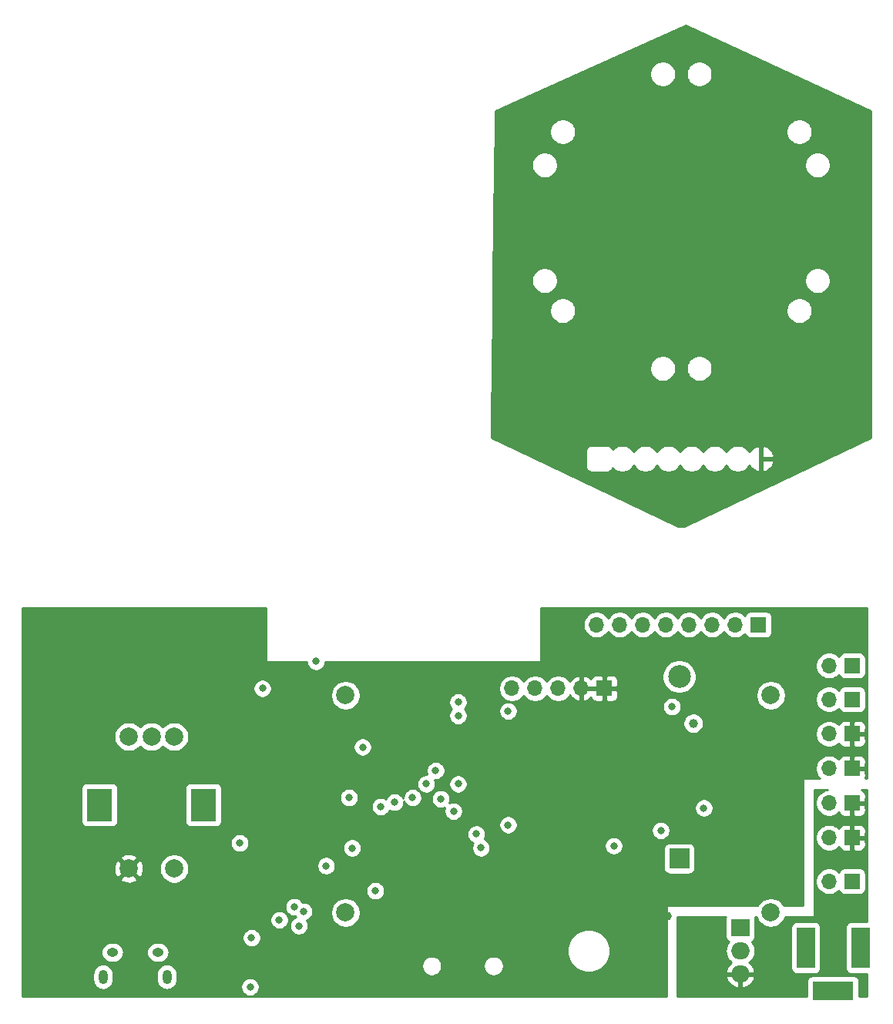
<source format=gbr>
%TF.GenerationSoftware,KiCad,Pcbnew,(5.1.8)-1*%
%TF.CreationDate,2021-03-10T16:05:31+00:00*%
%TF.ProjectId,Project_2_smaller,50726f6a-6563-4745-9f32-5f736d616c6c,rev?*%
%TF.SameCoordinates,Original*%
%TF.FileFunction,Copper,L2,Inr*%
%TF.FilePolarity,Positive*%
%FSLAX46Y46*%
G04 Gerber Fmt 4.6, Leading zero omitted, Abs format (unit mm)*
G04 Created by KiCad (PCBNEW (5.1.8)-1) date 2021-03-10 16:05:31*
%MOMM*%
%LPD*%
G01*
G04 APERTURE LIST*
%TA.AperFunction,ComponentPad*%
%ADD10O,1.000000X1.550000*%
%TD*%
%TA.AperFunction,ComponentPad*%
%ADD11O,1.250000X0.950000*%
%TD*%
%TA.AperFunction,ComponentPad*%
%ADD12R,4.500000X2.000000*%
%TD*%
%TA.AperFunction,ComponentPad*%
%ADD13R,2.000000X4.500000*%
%TD*%
%TA.AperFunction,ComponentPad*%
%ADD14O,1.700000X1.700000*%
%TD*%
%TA.AperFunction,ComponentPad*%
%ADD15R,1.700000X1.700000*%
%TD*%
%TA.AperFunction,ComponentPad*%
%ADD16C,2.000000*%
%TD*%
%TA.AperFunction,ComponentPad*%
%ADD17R,2.170000X2.170000*%
%TD*%
%TA.AperFunction,ComponentPad*%
%ADD18C,2.500000*%
%TD*%
%TA.AperFunction,ComponentPad*%
%ADD19R,2.800000X3.600000*%
%TD*%
%TA.AperFunction,ComponentPad*%
%ADD20R,2.000000X1.905000*%
%TD*%
%TA.AperFunction,ComponentPad*%
%ADD21O,2.000000X1.905000*%
%TD*%
%TA.AperFunction,ViaPad*%
%ADD22C,0.800000*%
%TD*%
%TA.AperFunction,ViaPad*%
%ADD23C,1.000000*%
%TD*%
%TA.AperFunction,Conductor*%
%ADD24C,0.254000*%
%TD*%
%TA.AperFunction,Conductor*%
%ADD25C,0.100000*%
%TD*%
G04 APERTURE END LIST*
D10*
%TO.N,Earth*%
%TO.C,J1*%
X102000000Y-106700000D03*
X95000000Y-106700000D03*
D11*
X96000000Y-104000000D03*
X101000000Y-104000000D03*
%TD*%
D12*
%TO.N,N/C*%
%TO.C,J2*%
X175200000Y-108200000D03*
D13*
%TO.N,LINE*%
X172200000Y-103500000D03*
%TO.N,Earth*%
X178200000Y-103500000D03*
%TD*%
D14*
%TO.N,SCL*%
%TO.C,J13*%
X139920000Y-75000000D03*
%TO.N,SDA*%
X142460000Y-75000000D03*
%TO.N,Earth*%
X145000000Y-75000000D03*
%TO.N,+3V3*%
X147540000Y-75000000D03*
D15*
X150080000Y-75000000D03*
D16*
%TO.N,*%
X121632000Y-75762000D03*
X168368000Y-75762000D03*
X168368000Y-99638000D03*
X121632000Y-99638000D03*
%TD*%
D17*
%TO.N,Earth*%
%TO.C,BT1*%
X158300000Y-93700000D03*
D18*
%TO.N,Net-(BT1-Pad1)*%
X158300000Y-73700000D03*
%TD*%
D15*
%TO.N,+12V*%
%TO.C,J5*%
X167000000Y-68000000D03*
D14*
%TO.N,/PWM6*%
X164460000Y-68000000D03*
%TO.N,/PWM5*%
X161920000Y-68000000D03*
%TO.N,/PWM4*%
X159380000Y-68000000D03*
%TO.N,/PWM3*%
X156840000Y-68000000D03*
%TO.N,/PWM2*%
X154300000Y-68000000D03*
%TO.N,/PWM1*%
X151760000Y-68000000D03*
%TO.N,Earth*%
X149220000Y-68000000D03*
%TD*%
D15*
%TO.N,/OnOff*%
%TO.C,J6*%
X177300000Y-96200000D03*
D14*
%TO.N,Earth*%
X174760000Y-96200000D03*
%TD*%
D15*
%TO.N,+12V*%
%TO.C,J7*%
X177300000Y-91400000D03*
D14*
%TO.N,Earth*%
X174760000Y-91400000D03*
%TD*%
%TO.N,Earth*%
%TO.C,J8*%
X174760000Y-87600000D03*
D15*
%TO.N,+12V*%
X177300000Y-87600000D03*
%TD*%
%TO.N,+3V3*%
%TO.C,J9*%
X177300000Y-83800000D03*
D14*
%TO.N,Earth*%
X174760000Y-83800000D03*
%TD*%
D15*
%TO.N,+3V3*%
%TO.C,J10*%
X177300000Y-80000000D03*
D14*
%TO.N,Earth*%
X174760000Y-80000000D03*
%TD*%
%TO.N,SDA*%
%TO.C,J11*%
X174760000Y-76200000D03*
D15*
%TO.N,SCL*%
X177300000Y-76200000D03*
%TD*%
D14*
%TO.N,SDA*%
%TO.C,J12*%
X174760000Y-72500000D03*
D15*
%TO.N,SCL*%
X177300000Y-72500000D03*
%TD*%
D16*
%TO.N,Net-(R11-Pad2)*%
%TO.C,S1*%
X102800000Y-80300000D03*
%TO.N,Earth*%
X100300000Y-80300000D03*
%TO.N,Net-(R10-Pad2)*%
X97800000Y-80300000D03*
%TO.N,/Button*%
X102800000Y-94800000D03*
%TO.N,+3V3*%
X97800000Y-94800000D03*
D19*
%TO.N,Earth*%
X106000000Y-87800000D03*
X94600000Y-87800000D03*
%TD*%
D20*
%TO.N,LINE*%
%TO.C,U2*%
X165000000Y-101300000D03*
D21*
%TO.N,Earth*%
X165000000Y-103840000D03*
%TO.N,+12V*%
X165000000Y-106380000D03*
%TD*%
D22*
%TO.N,*%
X123500000Y-81450000D03*
D23*
%TO.N,Earth*%
X159850000Y-78850000D03*
D22*
X118389999Y-72034999D03*
X124900000Y-97250000D03*
X122350000Y-92550000D03*
X111300000Y-102400000D03*
X161000000Y-88150000D03*
X156280000Y-90620000D03*
X111150000Y-107800000D03*
D23*
%TO.N,+3V3*%
X115500000Y-72900000D03*
D22*
X168000000Y-83000000D03*
X156000000Y-108000000D03*
D23*
X157000000Y-100000000D03*
D22*
X154750000Y-91000000D03*
X133800000Y-95050000D03*
X112780000Y-106820000D03*
X141050000Y-92750000D03*
%TO.N,/RESET*%
X110000000Y-92000000D03*
X112500000Y-75000000D03*
%TO.N,SDA*%
X139500000Y-77500000D03*
%TO.N,TXD*%
X134000000Y-76500000D03*
X116000000Y-99000000D03*
%TO.N,RXD*%
X117000000Y-99500000D03*
X134000000Y-78000000D03*
%TO.N,/IO0*%
X119500000Y-94500000D03*
X139500000Y-90000000D03*
%TO.N,Net-(Q1-Pad2)*%
X116500000Y-101100000D03*
X114345131Y-100445131D03*
%TO.N,/RTC-INTSQW*%
X132100000Y-87150000D03*
X151100000Y-92300000D03*
%TO.N,MOSI*%
X136000000Y-91000000D03*
X134000000Y-85500000D03*
%TO.N,Net-(BT1-Pad1)*%
X157500000Y-77000000D03*
%TO.N,/!SD_SS*%
X136517805Y-92517449D03*
X133500000Y-88500000D03*
%TO.N,/PWM6*%
X129000000Y-87000000D03*
%TO.N,/PWM5*%
X130500000Y-85500000D03*
%TO.N,/PWM4*%
X131525306Y-84025306D03*
%TO.N,/PWM3*%
X127012653Y-87512653D03*
%TO.N,/PWM2*%
X125500000Y-88000000D03*
%TO.N,/PWM1*%
X122000000Y-87000000D03*
%TD*%
D24*
%TO.N,+3V3*%
X112873000Y-72000000D02*
X112875440Y-72024776D01*
X112882667Y-72048601D01*
X112894403Y-72070557D01*
X112910197Y-72089803D01*
X112929443Y-72105597D01*
X112951399Y-72117333D01*
X112975224Y-72124560D01*
X113000000Y-72127000D01*
X117354999Y-72127000D01*
X117354999Y-72136938D01*
X117394773Y-72336897D01*
X117472794Y-72525255D01*
X117586062Y-72694773D01*
X117730225Y-72838936D01*
X117899743Y-72952204D01*
X118088101Y-73030225D01*
X118288060Y-73069999D01*
X118491938Y-73069999D01*
X118691897Y-73030225D01*
X118880255Y-72952204D01*
X119049773Y-72838936D01*
X119193936Y-72694773D01*
X119307204Y-72525255D01*
X119385225Y-72336897D01*
X119424999Y-72136938D01*
X119424999Y-72127000D01*
X143000000Y-72127000D01*
X143024776Y-72124560D01*
X143048601Y-72117333D01*
X143070557Y-72105597D01*
X143089803Y-72089803D01*
X143105597Y-72070557D01*
X143117333Y-72048601D01*
X143124560Y-72024776D01*
X143127000Y-72000000D01*
X143127000Y-67853740D01*
X147735000Y-67853740D01*
X147735000Y-68146260D01*
X147792068Y-68433158D01*
X147904010Y-68703411D01*
X148066525Y-68946632D01*
X148273368Y-69153475D01*
X148516589Y-69315990D01*
X148786842Y-69427932D01*
X149073740Y-69485000D01*
X149366260Y-69485000D01*
X149653158Y-69427932D01*
X149923411Y-69315990D01*
X150166632Y-69153475D01*
X150373475Y-68946632D01*
X150490000Y-68772240D01*
X150606525Y-68946632D01*
X150813368Y-69153475D01*
X151056589Y-69315990D01*
X151326842Y-69427932D01*
X151613740Y-69485000D01*
X151906260Y-69485000D01*
X152193158Y-69427932D01*
X152463411Y-69315990D01*
X152706632Y-69153475D01*
X152913475Y-68946632D01*
X153030000Y-68772240D01*
X153146525Y-68946632D01*
X153353368Y-69153475D01*
X153596589Y-69315990D01*
X153866842Y-69427932D01*
X154153740Y-69485000D01*
X154446260Y-69485000D01*
X154733158Y-69427932D01*
X155003411Y-69315990D01*
X155246632Y-69153475D01*
X155453475Y-68946632D01*
X155570000Y-68772240D01*
X155686525Y-68946632D01*
X155893368Y-69153475D01*
X156136589Y-69315990D01*
X156406842Y-69427932D01*
X156693740Y-69485000D01*
X156986260Y-69485000D01*
X157273158Y-69427932D01*
X157543411Y-69315990D01*
X157786632Y-69153475D01*
X157993475Y-68946632D01*
X158110000Y-68772240D01*
X158226525Y-68946632D01*
X158433368Y-69153475D01*
X158676589Y-69315990D01*
X158946842Y-69427932D01*
X159233740Y-69485000D01*
X159526260Y-69485000D01*
X159813158Y-69427932D01*
X160083411Y-69315990D01*
X160326632Y-69153475D01*
X160533475Y-68946632D01*
X160650000Y-68772240D01*
X160766525Y-68946632D01*
X160973368Y-69153475D01*
X161216589Y-69315990D01*
X161486842Y-69427932D01*
X161773740Y-69485000D01*
X162066260Y-69485000D01*
X162353158Y-69427932D01*
X162623411Y-69315990D01*
X162866632Y-69153475D01*
X163073475Y-68946632D01*
X163190000Y-68772240D01*
X163306525Y-68946632D01*
X163513368Y-69153475D01*
X163756589Y-69315990D01*
X164026842Y-69427932D01*
X164313740Y-69485000D01*
X164606260Y-69485000D01*
X164893158Y-69427932D01*
X165163411Y-69315990D01*
X165406632Y-69153475D01*
X165538487Y-69021620D01*
X165560498Y-69094180D01*
X165619463Y-69204494D01*
X165698815Y-69301185D01*
X165795506Y-69380537D01*
X165905820Y-69439502D01*
X166025518Y-69475812D01*
X166150000Y-69488072D01*
X167850000Y-69488072D01*
X167974482Y-69475812D01*
X168094180Y-69439502D01*
X168204494Y-69380537D01*
X168301185Y-69301185D01*
X168380537Y-69204494D01*
X168439502Y-69094180D01*
X168475812Y-68974482D01*
X168488072Y-68850000D01*
X168488072Y-67150000D01*
X168475812Y-67025518D01*
X168439502Y-66905820D01*
X168380537Y-66795506D01*
X168301185Y-66698815D01*
X168204494Y-66619463D01*
X168094180Y-66560498D01*
X167974482Y-66524188D01*
X167850000Y-66511928D01*
X166150000Y-66511928D01*
X166025518Y-66524188D01*
X165905820Y-66560498D01*
X165795506Y-66619463D01*
X165698815Y-66698815D01*
X165619463Y-66795506D01*
X165560498Y-66905820D01*
X165538487Y-66978380D01*
X165406632Y-66846525D01*
X165163411Y-66684010D01*
X164893158Y-66572068D01*
X164606260Y-66515000D01*
X164313740Y-66515000D01*
X164026842Y-66572068D01*
X163756589Y-66684010D01*
X163513368Y-66846525D01*
X163306525Y-67053368D01*
X163190000Y-67227760D01*
X163073475Y-67053368D01*
X162866632Y-66846525D01*
X162623411Y-66684010D01*
X162353158Y-66572068D01*
X162066260Y-66515000D01*
X161773740Y-66515000D01*
X161486842Y-66572068D01*
X161216589Y-66684010D01*
X160973368Y-66846525D01*
X160766525Y-67053368D01*
X160650000Y-67227760D01*
X160533475Y-67053368D01*
X160326632Y-66846525D01*
X160083411Y-66684010D01*
X159813158Y-66572068D01*
X159526260Y-66515000D01*
X159233740Y-66515000D01*
X158946842Y-66572068D01*
X158676589Y-66684010D01*
X158433368Y-66846525D01*
X158226525Y-67053368D01*
X158110000Y-67227760D01*
X157993475Y-67053368D01*
X157786632Y-66846525D01*
X157543411Y-66684010D01*
X157273158Y-66572068D01*
X156986260Y-66515000D01*
X156693740Y-66515000D01*
X156406842Y-66572068D01*
X156136589Y-66684010D01*
X155893368Y-66846525D01*
X155686525Y-67053368D01*
X155570000Y-67227760D01*
X155453475Y-67053368D01*
X155246632Y-66846525D01*
X155003411Y-66684010D01*
X154733158Y-66572068D01*
X154446260Y-66515000D01*
X154153740Y-66515000D01*
X153866842Y-66572068D01*
X153596589Y-66684010D01*
X153353368Y-66846525D01*
X153146525Y-67053368D01*
X153030000Y-67227760D01*
X152913475Y-67053368D01*
X152706632Y-66846525D01*
X152463411Y-66684010D01*
X152193158Y-66572068D01*
X151906260Y-66515000D01*
X151613740Y-66515000D01*
X151326842Y-66572068D01*
X151056589Y-66684010D01*
X150813368Y-66846525D01*
X150606525Y-67053368D01*
X150490000Y-67227760D01*
X150373475Y-67053368D01*
X150166632Y-66846525D01*
X149923411Y-66684010D01*
X149653158Y-66572068D01*
X149366260Y-66515000D01*
X149073740Y-66515000D01*
X148786842Y-66572068D01*
X148516589Y-66684010D01*
X148273368Y-66846525D01*
X148066525Y-67053368D01*
X147904010Y-67296589D01*
X147792068Y-67566842D01*
X147735000Y-67853740D01*
X143127000Y-67853740D01*
X143127000Y-66127000D01*
X178873000Y-66127000D01*
X178873000Y-84873000D01*
X178745927Y-84873000D01*
X178775812Y-84774482D01*
X178788072Y-84650000D01*
X178785000Y-84085750D01*
X178626250Y-83927000D01*
X177427000Y-83927000D01*
X177427000Y-83947000D01*
X177173000Y-83947000D01*
X177173000Y-83927000D01*
X177153000Y-83927000D01*
X177153000Y-83673000D01*
X177173000Y-83673000D01*
X177173000Y-82473750D01*
X177427000Y-82473750D01*
X177427000Y-83673000D01*
X178626250Y-83673000D01*
X178785000Y-83514250D01*
X178788072Y-82950000D01*
X178775812Y-82825518D01*
X178739502Y-82705820D01*
X178680537Y-82595506D01*
X178601185Y-82498815D01*
X178504494Y-82419463D01*
X178394180Y-82360498D01*
X178274482Y-82324188D01*
X178150000Y-82311928D01*
X177585750Y-82315000D01*
X177427000Y-82473750D01*
X177173000Y-82473750D01*
X177014250Y-82315000D01*
X176450000Y-82311928D01*
X176325518Y-82324188D01*
X176205820Y-82360498D01*
X176095506Y-82419463D01*
X175998815Y-82498815D01*
X175919463Y-82595506D01*
X175860498Y-82705820D01*
X175838487Y-82778380D01*
X175706632Y-82646525D01*
X175463411Y-82484010D01*
X175193158Y-82372068D01*
X174906260Y-82315000D01*
X174613740Y-82315000D01*
X174326842Y-82372068D01*
X174056589Y-82484010D01*
X173813368Y-82646525D01*
X173606525Y-82853368D01*
X173444010Y-83096589D01*
X173332068Y-83366842D01*
X173275000Y-83653740D01*
X173275000Y-83946260D01*
X173332068Y-84233158D01*
X173444010Y-84503411D01*
X173606525Y-84746632D01*
X173732893Y-84873000D01*
X172000000Y-84873000D01*
X171975224Y-84875440D01*
X171951399Y-84882667D01*
X171929443Y-84894403D01*
X171910197Y-84910197D01*
X171894403Y-84929443D01*
X171882667Y-84951399D01*
X171875440Y-84975224D01*
X171873000Y-85000000D01*
X171873000Y-98873000D01*
X169820838Y-98873000D01*
X169816918Y-98863537D01*
X169637987Y-98595748D01*
X169410252Y-98368013D01*
X169142463Y-98189082D01*
X168844912Y-98065832D01*
X168529033Y-98003000D01*
X168206967Y-98003000D01*
X167891088Y-98065832D01*
X167593537Y-98189082D01*
X167325748Y-98368013D01*
X167098013Y-98595748D01*
X166919082Y-98863537D01*
X166915162Y-98873000D01*
X157000000Y-98873000D01*
X156975224Y-98875440D01*
X156951399Y-98882667D01*
X156929443Y-98894403D01*
X156910197Y-98910197D01*
X156894403Y-98929443D01*
X156882667Y-98951399D01*
X156875440Y-98975224D01*
X156873000Y-99000000D01*
X156873000Y-108873000D01*
X86127000Y-108873000D01*
X86127000Y-106369249D01*
X93865000Y-106369249D01*
X93865000Y-107030752D01*
X93881423Y-107197499D01*
X93946324Y-107411447D01*
X94051717Y-107608623D01*
X94193552Y-107781449D01*
X94366378Y-107923284D01*
X94563554Y-108028676D01*
X94777502Y-108093577D01*
X95000000Y-108115491D01*
X95222499Y-108093577D01*
X95436447Y-108028676D01*
X95633623Y-107923284D01*
X95806449Y-107781449D01*
X95948284Y-107608623D01*
X96053676Y-107411446D01*
X96118577Y-107197498D01*
X96135000Y-107030751D01*
X96135000Y-106369249D01*
X100865000Y-106369249D01*
X100865000Y-107030752D01*
X100881423Y-107197499D01*
X100946324Y-107411447D01*
X101051717Y-107608623D01*
X101193552Y-107781449D01*
X101366378Y-107923284D01*
X101563554Y-108028676D01*
X101777502Y-108093577D01*
X102000000Y-108115491D01*
X102222499Y-108093577D01*
X102436447Y-108028676D01*
X102633623Y-107923284D01*
X102806449Y-107781449D01*
X102874883Y-107698061D01*
X110115000Y-107698061D01*
X110115000Y-107901939D01*
X110154774Y-108101898D01*
X110232795Y-108290256D01*
X110346063Y-108459774D01*
X110490226Y-108603937D01*
X110659744Y-108717205D01*
X110848102Y-108795226D01*
X111048061Y-108835000D01*
X111251939Y-108835000D01*
X111451898Y-108795226D01*
X111640256Y-108717205D01*
X111809774Y-108603937D01*
X111953937Y-108459774D01*
X112067205Y-108290256D01*
X112145226Y-108101898D01*
X112185000Y-107901939D01*
X112185000Y-107698061D01*
X112145226Y-107498102D01*
X112067205Y-107309744D01*
X111953937Y-107140226D01*
X111809774Y-106996063D01*
X111640256Y-106882795D01*
X111451898Y-106804774D01*
X111251939Y-106765000D01*
X111048061Y-106765000D01*
X110848102Y-106804774D01*
X110659744Y-106882795D01*
X110490226Y-106996063D01*
X110346063Y-107140226D01*
X110232795Y-107309744D01*
X110154774Y-107498102D01*
X110115000Y-107698061D01*
X102874883Y-107698061D01*
X102948284Y-107608623D01*
X103053676Y-107411446D01*
X103118577Y-107197498D01*
X103135000Y-107030751D01*
X103135000Y-106369248D01*
X103118577Y-106202501D01*
X103053676Y-105988553D01*
X102948284Y-105791377D01*
X102806449Y-105618551D01*
X102633623Y-105476716D01*
X102472650Y-105390675D01*
X129990000Y-105390675D01*
X129990000Y-105609325D01*
X130032657Y-105823775D01*
X130116331Y-106025782D01*
X130237807Y-106207584D01*
X130392416Y-106362193D01*
X130574218Y-106483669D01*
X130776225Y-106567343D01*
X130990675Y-106610000D01*
X131209325Y-106610000D01*
X131423775Y-106567343D01*
X131625782Y-106483669D01*
X131807584Y-106362193D01*
X131962193Y-106207584D01*
X132083669Y-106025782D01*
X132167343Y-105823775D01*
X132210000Y-105609325D01*
X132210000Y-105390675D01*
X136790000Y-105390675D01*
X136790000Y-105609325D01*
X136832657Y-105823775D01*
X136916331Y-106025782D01*
X137037807Y-106207584D01*
X137192416Y-106362193D01*
X137374218Y-106483669D01*
X137576225Y-106567343D01*
X137790675Y-106610000D01*
X138009325Y-106610000D01*
X138223775Y-106567343D01*
X138425782Y-106483669D01*
X138607584Y-106362193D01*
X138762193Y-106207584D01*
X138883669Y-106025782D01*
X138967343Y-105823775D01*
X139010000Y-105609325D01*
X139010000Y-105390675D01*
X138967343Y-105176225D01*
X138883669Y-104974218D01*
X138762193Y-104792416D01*
X138607584Y-104637807D01*
X138425782Y-104516331D01*
X138223775Y-104432657D01*
X138009325Y-104390000D01*
X137790675Y-104390000D01*
X137576225Y-104432657D01*
X137374218Y-104516331D01*
X137192416Y-104637807D01*
X137037807Y-104792416D01*
X136916331Y-104974218D01*
X136832657Y-105176225D01*
X136790000Y-105390675D01*
X132210000Y-105390675D01*
X132167343Y-105176225D01*
X132083669Y-104974218D01*
X131962193Y-104792416D01*
X131807584Y-104637807D01*
X131625782Y-104516331D01*
X131423775Y-104432657D01*
X131209325Y-104390000D01*
X130990675Y-104390000D01*
X130776225Y-104432657D01*
X130574218Y-104516331D01*
X130392416Y-104637807D01*
X130237807Y-104792416D01*
X130116331Y-104974218D01*
X130032657Y-105176225D01*
X129990000Y-105390675D01*
X102472650Y-105390675D01*
X102436446Y-105371324D01*
X102222498Y-105306423D01*
X102000000Y-105284509D01*
X101777501Y-105306423D01*
X101563553Y-105371324D01*
X101366377Y-105476716D01*
X101193551Y-105618551D01*
X101051716Y-105791377D01*
X100946324Y-105988554D01*
X100881423Y-106202502D01*
X100865000Y-106369249D01*
X96135000Y-106369249D01*
X96135000Y-106369248D01*
X96118577Y-106202501D01*
X96053676Y-105988553D01*
X95948284Y-105791377D01*
X95806449Y-105618551D01*
X95633623Y-105476716D01*
X95436446Y-105371324D01*
X95222498Y-105306423D01*
X95000000Y-105284509D01*
X94777501Y-105306423D01*
X94563553Y-105371324D01*
X94366377Y-105476716D01*
X94193551Y-105618551D01*
X94051716Y-105791377D01*
X93946324Y-105988554D01*
X93881423Y-106202502D01*
X93865000Y-106369249D01*
X86127000Y-106369249D01*
X86127000Y-104000000D01*
X94734630Y-104000000D01*
X94756062Y-104217598D01*
X94819532Y-104426834D01*
X94922604Y-104619666D01*
X95061314Y-104788686D01*
X95230334Y-104927396D01*
X95423166Y-105030468D01*
X95632402Y-105093938D01*
X95795479Y-105110000D01*
X96204521Y-105110000D01*
X96367598Y-105093938D01*
X96576834Y-105030468D01*
X96769666Y-104927396D01*
X96938686Y-104788686D01*
X97077396Y-104619666D01*
X97180468Y-104426834D01*
X97243938Y-104217598D01*
X97265370Y-104000000D01*
X99734630Y-104000000D01*
X99756062Y-104217598D01*
X99819532Y-104426834D01*
X99922604Y-104619666D01*
X100061314Y-104788686D01*
X100230334Y-104927396D01*
X100423166Y-105030468D01*
X100632402Y-105093938D01*
X100795479Y-105110000D01*
X101204521Y-105110000D01*
X101367598Y-105093938D01*
X101576834Y-105030468D01*
X101769666Y-104927396D01*
X101938686Y-104788686D01*
X102077396Y-104619666D01*
X102180468Y-104426834D01*
X102243938Y-104217598D01*
X102265370Y-104000000D01*
X102243938Y-103782402D01*
X102190155Y-103605098D01*
X145955000Y-103605098D01*
X145955000Y-104074902D01*
X146046654Y-104535679D01*
X146226440Y-104969721D01*
X146487450Y-105360349D01*
X146819651Y-105692550D01*
X147210279Y-105953560D01*
X147644321Y-106133346D01*
X148105098Y-106225000D01*
X148574902Y-106225000D01*
X149035679Y-106133346D01*
X149469721Y-105953560D01*
X149860349Y-105692550D01*
X150192550Y-105360349D01*
X150453560Y-104969721D01*
X150633346Y-104535679D01*
X150725000Y-104074902D01*
X150725000Y-103605098D01*
X150633346Y-103144321D01*
X150453560Y-102710279D01*
X150192550Y-102319651D01*
X149860349Y-101987450D01*
X149469721Y-101726440D01*
X149035679Y-101546654D01*
X148574902Y-101455000D01*
X148105098Y-101455000D01*
X147644321Y-101546654D01*
X147210279Y-101726440D01*
X146819651Y-101987450D01*
X146487450Y-102319651D01*
X146226440Y-102710279D01*
X146046654Y-103144321D01*
X145955000Y-103605098D01*
X102190155Y-103605098D01*
X102180468Y-103573166D01*
X102077396Y-103380334D01*
X101938686Y-103211314D01*
X101769666Y-103072604D01*
X101576834Y-102969532D01*
X101367598Y-102906062D01*
X101204521Y-102890000D01*
X100795479Y-102890000D01*
X100632402Y-102906062D01*
X100423166Y-102969532D01*
X100230334Y-103072604D01*
X100061314Y-103211314D01*
X99922604Y-103380334D01*
X99819532Y-103573166D01*
X99756062Y-103782402D01*
X99734630Y-104000000D01*
X97265370Y-104000000D01*
X97243938Y-103782402D01*
X97180468Y-103573166D01*
X97077396Y-103380334D01*
X96938686Y-103211314D01*
X96769666Y-103072604D01*
X96576834Y-102969532D01*
X96367598Y-102906062D01*
X96204521Y-102890000D01*
X95795479Y-102890000D01*
X95632402Y-102906062D01*
X95423166Y-102969532D01*
X95230334Y-103072604D01*
X95061314Y-103211314D01*
X94922604Y-103380334D01*
X94819532Y-103573166D01*
X94756062Y-103782402D01*
X94734630Y-104000000D01*
X86127000Y-104000000D01*
X86127000Y-102298061D01*
X110265000Y-102298061D01*
X110265000Y-102501939D01*
X110304774Y-102701898D01*
X110382795Y-102890256D01*
X110496063Y-103059774D01*
X110640226Y-103203937D01*
X110809744Y-103317205D01*
X110998102Y-103395226D01*
X111198061Y-103435000D01*
X111401939Y-103435000D01*
X111601898Y-103395226D01*
X111790256Y-103317205D01*
X111959774Y-103203937D01*
X112103937Y-103059774D01*
X112217205Y-102890256D01*
X112295226Y-102701898D01*
X112335000Y-102501939D01*
X112335000Y-102298061D01*
X112295226Y-102098102D01*
X112217205Y-101909744D01*
X112103937Y-101740226D01*
X111959774Y-101596063D01*
X111790256Y-101482795D01*
X111601898Y-101404774D01*
X111401939Y-101365000D01*
X111198061Y-101365000D01*
X110998102Y-101404774D01*
X110809744Y-101482795D01*
X110640226Y-101596063D01*
X110496063Y-101740226D01*
X110382795Y-101909744D01*
X110304774Y-102098102D01*
X110265000Y-102298061D01*
X86127000Y-102298061D01*
X86127000Y-100343192D01*
X113310131Y-100343192D01*
X113310131Y-100547070D01*
X113349905Y-100747029D01*
X113427926Y-100935387D01*
X113541194Y-101104905D01*
X113685357Y-101249068D01*
X113854875Y-101362336D01*
X114043233Y-101440357D01*
X114243192Y-101480131D01*
X114447070Y-101480131D01*
X114647029Y-101440357D01*
X114835387Y-101362336D01*
X115004905Y-101249068D01*
X115149068Y-101104905D01*
X115262336Y-100935387D01*
X115340357Y-100747029D01*
X115380131Y-100547070D01*
X115380131Y-100343192D01*
X115340357Y-100143233D01*
X115262336Y-99954875D01*
X115149068Y-99785357D01*
X115004905Y-99641194D01*
X114835387Y-99527926D01*
X114647029Y-99449905D01*
X114447070Y-99410131D01*
X114243192Y-99410131D01*
X114043233Y-99449905D01*
X113854875Y-99527926D01*
X113685357Y-99641194D01*
X113541194Y-99785357D01*
X113427926Y-99954875D01*
X113349905Y-100143233D01*
X113310131Y-100343192D01*
X86127000Y-100343192D01*
X86127000Y-98898061D01*
X114965000Y-98898061D01*
X114965000Y-99101939D01*
X115004774Y-99301898D01*
X115082795Y-99490256D01*
X115196063Y-99659774D01*
X115340226Y-99803937D01*
X115509744Y-99917205D01*
X115698102Y-99995226D01*
X115898061Y-100035000D01*
X116101939Y-100035000D01*
X116111430Y-100033112D01*
X116167722Y-100117358D01*
X116009744Y-100182795D01*
X115840226Y-100296063D01*
X115696063Y-100440226D01*
X115582795Y-100609744D01*
X115504774Y-100798102D01*
X115465000Y-100998061D01*
X115465000Y-101201939D01*
X115504774Y-101401898D01*
X115582795Y-101590256D01*
X115696063Y-101759774D01*
X115840226Y-101903937D01*
X116009744Y-102017205D01*
X116198102Y-102095226D01*
X116398061Y-102135000D01*
X116601939Y-102135000D01*
X116801898Y-102095226D01*
X116990256Y-102017205D01*
X117159774Y-101903937D01*
X117303937Y-101759774D01*
X117417205Y-101590256D01*
X117495226Y-101401898D01*
X117535000Y-101201939D01*
X117535000Y-100998061D01*
X117495226Y-100798102D01*
X117417205Y-100609744D01*
X117332278Y-100482642D01*
X117490256Y-100417205D01*
X117659774Y-100303937D01*
X117803937Y-100159774D01*
X117917205Y-99990256D01*
X117995226Y-99801898D01*
X118035000Y-99601939D01*
X118035000Y-99476967D01*
X119997000Y-99476967D01*
X119997000Y-99799033D01*
X120059832Y-100114912D01*
X120183082Y-100412463D01*
X120362013Y-100680252D01*
X120589748Y-100907987D01*
X120857537Y-101086918D01*
X121155088Y-101210168D01*
X121470967Y-101273000D01*
X121793033Y-101273000D01*
X122108912Y-101210168D01*
X122406463Y-101086918D01*
X122674252Y-100907987D01*
X122901987Y-100680252D01*
X123080918Y-100412463D01*
X123204168Y-100114912D01*
X123267000Y-99799033D01*
X123267000Y-99476967D01*
X123204168Y-99161088D01*
X123080918Y-98863537D01*
X122901987Y-98595748D01*
X122674252Y-98368013D01*
X122406463Y-98189082D01*
X122108912Y-98065832D01*
X121793033Y-98003000D01*
X121470967Y-98003000D01*
X121155088Y-98065832D01*
X120857537Y-98189082D01*
X120589748Y-98368013D01*
X120362013Y-98595748D01*
X120183082Y-98863537D01*
X120059832Y-99161088D01*
X119997000Y-99476967D01*
X118035000Y-99476967D01*
X118035000Y-99398061D01*
X117995226Y-99198102D01*
X117917205Y-99009744D01*
X117803937Y-98840226D01*
X117659774Y-98696063D01*
X117490256Y-98582795D01*
X117301898Y-98504774D01*
X117101939Y-98465000D01*
X116898061Y-98465000D01*
X116888570Y-98466888D01*
X116803937Y-98340226D01*
X116659774Y-98196063D01*
X116490256Y-98082795D01*
X116301898Y-98004774D01*
X116101939Y-97965000D01*
X115898061Y-97965000D01*
X115698102Y-98004774D01*
X115509744Y-98082795D01*
X115340226Y-98196063D01*
X115196063Y-98340226D01*
X115082795Y-98509744D01*
X115004774Y-98698102D01*
X114965000Y-98898061D01*
X86127000Y-98898061D01*
X86127000Y-97148061D01*
X123865000Y-97148061D01*
X123865000Y-97351939D01*
X123904774Y-97551898D01*
X123982795Y-97740256D01*
X124096063Y-97909774D01*
X124240226Y-98053937D01*
X124409744Y-98167205D01*
X124598102Y-98245226D01*
X124798061Y-98285000D01*
X125001939Y-98285000D01*
X125201898Y-98245226D01*
X125390256Y-98167205D01*
X125559774Y-98053937D01*
X125703937Y-97909774D01*
X125817205Y-97740256D01*
X125895226Y-97551898D01*
X125935000Y-97351939D01*
X125935000Y-97148061D01*
X125895226Y-96948102D01*
X125817205Y-96759744D01*
X125703937Y-96590226D01*
X125559774Y-96446063D01*
X125390256Y-96332795D01*
X125201898Y-96254774D01*
X125001939Y-96215000D01*
X124798061Y-96215000D01*
X124598102Y-96254774D01*
X124409744Y-96332795D01*
X124240226Y-96446063D01*
X124096063Y-96590226D01*
X123982795Y-96759744D01*
X123904774Y-96948102D01*
X123865000Y-97148061D01*
X86127000Y-97148061D01*
X86127000Y-95935413D01*
X96844192Y-95935413D01*
X96939956Y-96199814D01*
X97229571Y-96340704D01*
X97541108Y-96422384D01*
X97862595Y-96441718D01*
X98181675Y-96397961D01*
X98486088Y-96292795D01*
X98660044Y-96199814D01*
X98755808Y-95935413D01*
X97800000Y-94979605D01*
X96844192Y-95935413D01*
X86127000Y-95935413D01*
X86127000Y-94862595D01*
X96158282Y-94862595D01*
X96202039Y-95181675D01*
X96307205Y-95486088D01*
X96400186Y-95660044D01*
X96664587Y-95755808D01*
X97620395Y-94800000D01*
X97979605Y-94800000D01*
X98935413Y-95755808D01*
X99199814Y-95660044D01*
X99340704Y-95370429D01*
X99422384Y-95058892D01*
X99441718Y-94737405D01*
X99428219Y-94638967D01*
X101165000Y-94638967D01*
X101165000Y-94961033D01*
X101227832Y-95276912D01*
X101351082Y-95574463D01*
X101530013Y-95842252D01*
X101757748Y-96069987D01*
X102025537Y-96248918D01*
X102323088Y-96372168D01*
X102638967Y-96435000D01*
X102961033Y-96435000D01*
X103276912Y-96372168D01*
X103574463Y-96248918D01*
X103842252Y-96069987D01*
X104069987Y-95842252D01*
X104248918Y-95574463D01*
X104372168Y-95276912D01*
X104435000Y-94961033D01*
X104435000Y-94638967D01*
X104387082Y-94398061D01*
X118465000Y-94398061D01*
X118465000Y-94601939D01*
X118504774Y-94801898D01*
X118582795Y-94990256D01*
X118696063Y-95159774D01*
X118840226Y-95303937D01*
X119009744Y-95417205D01*
X119198102Y-95495226D01*
X119398061Y-95535000D01*
X119601939Y-95535000D01*
X119801898Y-95495226D01*
X119990256Y-95417205D01*
X120159774Y-95303937D01*
X120303937Y-95159774D01*
X120417205Y-94990256D01*
X120495226Y-94801898D01*
X120535000Y-94601939D01*
X120535000Y-94398061D01*
X120495226Y-94198102D01*
X120417205Y-94009744D01*
X120303937Y-93840226D01*
X120159774Y-93696063D01*
X119990256Y-93582795D01*
X119801898Y-93504774D01*
X119601939Y-93465000D01*
X119398061Y-93465000D01*
X119198102Y-93504774D01*
X119009744Y-93582795D01*
X118840226Y-93696063D01*
X118696063Y-93840226D01*
X118582795Y-94009744D01*
X118504774Y-94198102D01*
X118465000Y-94398061D01*
X104387082Y-94398061D01*
X104372168Y-94323088D01*
X104248918Y-94025537D01*
X104069987Y-93757748D01*
X103842252Y-93530013D01*
X103574463Y-93351082D01*
X103276912Y-93227832D01*
X102961033Y-93165000D01*
X102638967Y-93165000D01*
X102323088Y-93227832D01*
X102025537Y-93351082D01*
X101757748Y-93530013D01*
X101530013Y-93757748D01*
X101351082Y-94025537D01*
X101227832Y-94323088D01*
X101165000Y-94638967D01*
X99428219Y-94638967D01*
X99397961Y-94418325D01*
X99292795Y-94113912D01*
X99199814Y-93939956D01*
X98935413Y-93844192D01*
X97979605Y-94800000D01*
X97620395Y-94800000D01*
X96664587Y-93844192D01*
X96400186Y-93939956D01*
X96259296Y-94229571D01*
X96177616Y-94541108D01*
X96158282Y-94862595D01*
X86127000Y-94862595D01*
X86127000Y-93664587D01*
X96844192Y-93664587D01*
X97800000Y-94620395D01*
X98755808Y-93664587D01*
X98660044Y-93400186D01*
X98370429Y-93259296D01*
X98058892Y-93177616D01*
X97737405Y-93158282D01*
X97418325Y-93202039D01*
X97113912Y-93307205D01*
X96939956Y-93400186D01*
X96844192Y-93664587D01*
X86127000Y-93664587D01*
X86127000Y-91898061D01*
X108965000Y-91898061D01*
X108965000Y-92101939D01*
X109004774Y-92301898D01*
X109082795Y-92490256D01*
X109196063Y-92659774D01*
X109340226Y-92803937D01*
X109509744Y-92917205D01*
X109698102Y-92995226D01*
X109898061Y-93035000D01*
X110101939Y-93035000D01*
X110301898Y-92995226D01*
X110490256Y-92917205D01*
X110659774Y-92803937D01*
X110803937Y-92659774D01*
X110917205Y-92490256D01*
X110934682Y-92448061D01*
X121315000Y-92448061D01*
X121315000Y-92651939D01*
X121354774Y-92851898D01*
X121432795Y-93040256D01*
X121546063Y-93209774D01*
X121690226Y-93353937D01*
X121859744Y-93467205D01*
X122048102Y-93545226D01*
X122248061Y-93585000D01*
X122451939Y-93585000D01*
X122651898Y-93545226D01*
X122840256Y-93467205D01*
X123009774Y-93353937D01*
X123153937Y-93209774D01*
X123267205Y-93040256D01*
X123345226Y-92851898D01*
X123385000Y-92651939D01*
X123385000Y-92448061D01*
X123345226Y-92248102D01*
X123267205Y-92059744D01*
X123153937Y-91890226D01*
X123009774Y-91746063D01*
X122840256Y-91632795D01*
X122651898Y-91554774D01*
X122451939Y-91515000D01*
X122248061Y-91515000D01*
X122048102Y-91554774D01*
X121859744Y-91632795D01*
X121690226Y-91746063D01*
X121546063Y-91890226D01*
X121432795Y-92059744D01*
X121354774Y-92248102D01*
X121315000Y-92448061D01*
X110934682Y-92448061D01*
X110995226Y-92301898D01*
X111035000Y-92101939D01*
X111035000Y-91898061D01*
X110995226Y-91698102D01*
X110917205Y-91509744D01*
X110803937Y-91340226D01*
X110659774Y-91196063D01*
X110490256Y-91082795D01*
X110301898Y-91004774D01*
X110101939Y-90965000D01*
X109898061Y-90965000D01*
X109698102Y-91004774D01*
X109509744Y-91082795D01*
X109340226Y-91196063D01*
X109196063Y-91340226D01*
X109082795Y-91509744D01*
X109004774Y-91698102D01*
X108965000Y-91898061D01*
X86127000Y-91898061D01*
X86127000Y-90898061D01*
X134965000Y-90898061D01*
X134965000Y-91101939D01*
X135004774Y-91301898D01*
X135082795Y-91490256D01*
X135196063Y-91659774D01*
X135340226Y-91803937D01*
X135509744Y-91917205D01*
X135638465Y-91970523D01*
X135600600Y-92027193D01*
X135522579Y-92215551D01*
X135482805Y-92415510D01*
X135482805Y-92619388D01*
X135522579Y-92819347D01*
X135600600Y-93007705D01*
X135713868Y-93177223D01*
X135858031Y-93321386D01*
X136027549Y-93434654D01*
X136215907Y-93512675D01*
X136415866Y-93552449D01*
X136619744Y-93552449D01*
X136819703Y-93512675D01*
X137008061Y-93434654D01*
X137177579Y-93321386D01*
X137321742Y-93177223D01*
X137435010Y-93007705D01*
X137513031Y-92819347D01*
X137552805Y-92619388D01*
X137552805Y-92415510D01*
X137513031Y-92215551D01*
X137505787Y-92198061D01*
X150065000Y-92198061D01*
X150065000Y-92401939D01*
X150104774Y-92601898D01*
X150182795Y-92790256D01*
X150296063Y-92959774D01*
X150440226Y-93103937D01*
X150609744Y-93217205D01*
X150798102Y-93295226D01*
X150998061Y-93335000D01*
X151201939Y-93335000D01*
X151401898Y-93295226D01*
X151590256Y-93217205D01*
X151759774Y-93103937D01*
X151903937Y-92959774D01*
X152017205Y-92790256D01*
X152089798Y-92615000D01*
X156576928Y-92615000D01*
X156576928Y-94785000D01*
X156589188Y-94909482D01*
X156625498Y-95029180D01*
X156684463Y-95139494D01*
X156763815Y-95236185D01*
X156860506Y-95315537D01*
X156970820Y-95374502D01*
X157090518Y-95410812D01*
X157215000Y-95423072D01*
X159385000Y-95423072D01*
X159509482Y-95410812D01*
X159629180Y-95374502D01*
X159739494Y-95315537D01*
X159836185Y-95236185D01*
X159915537Y-95139494D01*
X159974502Y-95029180D01*
X160010812Y-94909482D01*
X160023072Y-94785000D01*
X160023072Y-92615000D01*
X160010812Y-92490518D01*
X159974502Y-92370820D01*
X159915537Y-92260506D01*
X159836185Y-92163815D01*
X159739494Y-92084463D01*
X159629180Y-92025498D01*
X159509482Y-91989188D01*
X159385000Y-91976928D01*
X157215000Y-91976928D01*
X157090518Y-91989188D01*
X156970820Y-92025498D01*
X156860506Y-92084463D01*
X156763815Y-92163815D01*
X156684463Y-92260506D01*
X156625498Y-92370820D01*
X156589188Y-92490518D01*
X156576928Y-92615000D01*
X152089798Y-92615000D01*
X152095226Y-92601898D01*
X152135000Y-92401939D01*
X152135000Y-92198061D01*
X152095226Y-91998102D01*
X152017205Y-91809744D01*
X151903937Y-91640226D01*
X151759774Y-91496063D01*
X151590256Y-91382795D01*
X151401898Y-91304774D01*
X151201939Y-91265000D01*
X150998061Y-91265000D01*
X150798102Y-91304774D01*
X150609744Y-91382795D01*
X150440226Y-91496063D01*
X150296063Y-91640226D01*
X150182795Y-91809744D01*
X150104774Y-91998102D01*
X150065000Y-92198061D01*
X137505787Y-92198061D01*
X137435010Y-92027193D01*
X137321742Y-91857675D01*
X137177579Y-91713512D01*
X137008061Y-91600244D01*
X136879340Y-91546926D01*
X136917205Y-91490256D01*
X136995226Y-91301898D01*
X137035000Y-91101939D01*
X137035000Y-90898061D01*
X136995226Y-90698102D01*
X136917205Y-90509744D01*
X136803937Y-90340226D01*
X136659774Y-90196063D01*
X136490256Y-90082795D01*
X136301898Y-90004774D01*
X136101939Y-89965000D01*
X135898061Y-89965000D01*
X135698102Y-90004774D01*
X135509744Y-90082795D01*
X135340226Y-90196063D01*
X135196063Y-90340226D01*
X135082795Y-90509744D01*
X135004774Y-90698102D01*
X134965000Y-90898061D01*
X86127000Y-90898061D01*
X86127000Y-86000000D01*
X92561928Y-86000000D01*
X92561928Y-89600000D01*
X92574188Y-89724482D01*
X92610498Y-89844180D01*
X92669463Y-89954494D01*
X92748815Y-90051185D01*
X92845506Y-90130537D01*
X92955820Y-90189502D01*
X93075518Y-90225812D01*
X93200000Y-90238072D01*
X96000000Y-90238072D01*
X96124482Y-90225812D01*
X96244180Y-90189502D01*
X96354494Y-90130537D01*
X96451185Y-90051185D01*
X96530537Y-89954494D01*
X96589502Y-89844180D01*
X96625812Y-89724482D01*
X96638072Y-89600000D01*
X96638072Y-86000000D01*
X103961928Y-86000000D01*
X103961928Y-89600000D01*
X103974188Y-89724482D01*
X104010498Y-89844180D01*
X104069463Y-89954494D01*
X104148815Y-90051185D01*
X104245506Y-90130537D01*
X104355820Y-90189502D01*
X104475518Y-90225812D01*
X104600000Y-90238072D01*
X107400000Y-90238072D01*
X107524482Y-90225812D01*
X107644180Y-90189502D01*
X107754494Y-90130537D01*
X107851185Y-90051185D01*
X107930537Y-89954494D01*
X107960701Y-89898061D01*
X138465000Y-89898061D01*
X138465000Y-90101939D01*
X138504774Y-90301898D01*
X138582795Y-90490256D01*
X138696063Y-90659774D01*
X138840226Y-90803937D01*
X139009744Y-90917205D01*
X139198102Y-90995226D01*
X139398061Y-91035000D01*
X139601939Y-91035000D01*
X139801898Y-90995226D01*
X139990256Y-90917205D01*
X140159774Y-90803937D01*
X140303937Y-90659774D01*
X140398626Y-90518061D01*
X155245000Y-90518061D01*
X155245000Y-90721939D01*
X155284774Y-90921898D01*
X155362795Y-91110256D01*
X155476063Y-91279774D01*
X155620226Y-91423937D01*
X155789744Y-91537205D01*
X155978102Y-91615226D01*
X156178061Y-91655000D01*
X156381939Y-91655000D01*
X156581898Y-91615226D01*
X156770256Y-91537205D01*
X156939774Y-91423937D01*
X157083937Y-91279774D01*
X157197205Y-91110256D01*
X157275226Y-90921898D01*
X157315000Y-90721939D01*
X157315000Y-90518061D01*
X157275226Y-90318102D01*
X157197205Y-90129744D01*
X157083937Y-89960226D01*
X156939774Y-89816063D01*
X156770256Y-89702795D01*
X156581898Y-89624774D01*
X156381939Y-89585000D01*
X156178061Y-89585000D01*
X155978102Y-89624774D01*
X155789744Y-89702795D01*
X155620226Y-89816063D01*
X155476063Y-89960226D01*
X155362795Y-90129744D01*
X155284774Y-90318102D01*
X155245000Y-90518061D01*
X140398626Y-90518061D01*
X140417205Y-90490256D01*
X140495226Y-90301898D01*
X140535000Y-90101939D01*
X140535000Y-89898061D01*
X140495226Y-89698102D01*
X140417205Y-89509744D01*
X140303937Y-89340226D01*
X140159774Y-89196063D01*
X139990256Y-89082795D01*
X139801898Y-89004774D01*
X139601939Y-88965000D01*
X139398061Y-88965000D01*
X139198102Y-89004774D01*
X139009744Y-89082795D01*
X138840226Y-89196063D01*
X138696063Y-89340226D01*
X138582795Y-89509744D01*
X138504774Y-89698102D01*
X138465000Y-89898061D01*
X107960701Y-89898061D01*
X107989502Y-89844180D01*
X108025812Y-89724482D01*
X108038072Y-89600000D01*
X108038072Y-86898061D01*
X120965000Y-86898061D01*
X120965000Y-87101939D01*
X121004774Y-87301898D01*
X121082795Y-87490256D01*
X121196063Y-87659774D01*
X121340226Y-87803937D01*
X121509744Y-87917205D01*
X121698102Y-87995226D01*
X121898061Y-88035000D01*
X122101939Y-88035000D01*
X122301898Y-87995226D01*
X122490256Y-87917205D01*
X122518907Y-87898061D01*
X124465000Y-87898061D01*
X124465000Y-88101939D01*
X124504774Y-88301898D01*
X124582795Y-88490256D01*
X124696063Y-88659774D01*
X124840226Y-88803937D01*
X125009744Y-88917205D01*
X125198102Y-88995226D01*
X125398061Y-89035000D01*
X125601939Y-89035000D01*
X125801898Y-88995226D01*
X125990256Y-88917205D01*
X126159774Y-88803937D01*
X126303937Y-88659774D01*
X126417205Y-88490256D01*
X126459602Y-88387900D01*
X126522397Y-88429858D01*
X126710755Y-88507879D01*
X126910714Y-88547653D01*
X127114592Y-88547653D01*
X127314551Y-88507879D01*
X127502909Y-88429858D01*
X127672427Y-88316590D01*
X127816590Y-88172427D01*
X127929858Y-88002909D01*
X128007879Y-87814551D01*
X128047653Y-87614592D01*
X128047653Y-87410714D01*
X128045626Y-87400522D01*
X128082795Y-87490256D01*
X128196063Y-87659774D01*
X128340226Y-87803937D01*
X128509744Y-87917205D01*
X128698102Y-87995226D01*
X128898061Y-88035000D01*
X129101939Y-88035000D01*
X129301898Y-87995226D01*
X129490256Y-87917205D01*
X129659774Y-87803937D01*
X129803937Y-87659774D01*
X129917205Y-87490256D01*
X129995226Y-87301898D01*
X130035000Y-87101939D01*
X130035000Y-87048061D01*
X131065000Y-87048061D01*
X131065000Y-87251939D01*
X131104774Y-87451898D01*
X131182795Y-87640256D01*
X131296063Y-87809774D01*
X131440226Y-87953937D01*
X131609744Y-88067205D01*
X131798102Y-88145226D01*
X131998061Y-88185000D01*
X132201939Y-88185000D01*
X132401898Y-88145226D01*
X132552519Y-88082836D01*
X132504774Y-88198102D01*
X132465000Y-88398061D01*
X132465000Y-88601939D01*
X132504774Y-88801898D01*
X132582795Y-88990256D01*
X132696063Y-89159774D01*
X132840226Y-89303937D01*
X133009744Y-89417205D01*
X133198102Y-89495226D01*
X133398061Y-89535000D01*
X133601939Y-89535000D01*
X133801898Y-89495226D01*
X133990256Y-89417205D01*
X134159774Y-89303937D01*
X134303937Y-89159774D01*
X134417205Y-88990256D01*
X134495226Y-88801898D01*
X134535000Y-88601939D01*
X134535000Y-88398061D01*
X134495226Y-88198102D01*
X134433077Y-88048061D01*
X159965000Y-88048061D01*
X159965000Y-88251939D01*
X160004774Y-88451898D01*
X160082795Y-88640256D01*
X160196063Y-88809774D01*
X160340226Y-88953937D01*
X160509744Y-89067205D01*
X160698102Y-89145226D01*
X160898061Y-89185000D01*
X161101939Y-89185000D01*
X161301898Y-89145226D01*
X161490256Y-89067205D01*
X161659774Y-88953937D01*
X161803937Y-88809774D01*
X161917205Y-88640256D01*
X161995226Y-88451898D01*
X162035000Y-88251939D01*
X162035000Y-88048061D01*
X161995226Y-87848102D01*
X161917205Y-87659744D01*
X161803937Y-87490226D01*
X161659774Y-87346063D01*
X161490256Y-87232795D01*
X161301898Y-87154774D01*
X161101939Y-87115000D01*
X160898061Y-87115000D01*
X160698102Y-87154774D01*
X160509744Y-87232795D01*
X160340226Y-87346063D01*
X160196063Y-87490226D01*
X160082795Y-87659744D01*
X160004774Y-87848102D01*
X159965000Y-88048061D01*
X134433077Y-88048061D01*
X134417205Y-88009744D01*
X134303937Y-87840226D01*
X134159774Y-87696063D01*
X133990256Y-87582795D01*
X133801898Y-87504774D01*
X133601939Y-87465000D01*
X133398061Y-87465000D01*
X133198102Y-87504774D01*
X133047481Y-87567164D01*
X133095226Y-87451898D01*
X133135000Y-87251939D01*
X133135000Y-87048061D01*
X133095226Y-86848102D01*
X133017205Y-86659744D01*
X132903937Y-86490226D01*
X132759774Y-86346063D01*
X132590256Y-86232795D01*
X132401898Y-86154774D01*
X132201939Y-86115000D01*
X131998061Y-86115000D01*
X131798102Y-86154774D01*
X131609744Y-86232795D01*
X131440226Y-86346063D01*
X131296063Y-86490226D01*
X131182795Y-86659744D01*
X131104774Y-86848102D01*
X131065000Y-87048061D01*
X130035000Y-87048061D01*
X130035000Y-86898061D01*
X129995226Y-86698102D01*
X129917205Y-86509744D01*
X129803937Y-86340226D01*
X129659774Y-86196063D01*
X129490256Y-86082795D01*
X129301898Y-86004774D01*
X129101939Y-85965000D01*
X128898061Y-85965000D01*
X128698102Y-86004774D01*
X128509744Y-86082795D01*
X128340226Y-86196063D01*
X128196063Y-86340226D01*
X128082795Y-86509744D01*
X128004774Y-86698102D01*
X127965000Y-86898061D01*
X127965000Y-87101939D01*
X127967027Y-87112131D01*
X127929858Y-87022397D01*
X127816590Y-86852879D01*
X127672427Y-86708716D01*
X127502909Y-86595448D01*
X127314551Y-86517427D01*
X127114592Y-86477653D01*
X126910714Y-86477653D01*
X126710755Y-86517427D01*
X126522397Y-86595448D01*
X126352879Y-86708716D01*
X126208716Y-86852879D01*
X126095448Y-87022397D01*
X126053051Y-87124753D01*
X125990256Y-87082795D01*
X125801898Y-87004774D01*
X125601939Y-86965000D01*
X125398061Y-86965000D01*
X125198102Y-87004774D01*
X125009744Y-87082795D01*
X124840226Y-87196063D01*
X124696063Y-87340226D01*
X124582795Y-87509744D01*
X124504774Y-87698102D01*
X124465000Y-87898061D01*
X122518907Y-87898061D01*
X122659774Y-87803937D01*
X122803937Y-87659774D01*
X122917205Y-87490256D01*
X122995226Y-87301898D01*
X123035000Y-87101939D01*
X123035000Y-86898061D01*
X122995226Y-86698102D01*
X122917205Y-86509744D01*
X122803937Y-86340226D01*
X122659774Y-86196063D01*
X122490256Y-86082795D01*
X122301898Y-86004774D01*
X122101939Y-85965000D01*
X121898061Y-85965000D01*
X121698102Y-86004774D01*
X121509744Y-86082795D01*
X121340226Y-86196063D01*
X121196063Y-86340226D01*
X121082795Y-86509744D01*
X121004774Y-86698102D01*
X120965000Y-86898061D01*
X108038072Y-86898061D01*
X108038072Y-86000000D01*
X108025812Y-85875518D01*
X107989502Y-85755820D01*
X107930537Y-85645506D01*
X107851185Y-85548815D01*
X107754494Y-85469463D01*
X107644180Y-85410498D01*
X107603181Y-85398061D01*
X129465000Y-85398061D01*
X129465000Y-85601939D01*
X129504774Y-85801898D01*
X129582795Y-85990256D01*
X129696063Y-86159774D01*
X129840226Y-86303937D01*
X130009744Y-86417205D01*
X130198102Y-86495226D01*
X130398061Y-86535000D01*
X130601939Y-86535000D01*
X130801898Y-86495226D01*
X130990256Y-86417205D01*
X131159774Y-86303937D01*
X131303937Y-86159774D01*
X131417205Y-85990256D01*
X131495226Y-85801898D01*
X131535000Y-85601939D01*
X131535000Y-85398061D01*
X132965000Y-85398061D01*
X132965000Y-85601939D01*
X133004774Y-85801898D01*
X133082795Y-85990256D01*
X133196063Y-86159774D01*
X133340226Y-86303937D01*
X133509744Y-86417205D01*
X133698102Y-86495226D01*
X133898061Y-86535000D01*
X134101939Y-86535000D01*
X134301898Y-86495226D01*
X134490256Y-86417205D01*
X134659774Y-86303937D01*
X134803937Y-86159774D01*
X134917205Y-85990256D01*
X134995226Y-85801898D01*
X135035000Y-85601939D01*
X135035000Y-85398061D01*
X134995226Y-85198102D01*
X134917205Y-85009744D01*
X134803937Y-84840226D01*
X134659774Y-84696063D01*
X134490256Y-84582795D01*
X134301898Y-84504774D01*
X134101939Y-84465000D01*
X133898061Y-84465000D01*
X133698102Y-84504774D01*
X133509744Y-84582795D01*
X133340226Y-84696063D01*
X133196063Y-84840226D01*
X133082795Y-85009744D01*
X133004774Y-85198102D01*
X132965000Y-85398061D01*
X131535000Y-85398061D01*
X131495226Y-85198102D01*
X131438149Y-85060306D01*
X131627245Y-85060306D01*
X131827204Y-85020532D01*
X132015562Y-84942511D01*
X132185080Y-84829243D01*
X132329243Y-84685080D01*
X132442511Y-84515562D01*
X132520532Y-84327204D01*
X132560306Y-84127245D01*
X132560306Y-83923367D01*
X132520532Y-83723408D01*
X132442511Y-83535050D01*
X132329243Y-83365532D01*
X132185080Y-83221369D01*
X132015562Y-83108101D01*
X131827204Y-83030080D01*
X131627245Y-82990306D01*
X131423367Y-82990306D01*
X131223408Y-83030080D01*
X131035050Y-83108101D01*
X130865532Y-83221369D01*
X130721369Y-83365532D01*
X130608101Y-83535050D01*
X130530080Y-83723408D01*
X130490306Y-83923367D01*
X130490306Y-84127245D01*
X130530080Y-84327204D01*
X130587157Y-84465000D01*
X130398061Y-84465000D01*
X130198102Y-84504774D01*
X130009744Y-84582795D01*
X129840226Y-84696063D01*
X129696063Y-84840226D01*
X129582795Y-85009744D01*
X129504774Y-85198102D01*
X129465000Y-85398061D01*
X107603181Y-85398061D01*
X107524482Y-85374188D01*
X107400000Y-85361928D01*
X104600000Y-85361928D01*
X104475518Y-85374188D01*
X104355820Y-85410498D01*
X104245506Y-85469463D01*
X104148815Y-85548815D01*
X104069463Y-85645506D01*
X104010498Y-85755820D01*
X103974188Y-85875518D01*
X103961928Y-86000000D01*
X96638072Y-86000000D01*
X96625812Y-85875518D01*
X96589502Y-85755820D01*
X96530537Y-85645506D01*
X96451185Y-85548815D01*
X96354494Y-85469463D01*
X96244180Y-85410498D01*
X96124482Y-85374188D01*
X96000000Y-85361928D01*
X93200000Y-85361928D01*
X93075518Y-85374188D01*
X92955820Y-85410498D01*
X92845506Y-85469463D01*
X92748815Y-85548815D01*
X92669463Y-85645506D01*
X92610498Y-85755820D01*
X92574188Y-85875518D01*
X92561928Y-86000000D01*
X86127000Y-86000000D01*
X86127000Y-80138967D01*
X96165000Y-80138967D01*
X96165000Y-80461033D01*
X96227832Y-80776912D01*
X96351082Y-81074463D01*
X96530013Y-81342252D01*
X96757748Y-81569987D01*
X97025537Y-81748918D01*
X97323088Y-81872168D01*
X97638967Y-81935000D01*
X97961033Y-81935000D01*
X98276912Y-81872168D01*
X98574463Y-81748918D01*
X98842252Y-81569987D01*
X99050000Y-81362239D01*
X99257748Y-81569987D01*
X99525537Y-81748918D01*
X99823088Y-81872168D01*
X100138967Y-81935000D01*
X100461033Y-81935000D01*
X100776912Y-81872168D01*
X101074463Y-81748918D01*
X101342252Y-81569987D01*
X101550000Y-81362239D01*
X101757748Y-81569987D01*
X102025537Y-81748918D01*
X102323088Y-81872168D01*
X102638967Y-81935000D01*
X102961033Y-81935000D01*
X103276912Y-81872168D01*
X103574463Y-81748918D01*
X103842252Y-81569987D01*
X104064178Y-81348061D01*
X122465000Y-81348061D01*
X122465000Y-81551939D01*
X122504774Y-81751898D01*
X122582795Y-81940256D01*
X122696063Y-82109774D01*
X122840226Y-82253937D01*
X123009744Y-82367205D01*
X123198102Y-82445226D01*
X123398061Y-82485000D01*
X123601939Y-82485000D01*
X123801898Y-82445226D01*
X123990256Y-82367205D01*
X124159774Y-82253937D01*
X124303937Y-82109774D01*
X124417205Y-81940256D01*
X124495226Y-81751898D01*
X124535000Y-81551939D01*
X124535000Y-81348061D01*
X124495226Y-81148102D01*
X124417205Y-80959744D01*
X124303937Y-80790226D01*
X124159774Y-80646063D01*
X123990256Y-80532795D01*
X123801898Y-80454774D01*
X123601939Y-80415000D01*
X123398061Y-80415000D01*
X123198102Y-80454774D01*
X123009744Y-80532795D01*
X122840226Y-80646063D01*
X122696063Y-80790226D01*
X122582795Y-80959744D01*
X122504774Y-81148102D01*
X122465000Y-81348061D01*
X104064178Y-81348061D01*
X104069987Y-81342252D01*
X104248918Y-81074463D01*
X104372168Y-80776912D01*
X104435000Y-80461033D01*
X104435000Y-80138967D01*
X104372168Y-79823088D01*
X104248918Y-79525537D01*
X104069987Y-79257748D01*
X103842252Y-79030013D01*
X103574463Y-78851082D01*
X103276912Y-78727832D01*
X102961033Y-78665000D01*
X102638967Y-78665000D01*
X102323088Y-78727832D01*
X102025537Y-78851082D01*
X101757748Y-79030013D01*
X101550000Y-79237761D01*
X101342252Y-79030013D01*
X101074463Y-78851082D01*
X100776912Y-78727832D01*
X100461033Y-78665000D01*
X100138967Y-78665000D01*
X99823088Y-78727832D01*
X99525537Y-78851082D01*
X99257748Y-79030013D01*
X99050000Y-79237761D01*
X98842252Y-79030013D01*
X98574463Y-78851082D01*
X98276912Y-78727832D01*
X97961033Y-78665000D01*
X97638967Y-78665000D01*
X97323088Y-78727832D01*
X97025537Y-78851082D01*
X96757748Y-79030013D01*
X96530013Y-79257748D01*
X96351082Y-79525537D01*
X96227832Y-79823088D01*
X96165000Y-80138967D01*
X86127000Y-80138967D01*
X86127000Y-74898061D01*
X111465000Y-74898061D01*
X111465000Y-75101939D01*
X111504774Y-75301898D01*
X111582795Y-75490256D01*
X111696063Y-75659774D01*
X111840226Y-75803937D01*
X112009744Y-75917205D01*
X112198102Y-75995226D01*
X112398061Y-76035000D01*
X112601939Y-76035000D01*
X112801898Y-75995226D01*
X112990256Y-75917205D01*
X113159774Y-75803937D01*
X113303937Y-75659774D01*
X113343230Y-75600967D01*
X119997000Y-75600967D01*
X119997000Y-75923033D01*
X120059832Y-76238912D01*
X120183082Y-76536463D01*
X120362013Y-76804252D01*
X120589748Y-77031987D01*
X120857537Y-77210918D01*
X121155088Y-77334168D01*
X121470967Y-77397000D01*
X121793033Y-77397000D01*
X122108912Y-77334168D01*
X122406463Y-77210918D01*
X122674252Y-77031987D01*
X122901987Y-76804252D01*
X123080918Y-76536463D01*
X123138246Y-76398061D01*
X132965000Y-76398061D01*
X132965000Y-76601939D01*
X133004774Y-76801898D01*
X133082795Y-76990256D01*
X133196063Y-77159774D01*
X133286289Y-77250000D01*
X133196063Y-77340226D01*
X133082795Y-77509744D01*
X133004774Y-77698102D01*
X132965000Y-77898061D01*
X132965000Y-78101939D01*
X133004774Y-78301898D01*
X133082795Y-78490256D01*
X133196063Y-78659774D01*
X133340226Y-78803937D01*
X133509744Y-78917205D01*
X133698102Y-78995226D01*
X133898061Y-79035000D01*
X134101939Y-79035000D01*
X134301898Y-78995226D01*
X134490256Y-78917205D01*
X134659774Y-78803937D01*
X134725499Y-78738212D01*
X158715000Y-78738212D01*
X158715000Y-78961788D01*
X158758617Y-79181067D01*
X158844176Y-79387624D01*
X158968388Y-79573520D01*
X159126480Y-79731612D01*
X159312376Y-79855824D01*
X159518933Y-79941383D01*
X159738212Y-79985000D01*
X159961788Y-79985000D01*
X160181067Y-79941383D01*
X160387624Y-79855824D01*
X160390742Y-79853740D01*
X173275000Y-79853740D01*
X173275000Y-80146260D01*
X173332068Y-80433158D01*
X173444010Y-80703411D01*
X173606525Y-80946632D01*
X173813368Y-81153475D01*
X174056589Y-81315990D01*
X174326842Y-81427932D01*
X174613740Y-81485000D01*
X174906260Y-81485000D01*
X175193158Y-81427932D01*
X175463411Y-81315990D01*
X175706632Y-81153475D01*
X175838487Y-81021620D01*
X175860498Y-81094180D01*
X175919463Y-81204494D01*
X175998815Y-81301185D01*
X176095506Y-81380537D01*
X176205820Y-81439502D01*
X176325518Y-81475812D01*
X176450000Y-81488072D01*
X177014250Y-81485000D01*
X177173000Y-81326250D01*
X177173000Y-80127000D01*
X177427000Y-80127000D01*
X177427000Y-81326250D01*
X177585750Y-81485000D01*
X178150000Y-81488072D01*
X178274482Y-81475812D01*
X178394180Y-81439502D01*
X178504494Y-81380537D01*
X178601185Y-81301185D01*
X178680537Y-81204494D01*
X178739502Y-81094180D01*
X178775812Y-80974482D01*
X178788072Y-80850000D01*
X178785000Y-80285750D01*
X178626250Y-80127000D01*
X177427000Y-80127000D01*
X177173000Y-80127000D01*
X177153000Y-80127000D01*
X177153000Y-79873000D01*
X177173000Y-79873000D01*
X177173000Y-78673750D01*
X177427000Y-78673750D01*
X177427000Y-79873000D01*
X178626250Y-79873000D01*
X178785000Y-79714250D01*
X178788072Y-79150000D01*
X178775812Y-79025518D01*
X178739502Y-78905820D01*
X178680537Y-78795506D01*
X178601185Y-78698815D01*
X178504494Y-78619463D01*
X178394180Y-78560498D01*
X178274482Y-78524188D01*
X178150000Y-78511928D01*
X177585750Y-78515000D01*
X177427000Y-78673750D01*
X177173000Y-78673750D01*
X177014250Y-78515000D01*
X176450000Y-78511928D01*
X176325518Y-78524188D01*
X176205820Y-78560498D01*
X176095506Y-78619463D01*
X175998815Y-78698815D01*
X175919463Y-78795506D01*
X175860498Y-78905820D01*
X175838487Y-78978380D01*
X175706632Y-78846525D01*
X175463411Y-78684010D01*
X175193158Y-78572068D01*
X174906260Y-78515000D01*
X174613740Y-78515000D01*
X174326842Y-78572068D01*
X174056589Y-78684010D01*
X173813368Y-78846525D01*
X173606525Y-79053368D01*
X173444010Y-79296589D01*
X173332068Y-79566842D01*
X173275000Y-79853740D01*
X160390742Y-79853740D01*
X160573520Y-79731612D01*
X160731612Y-79573520D01*
X160855824Y-79387624D01*
X160941383Y-79181067D01*
X160985000Y-78961788D01*
X160985000Y-78738212D01*
X160941383Y-78518933D01*
X160855824Y-78312376D01*
X160731612Y-78126480D01*
X160573520Y-77968388D01*
X160387624Y-77844176D01*
X160181067Y-77758617D01*
X159961788Y-77715000D01*
X159738212Y-77715000D01*
X159518933Y-77758617D01*
X159312376Y-77844176D01*
X159126480Y-77968388D01*
X158968388Y-78126480D01*
X158844176Y-78312376D01*
X158758617Y-78518933D01*
X158715000Y-78738212D01*
X134725499Y-78738212D01*
X134803937Y-78659774D01*
X134917205Y-78490256D01*
X134995226Y-78301898D01*
X135035000Y-78101939D01*
X135035000Y-77898061D01*
X134995226Y-77698102D01*
X134917205Y-77509744D01*
X134842582Y-77398061D01*
X138465000Y-77398061D01*
X138465000Y-77601939D01*
X138504774Y-77801898D01*
X138582795Y-77990256D01*
X138696063Y-78159774D01*
X138840226Y-78303937D01*
X139009744Y-78417205D01*
X139198102Y-78495226D01*
X139398061Y-78535000D01*
X139601939Y-78535000D01*
X139801898Y-78495226D01*
X139990256Y-78417205D01*
X140159774Y-78303937D01*
X140303937Y-78159774D01*
X140417205Y-77990256D01*
X140495226Y-77801898D01*
X140535000Y-77601939D01*
X140535000Y-77398061D01*
X140495226Y-77198102D01*
X140417205Y-77009744D01*
X140342582Y-76898061D01*
X156465000Y-76898061D01*
X156465000Y-77101939D01*
X156504774Y-77301898D01*
X156582795Y-77490256D01*
X156696063Y-77659774D01*
X156840226Y-77803937D01*
X157009744Y-77917205D01*
X157198102Y-77995226D01*
X157398061Y-78035000D01*
X157601939Y-78035000D01*
X157801898Y-77995226D01*
X157990256Y-77917205D01*
X158159774Y-77803937D01*
X158303937Y-77659774D01*
X158417205Y-77490256D01*
X158495226Y-77301898D01*
X158535000Y-77101939D01*
X158535000Y-76898061D01*
X158495226Y-76698102D01*
X158417205Y-76509744D01*
X158303937Y-76340226D01*
X158159774Y-76196063D01*
X157990256Y-76082795D01*
X157801898Y-76004774D01*
X157601939Y-75965000D01*
X157398061Y-75965000D01*
X157198102Y-76004774D01*
X157009744Y-76082795D01*
X156840226Y-76196063D01*
X156696063Y-76340226D01*
X156582795Y-76509744D01*
X156504774Y-76698102D01*
X156465000Y-76898061D01*
X140342582Y-76898061D01*
X140303937Y-76840226D01*
X140159774Y-76696063D01*
X139990256Y-76582795D01*
X139801898Y-76504774D01*
X139601939Y-76465000D01*
X139398061Y-76465000D01*
X139198102Y-76504774D01*
X139009744Y-76582795D01*
X138840226Y-76696063D01*
X138696063Y-76840226D01*
X138582795Y-77009744D01*
X138504774Y-77198102D01*
X138465000Y-77398061D01*
X134842582Y-77398061D01*
X134803937Y-77340226D01*
X134713711Y-77250000D01*
X134803937Y-77159774D01*
X134917205Y-76990256D01*
X134995226Y-76801898D01*
X135035000Y-76601939D01*
X135035000Y-76398061D01*
X134995226Y-76198102D01*
X134917205Y-76009744D01*
X134803937Y-75840226D01*
X134659774Y-75696063D01*
X134490256Y-75582795D01*
X134301898Y-75504774D01*
X134101939Y-75465000D01*
X133898061Y-75465000D01*
X133698102Y-75504774D01*
X133509744Y-75582795D01*
X133340226Y-75696063D01*
X133196063Y-75840226D01*
X133082795Y-76009744D01*
X133004774Y-76198102D01*
X132965000Y-76398061D01*
X123138246Y-76398061D01*
X123204168Y-76238912D01*
X123267000Y-75923033D01*
X123267000Y-75600967D01*
X123204168Y-75285088D01*
X123080918Y-74987537D01*
X122991518Y-74853740D01*
X138435000Y-74853740D01*
X138435000Y-75146260D01*
X138492068Y-75433158D01*
X138604010Y-75703411D01*
X138766525Y-75946632D01*
X138973368Y-76153475D01*
X139216589Y-76315990D01*
X139486842Y-76427932D01*
X139773740Y-76485000D01*
X140066260Y-76485000D01*
X140353158Y-76427932D01*
X140623411Y-76315990D01*
X140866632Y-76153475D01*
X141073475Y-75946632D01*
X141190000Y-75772240D01*
X141306525Y-75946632D01*
X141513368Y-76153475D01*
X141756589Y-76315990D01*
X142026842Y-76427932D01*
X142313740Y-76485000D01*
X142606260Y-76485000D01*
X142893158Y-76427932D01*
X143163411Y-76315990D01*
X143406632Y-76153475D01*
X143613475Y-75946632D01*
X143730000Y-75772240D01*
X143846525Y-75946632D01*
X144053368Y-76153475D01*
X144296589Y-76315990D01*
X144566842Y-76427932D01*
X144853740Y-76485000D01*
X145146260Y-76485000D01*
X145433158Y-76427932D01*
X145703411Y-76315990D01*
X145946632Y-76153475D01*
X146153475Y-75946632D01*
X146275195Y-75764466D01*
X146344822Y-75881355D01*
X146539731Y-76097588D01*
X146773080Y-76271641D01*
X147035901Y-76396825D01*
X147183110Y-76441476D01*
X147413000Y-76320155D01*
X147413000Y-75127000D01*
X147667000Y-75127000D01*
X147667000Y-76320155D01*
X147896890Y-76441476D01*
X148044099Y-76396825D01*
X148306920Y-76271641D01*
X148540269Y-76097588D01*
X148616034Y-76013534D01*
X148640498Y-76094180D01*
X148699463Y-76204494D01*
X148778815Y-76301185D01*
X148875506Y-76380537D01*
X148985820Y-76439502D01*
X149105518Y-76475812D01*
X149230000Y-76488072D01*
X149794250Y-76485000D01*
X149953000Y-76326250D01*
X149953000Y-75127000D01*
X150207000Y-75127000D01*
X150207000Y-76326250D01*
X150365750Y-76485000D01*
X150930000Y-76488072D01*
X151054482Y-76475812D01*
X151174180Y-76439502D01*
X151284494Y-76380537D01*
X151381185Y-76301185D01*
X151460537Y-76204494D01*
X151519502Y-76094180D01*
X151555812Y-75974482D01*
X151568072Y-75850000D01*
X151566717Y-75600967D01*
X166733000Y-75600967D01*
X166733000Y-75923033D01*
X166795832Y-76238912D01*
X166919082Y-76536463D01*
X167098013Y-76804252D01*
X167325748Y-77031987D01*
X167593537Y-77210918D01*
X167891088Y-77334168D01*
X168206967Y-77397000D01*
X168529033Y-77397000D01*
X168844912Y-77334168D01*
X169142463Y-77210918D01*
X169410252Y-77031987D01*
X169637987Y-76804252D01*
X169816918Y-76536463D01*
X169940168Y-76238912D01*
X169977000Y-76053740D01*
X173275000Y-76053740D01*
X173275000Y-76346260D01*
X173332068Y-76633158D01*
X173444010Y-76903411D01*
X173606525Y-77146632D01*
X173813368Y-77353475D01*
X174056589Y-77515990D01*
X174326842Y-77627932D01*
X174613740Y-77685000D01*
X174906260Y-77685000D01*
X175193158Y-77627932D01*
X175463411Y-77515990D01*
X175706632Y-77353475D01*
X175838487Y-77221620D01*
X175860498Y-77294180D01*
X175919463Y-77404494D01*
X175998815Y-77501185D01*
X176095506Y-77580537D01*
X176205820Y-77639502D01*
X176325518Y-77675812D01*
X176450000Y-77688072D01*
X178150000Y-77688072D01*
X178274482Y-77675812D01*
X178394180Y-77639502D01*
X178504494Y-77580537D01*
X178601185Y-77501185D01*
X178680537Y-77404494D01*
X178739502Y-77294180D01*
X178775812Y-77174482D01*
X178788072Y-77050000D01*
X178788072Y-75350000D01*
X178775812Y-75225518D01*
X178739502Y-75105820D01*
X178680537Y-74995506D01*
X178601185Y-74898815D01*
X178504494Y-74819463D01*
X178394180Y-74760498D01*
X178274482Y-74724188D01*
X178150000Y-74711928D01*
X176450000Y-74711928D01*
X176325518Y-74724188D01*
X176205820Y-74760498D01*
X176095506Y-74819463D01*
X175998815Y-74898815D01*
X175919463Y-74995506D01*
X175860498Y-75105820D01*
X175838487Y-75178380D01*
X175706632Y-75046525D01*
X175463411Y-74884010D01*
X175193158Y-74772068D01*
X174906260Y-74715000D01*
X174613740Y-74715000D01*
X174326842Y-74772068D01*
X174056589Y-74884010D01*
X173813368Y-75046525D01*
X173606525Y-75253368D01*
X173444010Y-75496589D01*
X173332068Y-75766842D01*
X173275000Y-76053740D01*
X169977000Y-76053740D01*
X170003000Y-75923033D01*
X170003000Y-75600967D01*
X169940168Y-75285088D01*
X169816918Y-74987537D01*
X169637987Y-74719748D01*
X169410252Y-74492013D01*
X169142463Y-74313082D01*
X168844912Y-74189832D01*
X168529033Y-74127000D01*
X168206967Y-74127000D01*
X167891088Y-74189832D01*
X167593537Y-74313082D01*
X167325748Y-74492013D01*
X167098013Y-74719748D01*
X166919082Y-74987537D01*
X166795832Y-75285088D01*
X166733000Y-75600967D01*
X151566717Y-75600967D01*
X151565000Y-75285750D01*
X151406250Y-75127000D01*
X150207000Y-75127000D01*
X149953000Y-75127000D01*
X147667000Y-75127000D01*
X147413000Y-75127000D01*
X147393000Y-75127000D01*
X147393000Y-74873000D01*
X147413000Y-74873000D01*
X147413000Y-73679845D01*
X147667000Y-73679845D01*
X147667000Y-74873000D01*
X149953000Y-74873000D01*
X149953000Y-73673750D01*
X150207000Y-73673750D01*
X150207000Y-74873000D01*
X151406250Y-74873000D01*
X151565000Y-74714250D01*
X151568072Y-74150000D01*
X151555812Y-74025518D01*
X151519502Y-73905820D01*
X151460537Y-73795506D01*
X151381185Y-73698815D01*
X151284494Y-73619463D01*
X151174180Y-73560498D01*
X151054482Y-73524188D01*
X150954531Y-73514344D01*
X156415000Y-73514344D01*
X156415000Y-73885656D01*
X156487439Y-74249834D01*
X156629534Y-74592882D01*
X156835825Y-74901618D01*
X157098382Y-75164175D01*
X157407118Y-75370466D01*
X157750166Y-75512561D01*
X158114344Y-75585000D01*
X158485656Y-75585000D01*
X158849834Y-75512561D01*
X159192882Y-75370466D01*
X159501618Y-75164175D01*
X159764175Y-74901618D01*
X159970466Y-74592882D01*
X160112561Y-74249834D01*
X160185000Y-73885656D01*
X160185000Y-73514344D01*
X160112561Y-73150166D01*
X159970466Y-72807118D01*
X159764175Y-72498382D01*
X159619533Y-72353740D01*
X173275000Y-72353740D01*
X173275000Y-72646260D01*
X173332068Y-72933158D01*
X173444010Y-73203411D01*
X173606525Y-73446632D01*
X173813368Y-73653475D01*
X174056589Y-73815990D01*
X174326842Y-73927932D01*
X174613740Y-73985000D01*
X174906260Y-73985000D01*
X175193158Y-73927932D01*
X175463411Y-73815990D01*
X175706632Y-73653475D01*
X175838487Y-73521620D01*
X175860498Y-73594180D01*
X175919463Y-73704494D01*
X175998815Y-73801185D01*
X176095506Y-73880537D01*
X176205820Y-73939502D01*
X176325518Y-73975812D01*
X176450000Y-73988072D01*
X178150000Y-73988072D01*
X178274482Y-73975812D01*
X178394180Y-73939502D01*
X178504494Y-73880537D01*
X178601185Y-73801185D01*
X178680537Y-73704494D01*
X178739502Y-73594180D01*
X178775812Y-73474482D01*
X178788072Y-73350000D01*
X178788072Y-71650000D01*
X178775812Y-71525518D01*
X178739502Y-71405820D01*
X178680537Y-71295506D01*
X178601185Y-71198815D01*
X178504494Y-71119463D01*
X178394180Y-71060498D01*
X178274482Y-71024188D01*
X178150000Y-71011928D01*
X176450000Y-71011928D01*
X176325518Y-71024188D01*
X176205820Y-71060498D01*
X176095506Y-71119463D01*
X175998815Y-71198815D01*
X175919463Y-71295506D01*
X175860498Y-71405820D01*
X175838487Y-71478380D01*
X175706632Y-71346525D01*
X175463411Y-71184010D01*
X175193158Y-71072068D01*
X174906260Y-71015000D01*
X174613740Y-71015000D01*
X174326842Y-71072068D01*
X174056589Y-71184010D01*
X173813368Y-71346525D01*
X173606525Y-71553368D01*
X173444010Y-71796589D01*
X173332068Y-72066842D01*
X173275000Y-72353740D01*
X159619533Y-72353740D01*
X159501618Y-72235825D01*
X159192882Y-72029534D01*
X158849834Y-71887439D01*
X158485656Y-71815000D01*
X158114344Y-71815000D01*
X157750166Y-71887439D01*
X157407118Y-72029534D01*
X157098382Y-72235825D01*
X156835825Y-72498382D01*
X156629534Y-72807118D01*
X156487439Y-73150166D01*
X156415000Y-73514344D01*
X150954531Y-73514344D01*
X150930000Y-73511928D01*
X150365750Y-73515000D01*
X150207000Y-73673750D01*
X149953000Y-73673750D01*
X149794250Y-73515000D01*
X149230000Y-73511928D01*
X149105518Y-73524188D01*
X148985820Y-73560498D01*
X148875506Y-73619463D01*
X148778815Y-73698815D01*
X148699463Y-73795506D01*
X148640498Y-73905820D01*
X148616034Y-73986466D01*
X148540269Y-73902412D01*
X148306920Y-73728359D01*
X148044099Y-73603175D01*
X147896890Y-73558524D01*
X147667000Y-73679845D01*
X147413000Y-73679845D01*
X147183110Y-73558524D01*
X147035901Y-73603175D01*
X146773080Y-73728359D01*
X146539731Y-73902412D01*
X146344822Y-74118645D01*
X146275195Y-74235534D01*
X146153475Y-74053368D01*
X145946632Y-73846525D01*
X145703411Y-73684010D01*
X145433158Y-73572068D01*
X145146260Y-73515000D01*
X144853740Y-73515000D01*
X144566842Y-73572068D01*
X144296589Y-73684010D01*
X144053368Y-73846525D01*
X143846525Y-74053368D01*
X143730000Y-74227760D01*
X143613475Y-74053368D01*
X143406632Y-73846525D01*
X143163411Y-73684010D01*
X142893158Y-73572068D01*
X142606260Y-73515000D01*
X142313740Y-73515000D01*
X142026842Y-73572068D01*
X141756589Y-73684010D01*
X141513368Y-73846525D01*
X141306525Y-74053368D01*
X141190000Y-74227760D01*
X141073475Y-74053368D01*
X140866632Y-73846525D01*
X140623411Y-73684010D01*
X140353158Y-73572068D01*
X140066260Y-73515000D01*
X139773740Y-73515000D01*
X139486842Y-73572068D01*
X139216589Y-73684010D01*
X138973368Y-73846525D01*
X138766525Y-74053368D01*
X138604010Y-74296589D01*
X138492068Y-74566842D01*
X138435000Y-74853740D01*
X122991518Y-74853740D01*
X122901987Y-74719748D01*
X122674252Y-74492013D01*
X122406463Y-74313082D01*
X122108912Y-74189832D01*
X121793033Y-74127000D01*
X121470967Y-74127000D01*
X121155088Y-74189832D01*
X120857537Y-74313082D01*
X120589748Y-74492013D01*
X120362013Y-74719748D01*
X120183082Y-74987537D01*
X120059832Y-75285088D01*
X119997000Y-75600967D01*
X113343230Y-75600967D01*
X113417205Y-75490256D01*
X113495226Y-75301898D01*
X113535000Y-75101939D01*
X113535000Y-74898061D01*
X113495226Y-74698102D01*
X113417205Y-74509744D01*
X113303937Y-74340226D01*
X113159774Y-74196063D01*
X112990256Y-74082795D01*
X112801898Y-74004774D01*
X112601939Y-73965000D01*
X112398061Y-73965000D01*
X112198102Y-74004774D01*
X112009744Y-74082795D01*
X111840226Y-74196063D01*
X111696063Y-74340226D01*
X111582795Y-74509744D01*
X111504774Y-74698102D01*
X111465000Y-74898061D01*
X86127000Y-74898061D01*
X86127000Y-66127000D01*
X112873000Y-66127000D01*
X112873000Y-72000000D01*
%TA.AperFunction,Conductor*%
D25*
G36*
X112873000Y-72000000D02*
G01*
X112875440Y-72024776D01*
X112882667Y-72048601D01*
X112894403Y-72070557D01*
X112910197Y-72089803D01*
X112929443Y-72105597D01*
X112951399Y-72117333D01*
X112975224Y-72124560D01*
X113000000Y-72127000D01*
X117354999Y-72127000D01*
X117354999Y-72136938D01*
X117394773Y-72336897D01*
X117472794Y-72525255D01*
X117586062Y-72694773D01*
X117730225Y-72838936D01*
X117899743Y-72952204D01*
X118088101Y-73030225D01*
X118288060Y-73069999D01*
X118491938Y-73069999D01*
X118691897Y-73030225D01*
X118880255Y-72952204D01*
X119049773Y-72838936D01*
X119193936Y-72694773D01*
X119307204Y-72525255D01*
X119385225Y-72336897D01*
X119424999Y-72136938D01*
X119424999Y-72127000D01*
X143000000Y-72127000D01*
X143024776Y-72124560D01*
X143048601Y-72117333D01*
X143070557Y-72105597D01*
X143089803Y-72089803D01*
X143105597Y-72070557D01*
X143117333Y-72048601D01*
X143124560Y-72024776D01*
X143127000Y-72000000D01*
X143127000Y-67853740D01*
X147735000Y-67853740D01*
X147735000Y-68146260D01*
X147792068Y-68433158D01*
X147904010Y-68703411D01*
X148066525Y-68946632D01*
X148273368Y-69153475D01*
X148516589Y-69315990D01*
X148786842Y-69427932D01*
X149073740Y-69485000D01*
X149366260Y-69485000D01*
X149653158Y-69427932D01*
X149923411Y-69315990D01*
X150166632Y-69153475D01*
X150373475Y-68946632D01*
X150490000Y-68772240D01*
X150606525Y-68946632D01*
X150813368Y-69153475D01*
X151056589Y-69315990D01*
X151326842Y-69427932D01*
X151613740Y-69485000D01*
X151906260Y-69485000D01*
X152193158Y-69427932D01*
X152463411Y-69315990D01*
X152706632Y-69153475D01*
X152913475Y-68946632D01*
X153030000Y-68772240D01*
X153146525Y-68946632D01*
X153353368Y-69153475D01*
X153596589Y-69315990D01*
X153866842Y-69427932D01*
X154153740Y-69485000D01*
X154446260Y-69485000D01*
X154733158Y-69427932D01*
X155003411Y-69315990D01*
X155246632Y-69153475D01*
X155453475Y-68946632D01*
X155570000Y-68772240D01*
X155686525Y-68946632D01*
X155893368Y-69153475D01*
X156136589Y-69315990D01*
X156406842Y-69427932D01*
X156693740Y-69485000D01*
X156986260Y-69485000D01*
X157273158Y-69427932D01*
X157543411Y-69315990D01*
X157786632Y-69153475D01*
X157993475Y-68946632D01*
X158110000Y-68772240D01*
X158226525Y-68946632D01*
X158433368Y-69153475D01*
X158676589Y-69315990D01*
X158946842Y-69427932D01*
X159233740Y-69485000D01*
X159526260Y-69485000D01*
X159813158Y-69427932D01*
X160083411Y-69315990D01*
X160326632Y-69153475D01*
X160533475Y-68946632D01*
X160650000Y-68772240D01*
X160766525Y-68946632D01*
X160973368Y-69153475D01*
X161216589Y-69315990D01*
X161486842Y-69427932D01*
X161773740Y-69485000D01*
X162066260Y-69485000D01*
X162353158Y-69427932D01*
X162623411Y-69315990D01*
X162866632Y-69153475D01*
X163073475Y-68946632D01*
X163190000Y-68772240D01*
X163306525Y-68946632D01*
X163513368Y-69153475D01*
X163756589Y-69315990D01*
X164026842Y-69427932D01*
X164313740Y-69485000D01*
X164606260Y-69485000D01*
X164893158Y-69427932D01*
X165163411Y-69315990D01*
X165406632Y-69153475D01*
X165538487Y-69021620D01*
X165560498Y-69094180D01*
X165619463Y-69204494D01*
X165698815Y-69301185D01*
X165795506Y-69380537D01*
X165905820Y-69439502D01*
X166025518Y-69475812D01*
X166150000Y-69488072D01*
X167850000Y-69488072D01*
X167974482Y-69475812D01*
X168094180Y-69439502D01*
X168204494Y-69380537D01*
X168301185Y-69301185D01*
X168380537Y-69204494D01*
X168439502Y-69094180D01*
X168475812Y-68974482D01*
X168488072Y-68850000D01*
X168488072Y-67150000D01*
X168475812Y-67025518D01*
X168439502Y-66905820D01*
X168380537Y-66795506D01*
X168301185Y-66698815D01*
X168204494Y-66619463D01*
X168094180Y-66560498D01*
X167974482Y-66524188D01*
X167850000Y-66511928D01*
X166150000Y-66511928D01*
X166025518Y-66524188D01*
X165905820Y-66560498D01*
X165795506Y-66619463D01*
X165698815Y-66698815D01*
X165619463Y-66795506D01*
X165560498Y-66905820D01*
X165538487Y-66978380D01*
X165406632Y-66846525D01*
X165163411Y-66684010D01*
X164893158Y-66572068D01*
X164606260Y-66515000D01*
X164313740Y-66515000D01*
X164026842Y-66572068D01*
X163756589Y-66684010D01*
X163513368Y-66846525D01*
X163306525Y-67053368D01*
X163190000Y-67227760D01*
X163073475Y-67053368D01*
X162866632Y-66846525D01*
X162623411Y-66684010D01*
X162353158Y-66572068D01*
X162066260Y-66515000D01*
X161773740Y-66515000D01*
X161486842Y-66572068D01*
X161216589Y-66684010D01*
X160973368Y-66846525D01*
X160766525Y-67053368D01*
X160650000Y-67227760D01*
X160533475Y-67053368D01*
X160326632Y-66846525D01*
X160083411Y-66684010D01*
X159813158Y-66572068D01*
X159526260Y-66515000D01*
X159233740Y-66515000D01*
X158946842Y-66572068D01*
X158676589Y-66684010D01*
X158433368Y-66846525D01*
X158226525Y-67053368D01*
X158110000Y-67227760D01*
X157993475Y-67053368D01*
X157786632Y-66846525D01*
X157543411Y-66684010D01*
X157273158Y-66572068D01*
X156986260Y-66515000D01*
X156693740Y-66515000D01*
X156406842Y-66572068D01*
X156136589Y-66684010D01*
X155893368Y-66846525D01*
X155686525Y-67053368D01*
X155570000Y-67227760D01*
X155453475Y-67053368D01*
X155246632Y-66846525D01*
X155003411Y-66684010D01*
X154733158Y-66572068D01*
X154446260Y-66515000D01*
X154153740Y-66515000D01*
X153866842Y-66572068D01*
X153596589Y-66684010D01*
X153353368Y-66846525D01*
X153146525Y-67053368D01*
X153030000Y-67227760D01*
X152913475Y-67053368D01*
X152706632Y-66846525D01*
X152463411Y-66684010D01*
X152193158Y-66572068D01*
X151906260Y-66515000D01*
X151613740Y-66515000D01*
X151326842Y-66572068D01*
X151056589Y-66684010D01*
X150813368Y-66846525D01*
X150606525Y-67053368D01*
X150490000Y-67227760D01*
X150373475Y-67053368D01*
X150166632Y-66846525D01*
X149923411Y-66684010D01*
X149653158Y-66572068D01*
X149366260Y-66515000D01*
X149073740Y-66515000D01*
X148786842Y-66572068D01*
X148516589Y-66684010D01*
X148273368Y-66846525D01*
X148066525Y-67053368D01*
X147904010Y-67296589D01*
X147792068Y-67566842D01*
X147735000Y-67853740D01*
X143127000Y-67853740D01*
X143127000Y-66127000D01*
X178873000Y-66127000D01*
X178873000Y-84873000D01*
X178745927Y-84873000D01*
X178775812Y-84774482D01*
X178788072Y-84650000D01*
X178785000Y-84085750D01*
X178626250Y-83927000D01*
X177427000Y-83927000D01*
X177427000Y-83947000D01*
X177173000Y-83947000D01*
X177173000Y-83927000D01*
X177153000Y-83927000D01*
X177153000Y-83673000D01*
X177173000Y-83673000D01*
X177173000Y-82473750D01*
X177427000Y-82473750D01*
X177427000Y-83673000D01*
X178626250Y-83673000D01*
X178785000Y-83514250D01*
X178788072Y-82950000D01*
X178775812Y-82825518D01*
X178739502Y-82705820D01*
X178680537Y-82595506D01*
X178601185Y-82498815D01*
X178504494Y-82419463D01*
X178394180Y-82360498D01*
X178274482Y-82324188D01*
X178150000Y-82311928D01*
X177585750Y-82315000D01*
X177427000Y-82473750D01*
X177173000Y-82473750D01*
X177014250Y-82315000D01*
X176450000Y-82311928D01*
X176325518Y-82324188D01*
X176205820Y-82360498D01*
X176095506Y-82419463D01*
X175998815Y-82498815D01*
X175919463Y-82595506D01*
X175860498Y-82705820D01*
X175838487Y-82778380D01*
X175706632Y-82646525D01*
X175463411Y-82484010D01*
X175193158Y-82372068D01*
X174906260Y-82315000D01*
X174613740Y-82315000D01*
X174326842Y-82372068D01*
X174056589Y-82484010D01*
X173813368Y-82646525D01*
X173606525Y-82853368D01*
X173444010Y-83096589D01*
X173332068Y-83366842D01*
X173275000Y-83653740D01*
X173275000Y-83946260D01*
X173332068Y-84233158D01*
X173444010Y-84503411D01*
X173606525Y-84746632D01*
X173732893Y-84873000D01*
X172000000Y-84873000D01*
X171975224Y-84875440D01*
X171951399Y-84882667D01*
X171929443Y-84894403D01*
X171910197Y-84910197D01*
X171894403Y-84929443D01*
X171882667Y-84951399D01*
X171875440Y-84975224D01*
X171873000Y-85000000D01*
X171873000Y-98873000D01*
X169820838Y-98873000D01*
X169816918Y-98863537D01*
X169637987Y-98595748D01*
X169410252Y-98368013D01*
X169142463Y-98189082D01*
X168844912Y-98065832D01*
X168529033Y-98003000D01*
X168206967Y-98003000D01*
X167891088Y-98065832D01*
X167593537Y-98189082D01*
X167325748Y-98368013D01*
X167098013Y-98595748D01*
X166919082Y-98863537D01*
X166915162Y-98873000D01*
X157000000Y-98873000D01*
X156975224Y-98875440D01*
X156951399Y-98882667D01*
X156929443Y-98894403D01*
X156910197Y-98910197D01*
X156894403Y-98929443D01*
X156882667Y-98951399D01*
X156875440Y-98975224D01*
X156873000Y-99000000D01*
X156873000Y-108873000D01*
X86127000Y-108873000D01*
X86127000Y-106369249D01*
X93865000Y-106369249D01*
X93865000Y-107030752D01*
X93881423Y-107197499D01*
X93946324Y-107411447D01*
X94051717Y-107608623D01*
X94193552Y-107781449D01*
X94366378Y-107923284D01*
X94563554Y-108028676D01*
X94777502Y-108093577D01*
X95000000Y-108115491D01*
X95222499Y-108093577D01*
X95436447Y-108028676D01*
X95633623Y-107923284D01*
X95806449Y-107781449D01*
X95948284Y-107608623D01*
X96053676Y-107411446D01*
X96118577Y-107197498D01*
X96135000Y-107030751D01*
X96135000Y-106369249D01*
X100865000Y-106369249D01*
X100865000Y-107030752D01*
X100881423Y-107197499D01*
X100946324Y-107411447D01*
X101051717Y-107608623D01*
X101193552Y-107781449D01*
X101366378Y-107923284D01*
X101563554Y-108028676D01*
X101777502Y-108093577D01*
X102000000Y-108115491D01*
X102222499Y-108093577D01*
X102436447Y-108028676D01*
X102633623Y-107923284D01*
X102806449Y-107781449D01*
X102874883Y-107698061D01*
X110115000Y-107698061D01*
X110115000Y-107901939D01*
X110154774Y-108101898D01*
X110232795Y-108290256D01*
X110346063Y-108459774D01*
X110490226Y-108603937D01*
X110659744Y-108717205D01*
X110848102Y-108795226D01*
X111048061Y-108835000D01*
X111251939Y-108835000D01*
X111451898Y-108795226D01*
X111640256Y-108717205D01*
X111809774Y-108603937D01*
X111953937Y-108459774D01*
X112067205Y-108290256D01*
X112145226Y-108101898D01*
X112185000Y-107901939D01*
X112185000Y-107698061D01*
X112145226Y-107498102D01*
X112067205Y-107309744D01*
X111953937Y-107140226D01*
X111809774Y-106996063D01*
X111640256Y-106882795D01*
X111451898Y-106804774D01*
X111251939Y-106765000D01*
X111048061Y-106765000D01*
X110848102Y-106804774D01*
X110659744Y-106882795D01*
X110490226Y-106996063D01*
X110346063Y-107140226D01*
X110232795Y-107309744D01*
X110154774Y-107498102D01*
X110115000Y-107698061D01*
X102874883Y-107698061D01*
X102948284Y-107608623D01*
X103053676Y-107411446D01*
X103118577Y-107197498D01*
X103135000Y-107030751D01*
X103135000Y-106369248D01*
X103118577Y-106202501D01*
X103053676Y-105988553D01*
X102948284Y-105791377D01*
X102806449Y-105618551D01*
X102633623Y-105476716D01*
X102472650Y-105390675D01*
X129990000Y-105390675D01*
X129990000Y-105609325D01*
X130032657Y-105823775D01*
X130116331Y-106025782D01*
X130237807Y-106207584D01*
X130392416Y-106362193D01*
X130574218Y-106483669D01*
X130776225Y-106567343D01*
X130990675Y-106610000D01*
X131209325Y-106610000D01*
X131423775Y-106567343D01*
X131625782Y-106483669D01*
X131807584Y-106362193D01*
X131962193Y-106207584D01*
X132083669Y-106025782D01*
X132167343Y-105823775D01*
X132210000Y-105609325D01*
X132210000Y-105390675D01*
X136790000Y-105390675D01*
X136790000Y-105609325D01*
X136832657Y-105823775D01*
X136916331Y-106025782D01*
X137037807Y-106207584D01*
X137192416Y-106362193D01*
X137374218Y-106483669D01*
X137576225Y-106567343D01*
X137790675Y-106610000D01*
X138009325Y-106610000D01*
X138223775Y-106567343D01*
X138425782Y-106483669D01*
X138607584Y-106362193D01*
X138762193Y-106207584D01*
X138883669Y-106025782D01*
X138967343Y-105823775D01*
X139010000Y-105609325D01*
X139010000Y-105390675D01*
X138967343Y-105176225D01*
X138883669Y-104974218D01*
X138762193Y-104792416D01*
X138607584Y-104637807D01*
X138425782Y-104516331D01*
X138223775Y-104432657D01*
X138009325Y-104390000D01*
X137790675Y-104390000D01*
X137576225Y-104432657D01*
X137374218Y-104516331D01*
X137192416Y-104637807D01*
X137037807Y-104792416D01*
X136916331Y-104974218D01*
X136832657Y-105176225D01*
X136790000Y-105390675D01*
X132210000Y-105390675D01*
X132167343Y-105176225D01*
X132083669Y-104974218D01*
X131962193Y-104792416D01*
X131807584Y-104637807D01*
X131625782Y-104516331D01*
X131423775Y-104432657D01*
X131209325Y-104390000D01*
X130990675Y-104390000D01*
X130776225Y-104432657D01*
X130574218Y-104516331D01*
X130392416Y-104637807D01*
X130237807Y-104792416D01*
X130116331Y-104974218D01*
X130032657Y-105176225D01*
X129990000Y-105390675D01*
X102472650Y-105390675D01*
X102436446Y-105371324D01*
X102222498Y-105306423D01*
X102000000Y-105284509D01*
X101777501Y-105306423D01*
X101563553Y-105371324D01*
X101366377Y-105476716D01*
X101193551Y-105618551D01*
X101051716Y-105791377D01*
X100946324Y-105988554D01*
X100881423Y-106202502D01*
X100865000Y-106369249D01*
X96135000Y-106369249D01*
X96135000Y-106369248D01*
X96118577Y-106202501D01*
X96053676Y-105988553D01*
X95948284Y-105791377D01*
X95806449Y-105618551D01*
X95633623Y-105476716D01*
X95436446Y-105371324D01*
X95222498Y-105306423D01*
X95000000Y-105284509D01*
X94777501Y-105306423D01*
X94563553Y-105371324D01*
X94366377Y-105476716D01*
X94193551Y-105618551D01*
X94051716Y-105791377D01*
X93946324Y-105988554D01*
X93881423Y-106202502D01*
X93865000Y-106369249D01*
X86127000Y-106369249D01*
X86127000Y-104000000D01*
X94734630Y-104000000D01*
X94756062Y-104217598D01*
X94819532Y-104426834D01*
X94922604Y-104619666D01*
X95061314Y-104788686D01*
X95230334Y-104927396D01*
X95423166Y-105030468D01*
X95632402Y-105093938D01*
X95795479Y-105110000D01*
X96204521Y-105110000D01*
X96367598Y-105093938D01*
X96576834Y-105030468D01*
X96769666Y-104927396D01*
X96938686Y-104788686D01*
X97077396Y-104619666D01*
X97180468Y-104426834D01*
X97243938Y-104217598D01*
X97265370Y-104000000D01*
X99734630Y-104000000D01*
X99756062Y-104217598D01*
X99819532Y-104426834D01*
X99922604Y-104619666D01*
X100061314Y-104788686D01*
X100230334Y-104927396D01*
X100423166Y-105030468D01*
X100632402Y-105093938D01*
X100795479Y-105110000D01*
X101204521Y-105110000D01*
X101367598Y-105093938D01*
X101576834Y-105030468D01*
X101769666Y-104927396D01*
X101938686Y-104788686D01*
X102077396Y-104619666D01*
X102180468Y-104426834D01*
X102243938Y-104217598D01*
X102265370Y-104000000D01*
X102243938Y-103782402D01*
X102190155Y-103605098D01*
X145955000Y-103605098D01*
X145955000Y-104074902D01*
X146046654Y-104535679D01*
X146226440Y-104969721D01*
X146487450Y-105360349D01*
X146819651Y-105692550D01*
X147210279Y-105953560D01*
X147644321Y-106133346D01*
X148105098Y-106225000D01*
X148574902Y-106225000D01*
X149035679Y-106133346D01*
X149469721Y-105953560D01*
X149860349Y-105692550D01*
X150192550Y-105360349D01*
X150453560Y-104969721D01*
X150633346Y-104535679D01*
X150725000Y-104074902D01*
X150725000Y-103605098D01*
X150633346Y-103144321D01*
X150453560Y-102710279D01*
X150192550Y-102319651D01*
X149860349Y-101987450D01*
X149469721Y-101726440D01*
X149035679Y-101546654D01*
X148574902Y-101455000D01*
X148105098Y-101455000D01*
X147644321Y-101546654D01*
X147210279Y-101726440D01*
X146819651Y-101987450D01*
X146487450Y-102319651D01*
X146226440Y-102710279D01*
X146046654Y-103144321D01*
X145955000Y-103605098D01*
X102190155Y-103605098D01*
X102180468Y-103573166D01*
X102077396Y-103380334D01*
X101938686Y-103211314D01*
X101769666Y-103072604D01*
X101576834Y-102969532D01*
X101367598Y-102906062D01*
X101204521Y-102890000D01*
X100795479Y-102890000D01*
X100632402Y-102906062D01*
X100423166Y-102969532D01*
X100230334Y-103072604D01*
X100061314Y-103211314D01*
X99922604Y-103380334D01*
X99819532Y-103573166D01*
X99756062Y-103782402D01*
X99734630Y-104000000D01*
X97265370Y-104000000D01*
X97243938Y-103782402D01*
X97180468Y-103573166D01*
X97077396Y-103380334D01*
X96938686Y-103211314D01*
X96769666Y-103072604D01*
X96576834Y-102969532D01*
X96367598Y-102906062D01*
X96204521Y-102890000D01*
X95795479Y-102890000D01*
X95632402Y-102906062D01*
X95423166Y-102969532D01*
X95230334Y-103072604D01*
X95061314Y-103211314D01*
X94922604Y-103380334D01*
X94819532Y-103573166D01*
X94756062Y-103782402D01*
X94734630Y-104000000D01*
X86127000Y-104000000D01*
X86127000Y-102298061D01*
X110265000Y-102298061D01*
X110265000Y-102501939D01*
X110304774Y-102701898D01*
X110382795Y-102890256D01*
X110496063Y-103059774D01*
X110640226Y-103203937D01*
X110809744Y-103317205D01*
X110998102Y-103395226D01*
X111198061Y-103435000D01*
X111401939Y-103435000D01*
X111601898Y-103395226D01*
X111790256Y-103317205D01*
X111959774Y-103203937D01*
X112103937Y-103059774D01*
X112217205Y-102890256D01*
X112295226Y-102701898D01*
X112335000Y-102501939D01*
X112335000Y-102298061D01*
X112295226Y-102098102D01*
X112217205Y-101909744D01*
X112103937Y-101740226D01*
X111959774Y-101596063D01*
X111790256Y-101482795D01*
X111601898Y-101404774D01*
X111401939Y-101365000D01*
X111198061Y-101365000D01*
X110998102Y-101404774D01*
X110809744Y-101482795D01*
X110640226Y-101596063D01*
X110496063Y-101740226D01*
X110382795Y-101909744D01*
X110304774Y-102098102D01*
X110265000Y-102298061D01*
X86127000Y-102298061D01*
X86127000Y-100343192D01*
X113310131Y-100343192D01*
X113310131Y-100547070D01*
X113349905Y-100747029D01*
X113427926Y-100935387D01*
X113541194Y-101104905D01*
X113685357Y-101249068D01*
X113854875Y-101362336D01*
X114043233Y-101440357D01*
X114243192Y-101480131D01*
X114447070Y-101480131D01*
X114647029Y-101440357D01*
X114835387Y-101362336D01*
X115004905Y-101249068D01*
X115149068Y-101104905D01*
X115262336Y-100935387D01*
X115340357Y-100747029D01*
X115380131Y-100547070D01*
X115380131Y-100343192D01*
X115340357Y-100143233D01*
X115262336Y-99954875D01*
X115149068Y-99785357D01*
X115004905Y-99641194D01*
X114835387Y-99527926D01*
X114647029Y-99449905D01*
X114447070Y-99410131D01*
X114243192Y-99410131D01*
X114043233Y-99449905D01*
X113854875Y-99527926D01*
X113685357Y-99641194D01*
X113541194Y-99785357D01*
X113427926Y-99954875D01*
X113349905Y-100143233D01*
X113310131Y-100343192D01*
X86127000Y-100343192D01*
X86127000Y-98898061D01*
X114965000Y-98898061D01*
X114965000Y-99101939D01*
X115004774Y-99301898D01*
X115082795Y-99490256D01*
X115196063Y-99659774D01*
X115340226Y-99803937D01*
X115509744Y-99917205D01*
X115698102Y-99995226D01*
X115898061Y-100035000D01*
X116101939Y-100035000D01*
X116111430Y-100033112D01*
X116167722Y-100117358D01*
X116009744Y-100182795D01*
X115840226Y-100296063D01*
X115696063Y-100440226D01*
X115582795Y-100609744D01*
X115504774Y-100798102D01*
X115465000Y-100998061D01*
X115465000Y-101201939D01*
X115504774Y-101401898D01*
X115582795Y-101590256D01*
X115696063Y-101759774D01*
X115840226Y-101903937D01*
X116009744Y-102017205D01*
X116198102Y-102095226D01*
X116398061Y-102135000D01*
X116601939Y-102135000D01*
X116801898Y-102095226D01*
X116990256Y-102017205D01*
X117159774Y-101903937D01*
X117303937Y-101759774D01*
X117417205Y-101590256D01*
X117495226Y-101401898D01*
X117535000Y-101201939D01*
X117535000Y-100998061D01*
X117495226Y-100798102D01*
X117417205Y-100609744D01*
X117332278Y-100482642D01*
X117490256Y-100417205D01*
X117659774Y-100303937D01*
X117803937Y-100159774D01*
X117917205Y-99990256D01*
X117995226Y-99801898D01*
X118035000Y-99601939D01*
X118035000Y-99476967D01*
X119997000Y-99476967D01*
X119997000Y-99799033D01*
X120059832Y-100114912D01*
X120183082Y-100412463D01*
X120362013Y-100680252D01*
X120589748Y-100907987D01*
X120857537Y-101086918D01*
X121155088Y-101210168D01*
X121470967Y-101273000D01*
X121793033Y-101273000D01*
X122108912Y-101210168D01*
X122406463Y-101086918D01*
X122674252Y-100907987D01*
X122901987Y-100680252D01*
X123080918Y-100412463D01*
X123204168Y-100114912D01*
X123267000Y-99799033D01*
X123267000Y-99476967D01*
X123204168Y-99161088D01*
X123080918Y-98863537D01*
X122901987Y-98595748D01*
X122674252Y-98368013D01*
X122406463Y-98189082D01*
X122108912Y-98065832D01*
X121793033Y-98003000D01*
X121470967Y-98003000D01*
X121155088Y-98065832D01*
X120857537Y-98189082D01*
X120589748Y-98368013D01*
X120362013Y-98595748D01*
X120183082Y-98863537D01*
X120059832Y-99161088D01*
X119997000Y-99476967D01*
X118035000Y-99476967D01*
X118035000Y-99398061D01*
X117995226Y-99198102D01*
X117917205Y-99009744D01*
X117803937Y-98840226D01*
X117659774Y-98696063D01*
X117490256Y-98582795D01*
X117301898Y-98504774D01*
X117101939Y-98465000D01*
X116898061Y-98465000D01*
X116888570Y-98466888D01*
X116803937Y-98340226D01*
X116659774Y-98196063D01*
X116490256Y-98082795D01*
X116301898Y-98004774D01*
X116101939Y-97965000D01*
X115898061Y-97965000D01*
X115698102Y-98004774D01*
X115509744Y-98082795D01*
X115340226Y-98196063D01*
X115196063Y-98340226D01*
X115082795Y-98509744D01*
X115004774Y-98698102D01*
X114965000Y-98898061D01*
X86127000Y-98898061D01*
X86127000Y-97148061D01*
X123865000Y-97148061D01*
X123865000Y-97351939D01*
X123904774Y-97551898D01*
X123982795Y-97740256D01*
X124096063Y-97909774D01*
X124240226Y-98053937D01*
X124409744Y-98167205D01*
X124598102Y-98245226D01*
X124798061Y-98285000D01*
X125001939Y-98285000D01*
X125201898Y-98245226D01*
X125390256Y-98167205D01*
X125559774Y-98053937D01*
X125703937Y-97909774D01*
X125817205Y-97740256D01*
X125895226Y-97551898D01*
X125935000Y-97351939D01*
X125935000Y-97148061D01*
X125895226Y-96948102D01*
X125817205Y-96759744D01*
X125703937Y-96590226D01*
X125559774Y-96446063D01*
X125390256Y-96332795D01*
X125201898Y-96254774D01*
X125001939Y-96215000D01*
X124798061Y-96215000D01*
X124598102Y-96254774D01*
X124409744Y-96332795D01*
X124240226Y-96446063D01*
X124096063Y-96590226D01*
X123982795Y-96759744D01*
X123904774Y-96948102D01*
X123865000Y-97148061D01*
X86127000Y-97148061D01*
X86127000Y-95935413D01*
X96844192Y-95935413D01*
X96939956Y-96199814D01*
X97229571Y-96340704D01*
X97541108Y-96422384D01*
X97862595Y-96441718D01*
X98181675Y-96397961D01*
X98486088Y-96292795D01*
X98660044Y-96199814D01*
X98755808Y-95935413D01*
X97800000Y-94979605D01*
X96844192Y-95935413D01*
X86127000Y-95935413D01*
X86127000Y-94862595D01*
X96158282Y-94862595D01*
X96202039Y-95181675D01*
X96307205Y-95486088D01*
X96400186Y-95660044D01*
X96664587Y-95755808D01*
X97620395Y-94800000D01*
X97979605Y-94800000D01*
X98935413Y-95755808D01*
X99199814Y-95660044D01*
X99340704Y-95370429D01*
X99422384Y-95058892D01*
X99441718Y-94737405D01*
X99428219Y-94638967D01*
X101165000Y-94638967D01*
X101165000Y-94961033D01*
X101227832Y-95276912D01*
X101351082Y-95574463D01*
X101530013Y-95842252D01*
X101757748Y-96069987D01*
X102025537Y-96248918D01*
X102323088Y-96372168D01*
X102638967Y-96435000D01*
X102961033Y-96435000D01*
X103276912Y-96372168D01*
X103574463Y-96248918D01*
X103842252Y-96069987D01*
X104069987Y-95842252D01*
X104248918Y-95574463D01*
X104372168Y-95276912D01*
X104435000Y-94961033D01*
X104435000Y-94638967D01*
X104387082Y-94398061D01*
X118465000Y-94398061D01*
X118465000Y-94601939D01*
X118504774Y-94801898D01*
X118582795Y-94990256D01*
X118696063Y-95159774D01*
X118840226Y-95303937D01*
X119009744Y-95417205D01*
X119198102Y-95495226D01*
X119398061Y-95535000D01*
X119601939Y-95535000D01*
X119801898Y-95495226D01*
X119990256Y-95417205D01*
X120159774Y-95303937D01*
X120303937Y-95159774D01*
X120417205Y-94990256D01*
X120495226Y-94801898D01*
X120535000Y-94601939D01*
X120535000Y-94398061D01*
X120495226Y-94198102D01*
X120417205Y-94009744D01*
X120303937Y-93840226D01*
X120159774Y-93696063D01*
X119990256Y-93582795D01*
X119801898Y-93504774D01*
X119601939Y-93465000D01*
X119398061Y-93465000D01*
X119198102Y-93504774D01*
X119009744Y-93582795D01*
X118840226Y-93696063D01*
X118696063Y-93840226D01*
X118582795Y-94009744D01*
X118504774Y-94198102D01*
X118465000Y-94398061D01*
X104387082Y-94398061D01*
X104372168Y-94323088D01*
X104248918Y-94025537D01*
X104069987Y-93757748D01*
X103842252Y-93530013D01*
X103574463Y-93351082D01*
X103276912Y-93227832D01*
X102961033Y-93165000D01*
X102638967Y-93165000D01*
X102323088Y-93227832D01*
X102025537Y-93351082D01*
X101757748Y-93530013D01*
X101530013Y-93757748D01*
X101351082Y-94025537D01*
X101227832Y-94323088D01*
X101165000Y-94638967D01*
X99428219Y-94638967D01*
X99397961Y-94418325D01*
X99292795Y-94113912D01*
X99199814Y-93939956D01*
X98935413Y-93844192D01*
X97979605Y-94800000D01*
X97620395Y-94800000D01*
X96664587Y-93844192D01*
X96400186Y-93939956D01*
X96259296Y-94229571D01*
X96177616Y-94541108D01*
X96158282Y-94862595D01*
X86127000Y-94862595D01*
X86127000Y-93664587D01*
X96844192Y-93664587D01*
X97800000Y-94620395D01*
X98755808Y-93664587D01*
X98660044Y-93400186D01*
X98370429Y-93259296D01*
X98058892Y-93177616D01*
X97737405Y-93158282D01*
X97418325Y-93202039D01*
X97113912Y-93307205D01*
X96939956Y-93400186D01*
X96844192Y-93664587D01*
X86127000Y-93664587D01*
X86127000Y-91898061D01*
X108965000Y-91898061D01*
X108965000Y-92101939D01*
X109004774Y-92301898D01*
X109082795Y-92490256D01*
X109196063Y-92659774D01*
X109340226Y-92803937D01*
X109509744Y-92917205D01*
X109698102Y-92995226D01*
X109898061Y-93035000D01*
X110101939Y-93035000D01*
X110301898Y-92995226D01*
X110490256Y-92917205D01*
X110659774Y-92803937D01*
X110803937Y-92659774D01*
X110917205Y-92490256D01*
X110934682Y-92448061D01*
X121315000Y-92448061D01*
X121315000Y-92651939D01*
X121354774Y-92851898D01*
X121432795Y-93040256D01*
X121546063Y-93209774D01*
X121690226Y-93353937D01*
X121859744Y-93467205D01*
X122048102Y-93545226D01*
X122248061Y-93585000D01*
X122451939Y-93585000D01*
X122651898Y-93545226D01*
X122840256Y-93467205D01*
X123009774Y-93353937D01*
X123153937Y-93209774D01*
X123267205Y-93040256D01*
X123345226Y-92851898D01*
X123385000Y-92651939D01*
X123385000Y-92448061D01*
X123345226Y-92248102D01*
X123267205Y-92059744D01*
X123153937Y-91890226D01*
X123009774Y-91746063D01*
X122840256Y-91632795D01*
X122651898Y-91554774D01*
X122451939Y-91515000D01*
X122248061Y-91515000D01*
X122048102Y-91554774D01*
X121859744Y-91632795D01*
X121690226Y-91746063D01*
X121546063Y-91890226D01*
X121432795Y-92059744D01*
X121354774Y-92248102D01*
X121315000Y-92448061D01*
X110934682Y-92448061D01*
X110995226Y-92301898D01*
X111035000Y-92101939D01*
X111035000Y-91898061D01*
X110995226Y-91698102D01*
X110917205Y-91509744D01*
X110803937Y-91340226D01*
X110659774Y-91196063D01*
X110490256Y-91082795D01*
X110301898Y-91004774D01*
X110101939Y-90965000D01*
X109898061Y-90965000D01*
X109698102Y-91004774D01*
X109509744Y-91082795D01*
X109340226Y-91196063D01*
X109196063Y-91340226D01*
X109082795Y-91509744D01*
X109004774Y-91698102D01*
X108965000Y-91898061D01*
X86127000Y-91898061D01*
X86127000Y-90898061D01*
X134965000Y-90898061D01*
X134965000Y-91101939D01*
X135004774Y-91301898D01*
X135082795Y-91490256D01*
X135196063Y-91659774D01*
X135340226Y-91803937D01*
X135509744Y-91917205D01*
X135638465Y-91970523D01*
X135600600Y-92027193D01*
X135522579Y-92215551D01*
X135482805Y-92415510D01*
X135482805Y-92619388D01*
X135522579Y-92819347D01*
X135600600Y-93007705D01*
X135713868Y-93177223D01*
X135858031Y-93321386D01*
X136027549Y-93434654D01*
X136215907Y-93512675D01*
X136415866Y-93552449D01*
X136619744Y-93552449D01*
X136819703Y-93512675D01*
X137008061Y-93434654D01*
X137177579Y-93321386D01*
X137321742Y-93177223D01*
X137435010Y-93007705D01*
X137513031Y-92819347D01*
X137552805Y-92619388D01*
X137552805Y-92415510D01*
X137513031Y-92215551D01*
X137505787Y-92198061D01*
X150065000Y-92198061D01*
X150065000Y-92401939D01*
X150104774Y-92601898D01*
X150182795Y-92790256D01*
X150296063Y-92959774D01*
X150440226Y-93103937D01*
X150609744Y-93217205D01*
X150798102Y-93295226D01*
X150998061Y-93335000D01*
X151201939Y-93335000D01*
X151401898Y-93295226D01*
X151590256Y-93217205D01*
X151759774Y-93103937D01*
X151903937Y-92959774D01*
X152017205Y-92790256D01*
X152089798Y-92615000D01*
X156576928Y-92615000D01*
X156576928Y-94785000D01*
X156589188Y-94909482D01*
X156625498Y-95029180D01*
X156684463Y-95139494D01*
X156763815Y-95236185D01*
X156860506Y-95315537D01*
X156970820Y-95374502D01*
X157090518Y-95410812D01*
X157215000Y-95423072D01*
X159385000Y-95423072D01*
X159509482Y-95410812D01*
X159629180Y-95374502D01*
X159739494Y-95315537D01*
X159836185Y-95236185D01*
X159915537Y-95139494D01*
X159974502Y-95029180D01*
X160010812Y-94909482D01*
X160023072Y-94785000D01*
X160023072Y-92615000D01*
X160010812Y-92490518D01*
X159974502Y-92370820D01*
X159915537Y-92260506D01*
X159836185Y-92163815D01*
X159739494Y-92084463D01*
X159629180Y-92025498D01*
X159509482Y-91989188D01*
X159385000Y-91976928D01*
X157215000Y-91976928D01*
X157090518Y-91989188D01*
X156970820Y-92025498D01*
X156860506Y-92084463D01*
X156763815Y-92163815D01*
X156684463Y-92260506D01*
X156625498Y-92370820D01*
X156589188Y-92490518D01*
X156576928Y-92615000D01*
X152089798Y-92615000D01*
X152095226Y-92601898D01*
X152135000Y-92401939D01*
X152135000Y-92198061D01*
X152095226Y-91998102D01*
X152017205Y-91809744D01*
X151903937Y-91640226D01*
X151759774Y-91496063D01*
X151590256Y-91382795D01*
X151401898Y-91304774D01*
X151201939Y-91265000D01*
X150998061Y-91265000D01*
X150798102Y-91304774D01*
X150609744Y-91382795D01*
X150440226Y-91496063D01*
X150296063Y-91640226D01*
X150182795Y-91809744D01*
X150104774Y-91998102D01*
X150065000Y-92198061D01*
X137505787Y-92198061D01*
X137435010Y-92027193D01*
X137321742Y-91857675D01*
X137177579Y-91713512D01*
X137008061Y-91600244D01*
X136879340Y-91546926D01*
X136917205Y-91490256D01*
X136995226Y-91301898D01*
X137035000Y-91101939D01*
X137035000Y-90898061D01*
X136995226Y-90698102D01*
X136917205Y-90509744D01*
X136803937Y-90340226D01*
X136659774Y-90196063D01*
X136490256Y-90082795D01*
X136301898Y-90004774D01*
X136101939Y-89965000D01*
X135898061Y-89965000D01*
X135698102Y-90004774D01*
X135509744Y-90082795D01*
X135340226Y-90196063D01*
X135196063Y-90340226D01*
X135082795Y-90509744D01*
X135004774Y-90698102D01*
X134965000Y-90898061D01*
X86127000Y-90898061D01*
X86127000Y-86000000D01*
X92561928Y-86000000D01*
X92561928Y-89600000D01*
X92574188Y-89724482D01*
X92610498Y-89844180D01*
X92669463Y-89954494D01*
X92748815Y-90051185D01*
X92845506Y-90130537D01*
X92955820Y-90189502D01*
X93075518Y-90225812D01*
X93200000Y-90238072D01*
X96000000Y-90238072D01*
X96124482Y-90225812D01*
X96244180Y-90189502D01*
X96354494Y-90130537D01*
X96451185Y-90051185D01*
X96530537Y-89954494D01*
X96589502Y-89844180D01*
X96625812Y-89724482D01*
X96638072Y-89600000D01*
X96638072Y-86000000D01*
X103961928Y-86000000D01*
X103961928Y-89600000D01*
X103974188Y-89724482D01*
X104010498Y-89844180D01*
X104069463Y-89954494D01*
X104148815Y-90051185D01*
X104245506Y-90130537D01*
X104355820Y-90189502D01*
X104475518Y-90225812D01*
X104600000Y-90238072D01*
X107400000Y-90238072D01*
X107524482Y-90225812D01*
X107644180Y-90189502D01*
X107754494Y-90130537D01*
X107851185Y-90051185D01*
X107930537Y-89954494D01*
X107960701Y-89898061D01*
X138465000Y-89898061D01*
X138465000Y-90101939D01*
X138504774Y-90301898D01*
X138582795Y-90490256D01*
X138696063Y-90659774D01*
X138840226Y-90803937D01*
X139009744Y-90917205D01*
X139198102Y-90995226D01*
X139398061Y-91035000D01*
X139601939Y-91035000D01*
X139801898Y-90995226D01*
X139990256Y-90917205D01*
X140159774Y-90803937D01*
X140303937Y-90659774D01*
X140398626Y-90518061D01*
X155245000Y-90518061D01*
X155245000Y-90721939D01*
X155284774Y-90921898D01*
X155362795Y-91110256D01*
X155476063Y-91279774D01*
X155620226Y-91423937D01*
X155789744Y-91537205D01*
X155978102Y-91615226D01*
X156178061Y-91655000D01*
X156381939Y-91655000D01*
X156581898Y-91615226D01*
X156770256Y-91537205D01*
X156939774Y-91423937D01*
X157083937Y-91279774D01*
X157197205Y-91110256D01*
X157275226Y-90921898D01*
X157315000Y-90721939D01*
X157315000Y-90518061D01*
X157275226Y-90318102D01*
X157197205Y-90129744D01*
X157083937Y-89960226D01*
X156939774Y-89816063D01*
X156770256Y-89702795D01*
X156581898Y-89624774D01*
X156381939Y-89585000D01*
X156178061Y-89585000D01*
X155978102Y-89624774D01*
X155789744Y-89702795D01*
X155620226Y-89816063D01*
X155476063Y-89960226D01*
X155362795Y-90129744D01*
X155284774Y-90318102D01*
X155245000Y-90518061D01*
X140398626Y-90518061D01*
X140417205Y-90490256D01*
X140495226Y-90301898D01*
X140535000Y-90101939D01*
X140535000Y-89898061D01*
X140495226Y-89698102D01*
X140417205Y-89509744D01*
X140303937Y-89340226D01*
X140159774Y-89196063D01*
X139990256Y-89082795D01*
X139801898Y-89004774D01*
X139601939Y-88965000D01*
X139398061Y-88965000D01*
X139198102Y-89004774D01*
X139009744Y-89082795D01*
X138840226Y-89196063D01*
X138696063Y-89340226D01*
X138582795Y-89509744D01*
X138504774Y-89698102D01*
X138465000Y-89898061D01*
X107960701Y-89898061D01*
X107989502Y-89844180D01*
X108025812Y-89724482D01*
X108038072Y-89600000D01*
X108038072Y-86898061D01*
X120965000Y-86898061D01*
X120965000Y-87101939D01*
X121004774Y-87301898D01*
X121082795Y-87490256D01*
X121196063Y-87659774D01*
X121340226Y-87803937D01*
X121509744Y-87917205D01*
X121698102Y-87995226D01*
X121898061Y-88035000D01*
X122101939Y-88035000D01*
X122301898Y-87995226D01*
X122490256Y-87917205D01*
X122518907Y-87898061D01*
X124465000Y-87898061D01*
X124465000Y-88101939D01*
X124504774Y-88301898D01*
X124582795Y-88490256D01*
X124696063Y-88659774D01*
X124840226Y-88803937D01*
X125009744Y-88917205D01*
X125198102Y-88995226D01*
X125398061Y-89035000D01*
X125601939Y-89035000D01*
X125801898Y-88995226D01*
X125990256Y-88917205D01*
X126159774Y-88803937D01*
X126303937Y-88659774D01*
X126417205Y-88490256D01*
X126459602Y-88387900D01*
X126522397Y-88429858D01*
X126710755Y-88507879D01*
X126910714Y-88547653D01*
X127114592Y-88547653D01*
X127314551Y-88507879D01*
X127502909Y-88429858D01*
X127672427Y-88316590D01*
X127816590Y-88172427D01*
X127929858Y-88002909D01*
X128007879Y-87814551D01*
X128047653Y-87614592D01*
X128047653Y-87410714D01*
X128045626Y-87400522D01*
X128082795Y-87490256D01*
X128196063Y-87659774D01*
X128340226Y-87803937D01*
X128509744Y-87917205D01*
X128698102Y-87995226D01*
X128898061Y-88035000D01*
X129101939Y-88035000D01*
X129301898Y-87995226D01*
X129490256Y-87917205D01*
X129659774Y-87803937D01*
X129803937Y-87659774D01*
X129917205Y-87490256D01*
X129995226Y-87301898D01*
X130035000Y-87101939D01*
X130035000Y-87048061D01*
X131065000Y-87048061D01*
X131065000Y-87251939D01*
X131104774Y-87451898D01*
X131182795Y-87640256D01*
X131296063Y-87809774D01*
X131440226Y-87953937D01*
X131609744Y-88067205D01*
X131798102Y-88145226D01*
X131998061Y-88185000D01*
X132201939Y-88185000D01*
X132401898Y-88145226D01*
X132552519Y-88082836D01*
X132504774Y-88198102D01*
X132465000Y-88398061D01*
X132465000Y-88601939D01*
X132504774Y-88801898D01*
X132582795Y-88990256D01*
X132696063Y-89159774D01*
X132840226Y-89303937D01*
X133009744Y-89417205D01*
X133198102Y-89495226D01*
X133398061Y-89535000D01*
X133601939Y-89535000D01*
X133801898Y-89495226D01*
X133990256Y-89417205D01*
X134159774Y-89303937D01*
X134303937Y-89159774D01*
X134417205Y-88990256D01*
X134495226Y-88801898D01*
X134535000Y-88601939D01*
X134535000Y-88398061D01*
X134495226Y-88198102D01*
X134433077Y-88048061D01*
X159965000Y-88048061D01*
X159965000Y-88251939D01*
X160004774Y-88451898D01*
X160082795Y-88640256D01*
X160196063Y-88809774D01*
X160340226Y-88953937D01*
X160509744Y-89067205D01*
X160698102Y-89145226D01*
X160898061Y-89185000D01*
X161101939Y-89185000D01*
X161301898Y-89145226D01*
X161490256Y-89067205D01*
X161659774Y-88953937D01*
X161803937Y-88809774D01*
X161917205Y-88640256D01*
X161995226Y-88451898D01*
X162035000Y-88251939D01*
X162035000Y-88048061D01*
X161995226Y-87848102D01*
X161917205Y-87659744D01*
X161803937Y-87490226D01*
X161659774Y-87346063D01*
X161490256Y-87232795D01*
X161301898Y-87154774D01*
X161101939Y-87115000D01*
X160898061Y-87115000D01*
X160698102Y-87154774D01*
X160509744Y-87232795D01*
X160340226Y-87346063D01*
X160196063Y-87490226D01*
X160082795Y-87659744D01*
X160004774Y-87848102D01*
X159965000Y-88048061D01*
X134433077Y-88048061D01*
X134417205Y-88009744D01*
X134303937Y-87840226D01*
X134159774Y-87696063D01*
X133990256Y-87582795D01*
X133801898Y-87504774D01*
X133601939Y-87465000D01*
X133398061Y-87465000D01*
X133198102Y-87504774D01*
X133047481Y-87567164D01*
X133095226Y-87451898D01*
X133135000Y-87251939D01*
X133135000Y-87048061D01*
X133095226Y-86848102D01*
X133017205Y-86659744D01*
X132903937Y-86490226D01*
X132759774Y-86346063D01*
X132590256Y-86232795D01*
X132401898Y-86154774D01*
X132201939Y-86115000D01*
X131998061Y-86115000D01*
X131798102Y-86154774D01*
X131609744Y-86232795D01*
X131440226Y-86346063D01*
X131296063Y-86490226D01*
X131182795Y-86659744D01*
X131104774Y-86848102D01*
X131065000Y-87048061D01*
X130035000Y-87048061D01*
X130035000Y-86898061D01*
X129995226Y-86698102D01*
X129917205Y-86509744D01*
X129803937Y-86340226D01*
X129659774Y-86196063D01*
X129490256Y-86082795D01*
X129301898Y-86004774D01*
X129101939Y-85965000D01*
X128898061Y-85965000D01*
X128698102Y-86004774D01*
X128509744Y-86082795D01*
X128340226Y-86196063D01*
X128196063Y-86340226D01*
X128082795Y-86509744D01*
X128004774Y-86698102D01*
X127965000Y-86898061D01*
X127965000Y-87101939D01*
X127967027Y-87112131D01*
X127929858Y-87022397D01*
X127816590Y-86852879D01*
X127672427Y-86708716D01*
X127502909Y-86595448D01*
X127314551Y-86517427D01*
X127114592Y-86477653D01*
X126910714Y-86477653D01*
X126710755Y-86517427D01*
X126522397Y-86595448D01*
X126352879Y-86708716D01*
X126208716Y-86852879D01*
X126095448Y-87022397D01*
X126053051Y-87124753D01*
X125990256Y-87082795D01*
X125801898Y-87004774D01*
X125601939Y-86965000D01*
X125398061Y-86965000D01*
X125198102Y-87004774D01*
X125009744Y-87082795D01*
X124840226Y-87196063D01*
X124696063Y-87340226D01*
X124582795Y-87509744D01*
X124504774Y-87698102D01*
X124465000Y-87898061D01*
X122518907Y-87898061D01*
X122659774Y-87803937D01*
X122803937Y-87659774D01*
X122917205Y-87490256D01*
X122995226Y-87301898D01*
X123035000Y-87101939D01*
X123035000Y-86898061D01*
X122995226Y-86698102D01*
X122917205Y-86509744D01*
X122803937Y-86340226D01*
X122659774Y-86196063D01*
X122490256Y-86082795D01*
X122301898Y-86004774D01*
X122101939Y-85965000D01*
X121898061Y-85965000D01*
X121698102Y-86004774D01*
X121509744Y-86082795D01*
X121340226Y-86196063D01*
X121196063Y-86340226D01*
X121082795Y-86509744D01*
X121004774Y-86698102D01*
X120965000Y-86898061D01*
X108038072Y-86898061D01*
X108038072Y-86000000D01*
X108025812Y-85875518D01*
X107989502Y-85755820D01*
X107930537Y-85645506D01*
X107851185Y-85548815D01*
X107754494Y-85469463D01*
X107644180Y-85410498D01*
X107603181Y-85398061D01*
X129465000Y-85398061D01*
X129465000Y-85601939D01*
X129504774Y-85801898D01*
X129582795Y-85990256D01*
X129696063Y-86159774D01*
X129840226Y-86303937D01*
X130009744Y-86417205D01*
X130198102Y-86495226D01*
X130398061Y-86535000D01*
X130601939Y-86535000D01*
X130801898Y-86495226D01*
X130990256Y-86417205D01*
X131159774Y-86303937D01*
X131303937Y-86159774D01*
X131417205Y-85990256D01*
X131495226Y-85801898D01*
X131535000Y-85601939D01*
X131535000Y-85398061D01*
X132965000Y-85398061D01*
X132965000Y-85601939D01*
X133004774Y-85801898D01*
X133082795Y-85990256D01*
X133196063Y-86159774D01*
X133340226Y-86303937D01*
X133509744Y-86417205D01*
X133698102Y-86495226D01*
X133898061Y-86535000D01*
X134101939Y-86535000D01*
X134301898Y-86495226D01*
X134490256Y-86417205D01*
X134659774Y-86303937D01*
X134803937Y-86159774D01*
X134917205Y-85990256D01*
X134995226Y-85801898D01*
X135035000Y-85601939D01*
X135035000Y-85398061D01*
X134995226Y-85198102D01*
X134917205Y-85009744D01*
X134803937Y-84840226D01*
X134659774Y-84696063D01*
X134490256Y-84582795D01*
X134301898Y-84504774D01*
X134101939Y-84465000D01*
X133898061Y-84465000D01*
X133698102Y-84504774D01*
X133509744Y-84582795D01*
X133340226Y-84696063D01*
X133196063Y-84840226D01*
X133082795Y-85009744D01*
X133004774Y-85198102D01*
X132965000Y-85398061D01*
X131535000Y-85398061D01*
X131495226Y-85198102D01*
X131438149Y-85060306D01*
X131627245Y-85060306D01*
X131827204Y-85020532D01*
X132015562Y-84942511D01*
X132185080Y-84829243D01*
X132329243Y-84685080D01*
X132442511Y-84515562D01*
X132520532Y-84327204D01*
X132560306Y-84127245D01*
X132560306Y-83923367D01*
X132520532Y-83723408D01*
X132442511Y-83535050D01*
X132329243Y-83365532D01*
X132185080Y-83221369D01*
X132015562Y-83108101D01*
X131827204Y-83030080D01*
X131627245Y-82990306D01*
X131423367Y-82990306D01*
X131223408Y-83030080D01*
X131035050Y-83108101D01*
X130865532Y-83221369D01*
X130721369Y-83365532D01*
X130608101Y-83535050D01*
X130530080Y-83723408D01*
X130490306Y-83923367D01*
X130490306Y-84127245D01*
X130530080Y-84327204D01*
X130587157Y-84465000D01*
X130398061Y-84465000D01*
X130198102Y-84504774D01*
X130009744Y-84582795D01*
X129840226Y-84696063D01*
X129696063Y-84840226D01*
X129582795Y-85009744D01*
X129504774Y-85198102D01*
X129465000Y-85398061D01*
X107603181Y-85398061D01*
X107524482Y-85374188D01*
X107400000Y-85361928D01*
X104600000Y-85361928D01*
X104475518Y-85374188D01*
X104355820Y-85410498D01*
X104245506Y-85469463D01*
X104148815Y-85548815D01*
X104069463Y-85645506D01*
X104010498Y-85755820D01*
X103974188Y-85875518D01*
X103961928Y-86000000D01*
X96638072Y-86000000D01*
X96625812Y-85875518D01*
X96589502Y-85755820D01*
X96530537Y-85645506D01*
X96451185Y-85548815D01*
X96354494Y-85469463D01*
X96244180Y-85410498D01*
X96124482Y-85374188D01*
X96000000Y-85361928D01*
X93200000Y-85361928D01*
X93075518Y-85374188D01*
X92955820Y-85410498D01*
X92845506Y-85469463D01*
X92748815Y-85548815D01*
X92669463Y-85645506D01*
X92610498Y-85755820D01*
X92574188Y-85875518D01*
X92561928Y-86000000D01*
X86127000Y-86000000D01*
X86127000Y-80138967D01*
X96165000Y-80138967D01*
X96165000Y-80461033D01*
X96227832Y-80776912D01*
X96351082Y-81074463D01*
X96530013Y-81342252D01*
X96757748Y-81569987D01*
X97025537Y-81748918D01*
X97323088Y-81872168D01*
X97638967Y-81935000D01*
X97961033Y-81935000D01*
X98276912Y-81872168D01*
X98574463Y-81748918D01*
X98842252Y-81569987D01*
X99050000Y-81362239D01*
X99257748Y-81569987D01*
X99525537Y-81748918D01*
X99823088Y-81872168D01*
X100138967Y-81935000D01*
X100461033Y-81935000D01*
X100776912Y-81872168D01*
X101074463Y-81748918D01*
X101342252Y-81569987D01*
X101550000Y-81362239D01*
X101757748Y-81569987D01*
X102025537Y-81748918D01*
X102323088Y-81872168D01*
X102638967Y-81935000D01*
X102961033Y-81935000D01*
X103276912Y-81872168D01*
X103574463Y-81748918D01*
X103842252Y-81569987D01*
X104064178Y-81348061D01*
X122465000Y-81348061D01*
X122465000Y-81551939D01*
X122504774Y-81751898D01*
X122582795Y-81940256D01*
X122696063Y-82109774D01*
X122840226Y-82253937D01*
X123009744Y-82367205D01*
X123198102Y-82445226D01*
X123398061Y-82485000D01*
X123601939Y-82485000D01*
X123801898Y-82445226D01*
X123990256Y-82367205D01*
X124159774Y-82253937D01*
X124303937Y-82109774D01*
X124417205Y-81940256D01*
X124495226Y-81751898D01*
X124535000Y-81551939D01*
X124535000Y-81348061D01*
X124495226Y-81148102D01*
X124417205Y-80959744D01*
X124303937Y-80790226D01*
X124159774Y-80646063D01*
X123990256Y-80532795D01*
X123801898Y-80454774D01*
X123601939Y-80415000D01*
X123398061Y-80415000D01*
X123198102Y-80454774D01*
X123009744Y-80532795D01*
X122840226Y-80646063D01*
X122696063Y-80790226D01*
X122582795Y-80959744D01*
X122504774Y-81148102D01*
X122465000Y-81348061D01*
X104064178Y-81348061D01*
X104069987Y-81342252D01*
X104248918Y-81074463D01*
X104372168Y-80776912D01*
X104435000Y-80461033D01*
X104435000Y-80138967D01*
X104372168Y-79823088D01*
X104248918Y-79525537D01*
X104069987Y-79257748D01*
X103842252Y-79030013D01*
X103574463Y-78851082D01*
X103276912Y-78727832D01*
X102961033Y-78665000D01*
X102638967Y-78665000D01*
X102323088Y-78727832D01*
X102025537Y-78851082D01*
X101757748Y-79030013D01*
X101550000Y-79237761D01*
X101342252Y-79030013D01*
X101074463Y-78851082D01*
X100776912Y-78727832D01*
X100461033Y-78665000D01*
X100138967Y-78665000D01*
X99823088Y-78727832D01*
X99525537Y-78851082D01*
X99257748Y-79030013D01*
X99050000Y-79237761D01*
X98842252Y-79030013D01*
X98574463Y-78851082D01*
X98276912Y-78727832D01*
X97961033Y-78665000D01*
X97638967Y-78665000D01*
X97323088Y-78727832D01*
X97025537Y-78851082D01*
X96757748Y-79030013D01*
X96530013Y-79257748D01*
X96351082Y-79525537D01*
X96227832Y-79823088D01*
X96165000Y-80138967D01*
X86127000Y-80138967D01*
X86127000Y-74898061D01*
X111465000Y-74898061D01*
X111465000Y-75101939D01*
X111504774Y-75301898D01*
X111582795Y-75490256D01*
X111696063Y-75659774D01*
X111840226Y-75803937D01*
X112009744Y-75917205D01*
X112198102Y-75995226D01*
X112398061Y-76035000D01*
X112601939Y-76035000D01*
X112801898Y-75995226D01*
X112990256Y-75917205D01*
X113159774Y-75803937D01*
X113303937Y-75659774D01*
X113343230Y-75600967D01*
X119997000Y-75600967D01*
X119997000Y-75923033D01*
X120059832Y-76238912D01*
X120183082Y-76536463D01*
X120362013Y-76804252D01*
X120589748Y-77031987D01*
X120857537Y-77210918D01*
X121155088Y-77334168D01*
X121470967Y-77397000D01*
X121793033Y-77397000D01*
X122108912Y-77334168D01*
X122406463Y-77210918D01*
X122674252Y-77031987D01*
X122901987Y-76804252D01*
X123080918Y-76536463D01*
X123138246Y-76398061D01*
X132965000Y-76398061D01*
X132965000Y-76601939D01*
X133004774Y-76801898D01*
X133082795Y-76990256D01*
X133196063Y-77159774D01*
X133286289Y-77250000D01*
X133196063Y-77340226D01*
X133082795Y-77509744D01*
X133004774Y-77698102D01*
X132965000Y-77898061D01*
X132965000Y-78101939D01*
X133004774Y-78301898D01*
X133082795Y-78490256D01*
X133196063Y-78659774D01*
X133340226Y-78803937D01*
X133509744Y-78917205D01*
X133698102Y-78995226D01*
X133898061Y-79035000D01*
X134101939Y-79035000D01*
X134301898Y-78995226D01*
X134490256Y-78917205D01*
X134659774Y-78803937D01*
X134725499Y-78738212D01*
X158715000Y-78738212D01*
X158715000Y-78961788D01*
X158758617Y-79181067D01*
X158844176Y-79387624D01*
X158968388Y-79573520D01*
X159126480Y-79731612D01*
X159312376Y-79855824D01*
X159518933Y-79941383D01*
X159738212Y-79985000D01*
X159961788Y-79985000D01*
X160181067Y-79941383D01*
X160387624Y-79855824D01*
X160390742Y-79853740D01*
X173275000Y-79853740D01*
X173275000Y-80146260D01*
X173332068Y-80433158D01*
X173444010Y-80703411D01*
X173606525Y-80946632D01*
X173813368Y-81153475D01*
X174056589Y-81315990D01*
X174326842Y-81427932D01*
X174613740Y-81485000D01*
X174906260Y-81485000D01*
X175193158Y-81427932D01*
X175463411Y-81315990D01*
X175706632Y-81153475D01*
X175838487Y-81021620D01*
X175860498Y-81094180D01*
X175919463Y-81204494D01*
X175998815Y-81301185D01*
X176095506Y-81380537D01*
X176205820Y-81439502D01*
X176325518Y-81475812D01*
X176450000Y-81488072D01*
X177014250Y-81485000D01*
X177173000Y-81326250D01*
X177173000Y-80127000D01*
X177427000Y-80127000D01*
X177427000Y-81326250D01*
X177585750Y-81485000D01*
X178150000Y-81488072D01*
X178274482Y-81475812D01*
X178394180Y-81439502D01*
X178504494Y-81380537D01*
X178601185Y-81301185D01*
X178680537Y-81204494D01*
X178739502Y-81094180D01*
X178775812Y-80974482D01*
X178788072Y-80850000D01*
X178785000Y-80285750D01*
X178626250Y-80127000D01*
X177427000Y-80127000D01*
X177173000Y-80127000D01*
X177153000Y-80127000D01*
X177153000Y-79873000D01*
X177173000Y-79873000D01*
X177173000Y-78673750D01*
X177427000Y-78673750D01*
X177427000Y-79873000D01*
X178626250Y-79873000D01*
X178785000Y-79714250D01*
X178788072Y-79150000D01*
X178775812Y-79025518D01*
X178739502Y-78905820D01*
X178680537Y-78795506D01*
X178601185Y-78698815D01*
X178504494Y-78619463D01*
X178394180Y-78560498D01*
X178274482Y-78524188D01*
X178150000Y-78511928D01*
X177585750Y-78515000D01*
X177427000Y-78673750D01*
X177173000Y-78673750D01*
X177014250Y-78515000D01*
X176450000Y-78511928D01*
X176325518Y-78524188D01*
X176205820Y-78560498D01*
X176095506Y-78619463D01*
X175998815Y-78698815D01*
X175919463Y-78795506D01*
X175860498Y-78905820D01*
X175838487Y-78978380D01*
X175706632Y-78846525D01*
X175463411Y-78684010D01*
X175193158Y-78572068D01*
X174906260Y-78515000D01*
X174613740Y-78515000D01*
X174326842Y-78572068D01*
X174056589Y-78684010D01*
X173813368Y-78846525D01*
X173606525Y-79053368D01*
X173444010Y-79296589D01*
X173332068Y-79566842D01*
X173275000Y-79853740D01*
X160390742Y-79853740D01*
X160573520Y-79731612D01*
X160731612Y-79573520D01*
X160855824Y-79387624D01*
X160941383Y-79181067D01*
X160985000Y-78961788D01*
X160985000Y-78738212D01*
X160941383Y-78518933D01*
X160855824Y-78312376D01*
X160731612Y-78126480D01*
X160573520Y-77968388D01*
X160387624Y-77844176D01*
X160181067Y-77758617D01*
X159961788Y-77715000D01*
X159738212Y-77715000D01*
X159518933Y-77758617D01*
X159312376Y-77844176D01*
X159126480Y-77968388D01*
X158968388Y-78126480D01*
X158844176Y-78312376D01*
X158758617Y-78518933D01*
X158715000Y-78738212D01*
X134725499Y-78738212D01*
X134803937Y-78659774D01*
X134917205Y-78490256D01*
X134995226Y-78301898D01*
X135035000Y-78101939D01*
X135035000Y-77898061D01*
X134995226Y-77698102D01*
X134917205Y-77509744D01*
X134842582Y-77398061D01*
X138465000Y-77398061D01*
X138465000Y-77601939D01*
X138504774Y-77801898D01*
X138582795Y-77990256D01*
X138696063Y-78159774D01*
X138840226Y-78303937D01*
X139009744Y-78417205D01*
X139198102Y-78495226D01*
X139398061Y-78535000D01*
X139601939Y-78535000D01*
X139801898Y-78495226D01*
X139990256Y-78417205D01*
X140159774Y-78303937D01*
X140303937Y-78159774D01*
X140417205Y-77990256D01*
X140495226Y-77801898D01*
X140535000Y-77601939D01*
X140535000Y-77398061D01*
X140495226Y-77198102D01*
X140417205Y-77009744D01*
X140342582Y-76898061D01*
X156465000Y-76898061D01*
X156465000Y-77101939D01*
X156504774Y-77301898D01*
X156582795Y-77490256D01*
X156696063Y-77659774D01*
X156840226Y-77803937D01*
X157009744Y-77917205D01*
X157198102Y-77995226D01*
X157398061Y-78035000D01*
X157601939Y-78035000D01*
X157801898Y-77995226D01*
X157990256Y-77917205D01*
X158159774Y-77803937D01*
X158303937Y-77659774D01*
X158417205Y-77490256D01*
X158495226Y-77301898D01*
X158535000Y-77101939D01*
X158535000Y-76898061D01*
X158495226Y-76698102D01*
X158417205Y-76509744D01*
X158303937Y-76340226D01*
X158159774Y-76196063D01*
X157990256Y-76082795D01*
X157801898Y-76004774D01*
X157601939Y-75965000D01*
X157398061Y-75965000D01*
X157198102Y-76004774D01*
X157009744Y-76082795D01*
X156840226Y-76196063D01*
X156696063Y-76340226D01*
X156582795Y-76509744D01*
X156504774Y-76698102D01*
X156465000Y-76898061D01*
X140342582Y-76898061D01*
X140303937Y-76840226D01*
X140159774Y-76696063D01*
X139990256Y-76582795D01*
X139801898Y-76504774D01*
X139601939Y-76465000D01*
X139398061Y-76465000D01*
X139198102Y-76504774D01*
X139009744Y-76582795D01*
X138840226Y-76696063D01*
X138696063Y-76840226D01*
X138582795Y-77009744D01*
X138504774Y-77198102D01*
X138465000Y-77398061D01*
X134842582Y-77398061D01*
X134803937Y-77340226D01*
X134713711Y-77250000D01*
X134803937Y-77159774D01*
X134917205Y-76990256D01*
X134995226Y-76801898D01*
X135035000Y-76601939D01*
X135035000Y-76398061D01*
X134995226Y-76198102D01*
X134917205Y-76009744D01*
X134803937Y-75840226D01*
X134659774Y-75696063D01*
X134490256Y-75582795D01*
X134301898Y-75504774D01*
X134101939Y-75465000D01*
X133898061Y-75465000D01*
X133698102Y-75504774D01*
X133509744Y-75582795D01*
X133340226Y-75696063D01*
X133196063Y-75840226D01*
X133082795Y-76009744D01*
X133004774Y-76198102D01*
X132965000Y-76398061D01*
X123138246Y-76398061D01*
X123204168Y-76238912D01*
X123267000Y-75923033D01*
X123267000Y-75600967D01*
X123204168Y-75285088D01*
X123080918Y-74987537D01*
X122991518Y-74853740D01*
X138435000Y-74853740D01*
X138435000Y-75146260D01*
X138492068Y-75433158D01*
X138604010Y-75703411D01*
X138766525Y-75946632D01*
X138973368Y-76153475D01*
X139216589Y-76315990D01*
X139486842Y-76427932D01*
X139773740Y-76485000D01*
X140066260Y-76485000D01*
X140353158Y-76427932D01*
X140623411Y-76315990D01*
X140866632Y-76153475D01*
X141073475Y-75946632D01*
X141190000Y-75772240D01*
X141306525Y-75946632D01*
X141513368Y-76153475D01*
X141756589Y-76315990D01*
X142026842Y-76427932D01*
X142313740Y-76485000D01*
X142606260Y-76485000D01*
X142893158Y-76427932D01*
X143163411Y-76315990D01*
X143406632Y-76153475D01*
X143613475Y-75946632D01*
X143730000Y-75772240D01*
X143846525Y-75946632D01*
X144053368Y-76153475D01*
X144296589Y-76315990D01*
X144566842Y-76427932D01*
X144853740Y-76485000D01*
X145146260Y-76485000D01*
X145433158Y-76427932D01*
X145703411Y-76315990D01*
X145946632Y-76153475D01*
X146153475Y-75946632D01*
X146275195Y-75764466D01*
X146344822Y-75881355D01*
X146539731Y-76097588D01*
X146773080Y-76271641D01*
X147035901Y-76396825D01*
X147183110Y-76441476D01*
X147413000Y-76320155D01*
X147413000Y-75127000D01*
X147667000Y-75127000D01*
X147667000Y-76320155D01*
X147896890Y-76441476D01*
X148044099Y-76396825D01*
X148306920Y-76271641D01*
X148540269Y-76097588D01*
X148616034Y-76013534D01*
X148640498Y-76094180D01*
X148699463Y-76204494D01*
X148778815Y-76301185D01*
X148875506Y-76380537D01*
X148985820Y-76439502D01*
X149105518Y-76475812D01*
X149230000Y-76488072D01*
X149794250Y-76485000D01*
X149953000Y-76326250D01*
X149953000Y-75127000D01*
X150207000Y-75127000D01*
X150207000Y-76326250D01*
X150365750Y-76485000D01*
X150930000Y-76488072D01*
X151054482Y-76475812D01*
X151174180Y-76439502D01*
X151284494Y-76380537D01*
X151381185Y-76301185D01*
X151460537Y-76204494D01*
X151519502Y-76094180D01*
X151555812Y-75974482D01*
X151568072Y-75850000D01*
X151566717Y-75600967D01*
X166733000Y-75600967D01*
X166733000Y-75923033D01*
X166795832Y-76238912D01*
X166919082Y-76536463D01*
X167098013Y-76804252D01*
X167325748Y-77031987D01*
X167593537Y-77210918D01*
X167891088Y-77334168D01*
X168206967Y-77397000D01*
X168529033Y-77397000D01*
X168844912Y-77334168D01*
X169142463Y-77210918D01*
X169410252Y-77031987D01*
X169637987Y-76804252D01*
X169816918Y-76536463D01*
X169940168Y-76238912D01*
X169977000Y-76053740D01*
X173275000Y-76053740D01*
X173275000Y-76346260D01*
X173332068Y-76633158D01*
X173444010Y-76903411D01*
X173606525Y-77146632D01*
X173813368Y-77353475D01*
X174056589Y-77515990D01*
X174326842Y-77627932D01*
X174613740Y-77685000D01*
X174906260Y-77685000D01*
X175193158Y-77627932D01*
X175463411Y-77515990D01*
X175706632Y-77353475D01*
X175838487Y-77221620D01*
X175860498Y-77294180D01*
X175919463Y-77404494D01*
X175998815Y-77501185D01*
X176095506Y-77580537D01*
X176205820Y-77639502D01*
X176325518Y-77675812D01*
X176450000Y-77688072D01*
X178150000Y-77688072D01*
X178274482Y-77675812D01*
X178394180Y-77639502D01*
X178504494Y-77580537D01*
X178601185Y-77501185D01*
X178680537Y-77404494D01*
X178739502Y-77294180D01*
X178775812Y-77174482D01*
X178788072Y-77050000D01*
X178788072Y-75350000D01*
X178775812Y-75225518D01*
X178739502Y-75105820D01*
X178680537Y-74995506D01*
X178601185Y-74898815D01*
X178504494Y-74819463D01*
X178394180Y-74760498D01*
X178274482Y-74724188D01*
X178150000Y-74711928D01*
X176450000Y-74711928D01*
X176325518Y-74724188D01*
X176205820Y-74760498D01*
X176095506Y-74819463D01*
X175998815Y-74898815D01*
X175919463Y-74995506D01*
X175860498Y-75105820D01*
X175838487Y-75178380D01*
X175706632Y-75046525D01*
X175463411Y-74884010D01*
X175193158Y-74772068D01*
X174906260Y-74715000D01*
X174613740Y-74715000D01*
X174326842Y-74772068D01*
X174056589Y-74884010D01*
X173813368Y-75046525D01*
X173606525Y-75253368D01*
X173444010Y-75496589D01*
X173332068Y-75766842D01*
X173275000Y-76053740D01*
X169977000Y-76053740D01*
X170003000Y-75923033D01*
X170003000Y-75600967D01*
X169940168Y-75285088D01*
X169816918Y-74987537D01*
X169637987Y-74719748D01*
X169410252Y-74492013D01*
X169142463Y-74313082D01*
X168844912Y-74189832D01*
X168529033Y-74127000D01*
X168206967Y-74127000D01*
X167891088Y-74189832D01*
X167593537Y-74313082D01*
X167325748Y-74492013D01*
X167098013Y-74719748D01*
X166919082Y-74987537D01*
X166795832Y-75285088D01*
X166733000Y-75600967D01*
X151566717Y-75600967D01*
X151565000Y-75285750D01*
X151406250Y-75127000D01*
X150207000Y-75127000D01*
X149953000Y-75127000D01*
X147667000Y-75127000D01*
X147413000Y-75127000D01*
X147393000Y-75127000D01*
X147393000Y-74873000D01*
X147413000Y-74873000D01*
X147413000Y-73679845D01*
X147667000Y-73679845D01*
X147667000Y-74873000D01*
X149953000Y-74873000D01*
X149953000Y-73673750D01*
X150207000Y-73673750D01*
X150207000Y-74873000D01*
X151406250Y-74873000D01*
X151565000Y-74714250D01*
X151568072Y-74150000D01*
X151555812Y-74025518D01*
X151519502Y-73905820D01*
X151460537Y-73795506D01*
X151381185Y-73698815D01*
X151284494Y-73619463D01*
X151174180Y-73560498D01*
X151054482Y-73524188D01*
X150954531Y-73514344D01*
X156415000Y-73514344D01*
X156415000Y-73885656D01*
X156487439Y-74249834D01*
X156629534Y-74592882D01*
X156835825Y-74901618D01*
X157098382Y-75164175D01*
X157407118Y-75370466D01*
X157750166Y-75512561D01*
X158114344Y-75585000D01*
X158485656Y-75585000D01*
X158849834Y-75512561D01*
X159192882Y-75370466D01*
X159501618Y-75164175D01*
X159764175Y-74901618D01*
X159970466Y-74592882D01*
X160112561Y-74249834D01*
X160185000Y-73885656D01*
X160185000Y-73514344D01*
X160112561Y-73150166D01*
X159970466Y-72807118D01*
X159764175Y-72498382D01*
X159619533Y-72353740D01*
X173275000Y-72353740D01*
X173275000Y-72646260D01*
X173332068Y-72933158D01*
X173444010Y-73203411D01*
X173606525Y-73446632D01*
X173813368Y-73653475D01*
X174056589Y-73815990D01*
X174326842Y-73927932D01*
X174613740Y-73985000D01*
X174906260Y-73985000D01*
X175193158Y-73927932D01*
X175463411Y-73815990D01*
X175706632Y-73653475D01*
X175838487Y-73521620D01*
X175860498Y-73594180D01*
X175919463Y-73704494D01*
X175998815Y-73801185D01*
X176095506Y-73880537D01*
X176205820Y-73939502D01*
X176325518Y-73975812D01*
X176450000Y-73988072D01*
X178150000Y-73988072D01*
X178274482Y-73975812D01*
X178394180Y-73939502D01*
X178504494Y-73880537D01*
X178601185Y-73801185D01*
X178680537Y-73704494D01*
X178739502Y-73594180D01*
X178775812Y-73474482D01*
X178788072Y-73350000D01*
X178788072Y-71650000D01*
X178775812Y-71525518D01*
X178739502Y-71405820D01*
X178680537Y-71295506D01*
X178601185Y-71198815D01*
X178504494Y-71119463D01*
X178394180Y-71060498D01*
X178274482Y-71024188D01*
X178150000Y-71011928D01*
X176450000Y-71011928D01*
X176325518Y-71024188D01*
X176205820Y-71060498D01*
X176095506Y-71119463D01*
X175998815Y-71198815D01*
X175919463Y-71295506D01*
X175860498Y-71405820D01*
X175838487Y-71478380D01*
X175706632Y-71346525D01*
X175463411Y-71184010D01*
X175193158Y-71072068D01*
X174906260Y-71015000D01*
X174613740Y-71015000D01*
X174326842Y-71072068D01*
X174056589Y-71184010D01*
X173813368Y-71346525D01*
X173606525Y-71553368D01*
X173444010Y-71796589D01*
X173332068Y-72066842D01*
X173275000Y-72353740D01*
X159619533Y-72353740D01*
X159501618Y-72235825D01*
X159192882Y-72029534D01*
X158849834Y-71887439D01*
X158485656Y-71815000D01*
X158114344Y-71815000D01*
X157750166Y-71887439D01*
X157407118Y-72029534D01*
X157098382Y-72235825D01*
X156835825Y-72498382D01*
X156629534Y-72807118D01*
X156487439Y-73150166D01*
X156415000Y-73514344D01*
X150954531Y-73514344D01*
X150930000Y-73511928D01*
X150365750Y-73515000D01*
X150207000Y-73673750D01*
X149953000Y-73673750D01*
X149794250Y-73515000D01*
X149230000Y-73511928D01*
X149105518Y-73524188D01*
X148985820Y-73560498D01*
X148875506Y-73619463D01*
X148778815Y-73698815D01*
X148699463Y-73795506D01*
X148640498Y-73905820D01*
X148616034Y-73986466D01*
X148540269Y-73902412D01*
X148306920Y-73728359D01*
X148044099Y-73603175D01*
X147896890Y-73558524D01*
X147667000Y-73679845D01*
X147413000Y-73679845D01*
X147183110Y-73558524D01*
X147035901Y-73603175D01*
X146773080Y-73728359D01*
X146539731Y-73902412D01*
X146344822Y-74118645D01*
X146275195Y-74235534D01*
X146153475Y-74053368D01*
X145946632Y-73846525D01*
X145703411Y-73684010D01*
X145433158Y-73572068D01*
X145146260Y-73515000D01*
X144853740Y-73515000D01*
X144566842Y-73572068D01*
X144296589Y-73684010D01*
X144053368Y-73846525D01*
X143846525Y-74053368D01*
X143730000Y-74227760D01*
X143613475Y-74053368D01*
X143406632Y-73846525D01*
X143163411Y-73684010D01*
X142893158Y-73572068D01*
X142606260Y-73515000D01*
X142313740Y-73515000D01*
X142026842Y-73572068D01*
X141756589Y-73684010D01*
X141513368Y-73846525D01*
X141306525Y-74053368D01*
X141190000Y-74227760D01*
X141073475Y-74053368D01*
X140866632Y-73846525D01*
X140623411Y-73684010D01*
X140353158Y-73572068D01*
X140066260Y-73515000D01*
X139773740Y-73515000D01*
X139486842Y-73572068D01*
X139216589Y-73684010D01*
X138973368Y-73846525D01*
X138766525Y-74053368D01*
X138604010Y-74296589D01*
X138492068Y-74566842D01*
X138435000Y-74853740D01*
X122991518Y-74853740D01*
X122901987Y-74719748D01*
X122674252Y-74492013D01*
X122406463Y-74313082D01*
X122108912Y-74189832D01*
X121793033Y-74127000D01*
X121470967Y-74127000D01*
X121155088Y-74189832D01*
X120857537Y-74313082D01*
X120589748Y-74492013D01*
X120362013Y-74719748D01*
X120183082Y-74987537D01*
X120059832Y-75285088D01*
X119997000Y-75600967D01*
X113343230Y-75600967D01*
X113417205Y-75490256D01*
X113495226Y-75301898D01*
X113535000Y-75101939D01*
X113535000Y-74898061D01*
X113495226Y-74698102D01*
X113417205Y-74509744D01*
X113303937Y-74340226D01*
X113159774Y-74196063D01*
X112990256Y-74082795D01*
X112801898Y-74004774D01*
X112601939Y-73965000D01*
X112398061Y-73965000D01*
X112198102Y-74004774D01*
X112009744Y-74082795D01*
X111840226Y-74196063D01*
X111696063Y-74340226D01*
X111582795Y-74509744D01*
X111504774Y-74698102D01*
X111465000Y-74898061D01*
X86127000Y-74898061D01*
X86127000Y-66127000D01*
X112873000Y-66127000D01*
X112873000Y-72000000D01*
G37*
%TD.AperFunction*%
%TD*%
D24*
%TO.N,+12V*%
X174326842Y-86172068D02*
X174056589Y-86284010D01*
X173813368Y-86446525D01*
X173606525Y-86653368D01*
X173444010Y-86896589D01*
X173332068Y-87166842D01*
X173275000Y-87453740D01*
X173275000Y-87746260D01*
X173332068Y-88033158D01*
X173444010Y-88303411D01*
X173606525Y-88546632D01*
X173813368Y-88753475D01*
X174056589Y-88915990D01*
X174326842Y-89027932D01*
X174613740Y-89085000D01*
X174906260Y-89085000D01*
X175193158Y-89027932D01*
X175463411Y-88915990D01*
X175706632Y-88753475D01*
X175838487Y-88621620D01*
X175860498Y-88694180D01*
X175919463Y-88804494D01*
X175998815Y-88901185D01*
X176095506Y-88980537D01*
X176205820Y-89039502D01*
X176325518Y-89075812D01*
X176450000Y-89088072D01*
X177014250Y-89085000D01*
X177173000Y-88926250D01*
X177173000Y-87727000D01*
X177427000Y-87727000D01*
X177427000Y-88926250D01*
X177585750Y-89085000D01*
X178150000Y-89088072D01*
X178274482Y-89075812D01*
X178394180Y-89039502D01*
X178504494Y-88980537D01*
X178601185Y-88901185D01*
X178680537Y-88804494D01*
X178739502Y-88694180D01*
X178775812Y-88574482D01*
X178788072Y-88450000D01*
X178785000Y-87885750D01*
X178626250Y-87727000D01*
X177427000Y-87727000D01*
X177173000Y-87727000D01*
X177153000Y-87727000D01*
X177153000Y-87473000D01*
X177173000Y-87473000D01*
X177173000Y-87453000D01*
X177427000Y-87453000D01*
X177427000Y-87473000D01*
X178626250Y-87473000D01*
X178785000Y-87314250D01*
X178788072Y-86750000D01*
X178775812Y-86625518D01*
X178739502Y-86505820D01*
X178680537Y-86395506D01*
X178601185Y-86298815D01*
X178504494Y-86219463D01*
X178394180Y-86160498D01*
X178283752Y-86127000D01*
X178873000Y-86127000D01*
X178873000Y-100611928D01*
X177200000Y-100611928D01*
X177075518Y-100624188D01*
X176955820Y-100660498D01*
X176845506Y-100719463D01*
X176748815Y-100798815D01*
X176669463Y-100895506D01*
X176610498Y-101005820D01*
X176574188Y-101125518D01*
X176561928Y-101250000D01*
X176561928Y-105750000D01*
X176574188Y-105874482D01*
X176610498Y-105994180D01*
X176669463Y-106104494D01*
X176748815Y-106201185D01*
X176845506Y-106280537D01*
X176955820Y-106339502D01*
X177075518Y-106375812D01*
X177200000Y-106388072D01*
X178873000Y-106388072D01*
X178873000Y-108873000D01*
X178088072Y-108873000D01*
X178088072Y-107200000D01*
X178075812Y-107075518D01*
X178039502Y-106955820D01*
X177980537Y-106845506D01*
X177901185Y-106748815D01*
X177804494Y-106669463D01*
X177694180Y-106610498D01*
X177574482Y-106574188D01*
X177450000Y-106561928D01*
X172950000Y-106561928D01*
X172825518Y-106574188D01*
X172705820Y-106610498D01*
X172595506Y-106669463D01*
X172498815Y-106748815D01*
X172419463Y-106845506D01*
X172360498Y-106955820D01*
X172324188Y-107075518D01*
X172311928Y-107200000D01*
X172311928Y-108873000D01*
X158127000Y-108873000D01*
X158127000Y-106752980D01*
X163409437Y-106752980D01*
X163480429Y-106971094D01*
X163624031Y-107246923D01*
X163818685Y-107489437D01*
X164056911Y-107689316D01*
X164329554Y-107838879D01*
X164626137Y-107932378D01*
X164873000Y-107805570D01*
X164873000Y-106507000D01*
X165127000Y-106507000D01*
X165127000Y-107805570D01*
X165373863Y-107932378D01*
X165670446Y-107838879D01*
X165943089Y-107689316D01*
X166181315Y-107489437D01*
X166375969Y-107246923D01*
X166519571Y-106971094D01*
X166590563Y-106752980D01*
X166470594Y-106507000D01*
X165127000Y-106507000D01*
X164873000Y-106507000D01*
X163529406Y-106507000D01*
X163409437Y-106752980D01*
X158127000Y-106752980D01*
X158127000Y-100152007D01*
X158131974Y-100127000D01*
X163403315Y-100127000D01*
X163374188Y-100223018D01*
X163361928Y-100347500D01*
X163361928Y-102252500D01*
X163374188Y-102376982D01*
X163410498Y-102496680D01*
X163469463Y-102606994D01*
X163548815Y-102703685D01*
X163645506Y-102783037D01*
X163729446Y-102827905D01*
X163626155Y-102953765D01*
X163478745Y-103229551D01*
X163387970Y-103528796D01*
X163357319Y-103840000D01*
X163387970Y-104151204D01*
X163478745Y-104450449D01*
X163626155Y-104726235D01*
X163824537Y-104967963D01*
X164003899Y-105115163D01*
X163818685Y-105270563D01*
X163624031Y-105513077D01*
X163480429Y-105788906D01*
X163409437Y-106007020D01*
X163529406Y-106253000D01*
X164873000Y-106253000D01*
X164873000Y-106233000D01*
X165127000Y-106233000D01*
X165127000Y-106253000D01*
X166470594Y-106253000D01*
X166590563Y-106007020D01*
X166519571Y-105788906D01*
X166375969Y-105513077D01*
X166181315Y-105270563D01*
X165996101Y-105115163D01*
X166175463Y-104967963D01*
X166373845Y-104726235D01*
X166521255Y-104450449D01*
X166612030Y-104151204D01*
X166642681Y-103840000D01*
X166612030Y-103528796D01*
X166521255Y-103229551D01*
X166373845Y-102953765D01*
X166270554Y-102827905D01*
X166354494Y-102783037D01*
X166451185Y-102703685D01*
X166530537Y-102606994D01*
X166589502Y-102496680D01*
X166625812Y-102376982D01*
X166638072Y-102252500D01*
X166638072Y-100347500D01*
X166625812Y-100223018D01*
X166596685Y-100127000D01*
X166800839Y-100127000D01*
X166919082Y-100412463D01*
X167098013Y-100680252D01*
X167325748Y-100907987D01*
X167593537Y-101086918D01*
X167891088Y-101210168D01*
X168206967Y-101273000D01*
X168529033Y-101273000D01*
X168644662Y-101250000D01*
X170561928Y-101250000D01*
X170561928Y-105750000D01*
X170574188Y-105874482D01*
X170610498Y-105994180D01*
X170669463Y-106104494D01*
X170748815Y-106201185D01*
X170845506Y-106280537D01*
X170955820Y-106339502D01*
X171075518Y-106375812D01*
X171200000Y-106388072D01*
X173200000Y-106388072D01*
X173324482Y-106375812D01*
X173444180Y-106339502D01*
X173554494Y-106280537D01*
X173651185Y-106201185D01*
X173730537Y-106104494D01*
X173789502Y-105994180D01*
X173825812Y-105874482D01*
X173838072Y-105750000D01*
X173838072Y-101250000D01*
X173825812Y-101125518D01*
X173789502Y-101005820D01*
X173730537Y-100895506D01*
X173651185Y-100798815D01*
X173554494Y-100719463D01*
X173444180Y-100660498D01*
X173324482Y-100624188D01*
X173200000Y-100611928D01*
X171200000Y-100611928D01*
X171075518Y-100624188D01*
X170955820Y-100660498D01*
X170845506Y-100719463D01*
X170748815Y-100798815D01*
X170669463Y-100895506D01*
X170610498Y-101005820D01*
X170574188Y-101125518D01*
X170561928Y-101250000D01*
X168644662Y-101250000D01*
X168844912Y-101210168D01*
X169142463Y-101086918D01*
X169410252Y-100907987D01*
X169637987Y-100680252D01*
X169816918Y-100412463D01*
X169935161Y-100127000D01*
X173000000Y-100127000D01*
X173024776Y-100124560D01*
X173048601Y-100117333D01*
X173070557Y-100105597D01*
X173089803Y-100089803D01*
X173105597Y-100070557D01*
X173117333Y-100048601D01*
X173124560Y-100024776D01*
X173127000Y-100000000D01*
X173127000Y-96053740D01*
X173275000Y-96053740D01*
X173275000Y-96346260D01*
X173332068Y-96633158D01*
X173444010Y-96903411D01*
X173606525Y-97146632D01*
X173813368Y-97353475D01*
X174056589Y-97515990D01*
X174326842Y-97627932D01*
X174613740Y-97685000D01*
X174906260Y-97685000D01*
X175193158Y-97627932D01*
X175463411Y-97515990D01*
X175706632Y-97353475D01*
X175838487Y-97221620D01*
X175860498Y-97294180D01*
X175919463Y-97404494D01*
X175998815Y-97501185D01*
X176095506Y-97580537D01*
X176205820Y-97639502D01*
X176325518Y-97675812D01*
X176450000Y-97688072D01*
X178150000Y-97688072D01*
X178274482Y-97675812D01*
X178394180Y-97639502D01*
X178504494Y-97580537D01*
X178601185Y-97501185D01*
X178680537Y-97404494D01*
X178739502Y-97294180D01*
X178775812Y-97174482D01*
X178788072Y-97050000D01*
X178788072Y-95350000D01*
X178775812Y-95225518D01*
X178739502Y-95105820D01*
X178680537Y-94995506D01*
X178601185Y-94898815D01*
X178504494Y-94819463D01*
X178394180Y-94760498D01*
X178274482Y-94724188D01*
X178150000Y-94711928D01*
X176450000Y-94711928D01*
X176325518Y-94724188D01*
X176205820Y-94760498D01*
X176095506Y-94819463D01*
X175998815Y-94898815D01*
X175919463Y-94995506D01*
X175860498Y-95105820D01*
X175838487Y-95178380D01*
X175706632Y-95046525D01*
X175463411Y-94884010D01*
X175193158Y-94772068D01*
X174906260Y-94715000D01*
X174613740Y-94715000D01*
X174326842Y-94772068D01*
X174056589Y-94884010D01*
X173813368Y-95046525D01*
X173606525Y-95253368D01*
X173444010Y-95496589D01*
X173332068Y-95766842D01*
X173275000Y-96053740D01*
X173127000Y-96053740D01*
X173127000Y-91253740D01*
X173275000Y-91253740D01*
X173275000Y-91546260D01*
X173332068Y-91833158D01*
X173444010Y-92103411D01*
X173606525Y-92346632D01*
X173813368Y-92553475D01*
X174056589Y-92715990D01*
X174326842Y-92827932D01*
X174613740Y-92885000D01*
X174906260Y-92885000D01*
X175193158Y-92827932D01*
X175463411Y-92715990D01*
X175706632Y-92553475D01*
X175838487Y-92421620D01*
X175860498Y-92494180D01*
X175919463Y-92604494D01*
X175998815Y-92701185D01*
X176095506Y-92780537D01*
X176205820Y-92839502D01*
X176325518Y-92875812D01*
X176450000Y-92888072D01*
X177014250Y-92885000D01*
X177173000Y-92726250D01*
X177173000Y-91527000D01*
X177427000Y-91527000D01*
X177427000Y-92726250D01*
X177585750Y-92885000D01*
X178150000Y-92888072D01*
X178274482Y-92875812D01*
X178394180Y-92839502D01*
X178504494Y-92780537D01*
X178601185Y-92701185D01*
X178680537Y-92604494D01*
X178739502Y-92494180D01*
X178775812Y-92374482D01*
X178788072Y-92250000D01*
X178785000Y-91685750D01*
X178626250Y-91527000D01*
X177427000Y-91527000D01*
X177173000Y-91527000D01*
X177153000Y-91527000D01*
X177153000Y-91273000D01*
X177173000Y-91273000D01*
X177173000Y-90073750D01*
X177427000Y-90073750D01*
X177427000Y-91273000D01*
X178626250Y-91273000D01*
X178785000Y-91114250D01*
X178788072Y-90550000D01*
X178775812Y-90425518D01*
X178739502Y-90305820D01*
X178680537Y-90195506D01*
X178601185Y-90098815D01*
X178504494Y-90019463D01*
X178394180Y-89960498D01*
X178274482Y-89924188D01*
X178150000Y-89911928D01*
X177585750Y-89915000D01*
X177427000Y-90073750D01*
X177173000Y-90073750D01*
X177014250Y-89915000D01*
X176450000Y-89911928D01*
X176325518Y-89924188D01*
X176205820Y-89960498D01*
X176095506Y-90019463D01*
X175998815Y-90098815D01*
X175919463Y-90195506D01*
X175860498Y-90305820D01*
X175838487Y-90378380D01*
X175706632Y-90246525D01*
X175463411Y-90084010D01*
X175193158Y-89972068D01*
X174906260Y-89915000D01*
X174613740Y-89915000D01*
X174326842Y-89972068D01*
X174056589Y-90084010D01*
X173813368Y-90246525D01*
X173606525Y-90453368D01*
X173444010Y-90696589D01*
X173332068Y-90966842D01*
X173275000Y-91253740D01*
X173127000Y-91253740D01*
X173127000Y-86127000D01*
X174553412Y-86127000D01*
X174326842Y-86172068D01*
%TA.AperFunction,Conductor*%
D25*
G36*
X174326842Y-86172068D02*
G01*
X174056589Y-86284010D01*
X173813368Y-86446525D01*
X173606525Y-86653368D01*
X173444010Y-86896589D01*
X173332068Y-87166842D01*
X173275000Y-87453740D01*
X173275000Y-87746260D01*
X173332068Y-88033158D01*
X173444010Y-88303411D01*
X173606525Y-88546632D01*
X173813368Y-88753475D01*
X174056589Y-88915990D01*
X174326842Y-89027932D01*
X174613740Y-89085000D01*
X174906260Y-89085000D01*
X175193158Y-89027932D01*
X175463411Y-88915990D01*
X175706632Y-88753475D01*
X175838487Y-88621620D01*
X175860498Y-88694180D01*
X175919463Y-88804494D01*
X175998815Y-88901185D01*
X176095506Y-88980537D01*
X176205820Y-89039502D01*
X176325518Y-89075812D01*
X176450000Y-89088072D01*
X177014250Y-89085000D01*
X177173000Y-88926250D01*
X177173000Y-87727000D01*
X177427000Y-87727000D01*
X177427000Y-88926250D01*
X177585750Y-89085000D01*
X178150000Y-89088072D01*
X178274482Y-89075812D01*
X178394180Y-89039502D01*
X178504494Y-88980537D01*
X178601185Y-88901185D01*
X178680537Y-88804494D01*
X178739502Y-88694180D01*
X178775812Y-88574482D01*
X178788072Y-88450000D01*
X178785000Y-87885750D01*
X178626250Y-87727000D01*
X177427000Y-87727000D01*
X177173000Y-87727000D01*
X177153000Y-87727000D01*
X177153000Y-87473000D01*
X177173000Y-87473000D01*
X177173000Y-87453000D01*
X177427000Y-87453000D01*
X177427000Y-87473000D01*
X178626250Y-87473000D01*
X178785000Y-87314250D01*
X178788072Y-86750000D01*
X178775812Y-86625518D01*
X178739502Y-86505820D01*
X178680537Y-86395506D01*
X178601185Y-86298815D01*
X178504494Y-86219463D01*
X178394180Y-86160498D01*
X178283752Y-86127000D01*
X178873000Y-86127000D01*
X178873000Y-100611928D01*
X177200000Y-100611928D01*
X177075518Y-100624188D01*
X176955820Y-100660498D01*
X176845506Y-100719463D01*
X176748815Y-100798815D01*
X176669463Y-100895506D01*
X176610498Y-101005820D01*
X176574188Y-101125518D01*
X176561928Y-101250000D01*
X176561928Y-105750000D01*
X176574188Y-105874482D01*
X176610498Y-105994180D01*
X176669463Y-106104494D01*
X176748815Y-106201185D01*
X176845506Y-106280537D01*
X176955820Y-106339502D01*
X177075518Y-106375812D01*
X177200000Y-106388072D01*
X178873000Y-106388072D01*
X178873000Y-108873000D01*
X178088072Y-108873000D01*
X178088072Y-107200000D01*
X178075812Y-107075518D01*
X178039502Y-106955820D01*
X177980537Y-106845506D01*
X177901185Y-106748815D01*
X177804494Y-106669463D01*
X177694180Y-106610498D01*
X177574482Y-106574188D01*
X177450000Y-106561928D01*
X172950000Y-106561928D01*
X172825518Y-106574188D01*
X172705820Y-106610498D01*
X172595506Y-106669463D01*
X172498815Y-106748815D01*
X172419463Y-106845506D01*
X172360498Y-106955820D01*
X172324188Y-107075518D01*
X172311928Y-107200000D01*
X172311928Y-108873000D01*
X158127000Y-108873000D01*
X158127000Y-106752980D01*
X163409437Y-106752980D01*
X163480429Y-106971094D01*
X163624031Y-107246923D01*
X163818685Y-107489437D01*
X164056911Y-107689316D01*
X164329554Y-107838879D01*
X164626137Y-107932378D01*
X164873000Y-107805570D01*
X164873000Y-106507000D01*
X165127000Y-106507000D01*
X165127000Y-107805570D01*
X165373863Y-107932378D01*
X165670446Y-107838879D01*
X165943089Y-107689316D01*
X166181315Y-107489437D01*
X166375969Y-107246923D01*
X166519571Y-106971094D01*
X166590563Y-106752980D01*
X166470594Y-106507000D01*
X165127000Y-106507000D01*
X164873000Y-106507000D01*
X163529406Y-106507000D01*
X163409437Y-106752980D01*
X158127000Y-106752980D01*
X158127000Y-100152007D01*
X158131974Y-100127000D01*
X163403315Y-100127000D01*
X163374188Y-100223018D01*
X163361928Y-100347500D01*
X163361928Y-102252500D01*
X163374188Y-102376982D01*
X163410498Y-102496680D01*
X163469463Y-102606994D01*
X163548815Y-102703685D01*
X163645506Y-102783037D01*
X163729446Y-102827905D01*
X163626155Y-102953765D01*
X163478745Y-103229551D01*
X163387970Y-103528796D01*
X163357319Y-103840000D01*
X163387970Y-104151204D01*
X163478745Y-104450449D01*
X163626155Y-104726235D01*
X163824537Y-104967963D01*
X164003899Y-105115163D01*
X163818685Y-105270563D01*
X163624031Y-105513077D01*
X163480429Y-105788906D01*
X163409437Y-106007020D01*
X163529406Y-106253000D01*
X164873000Y-106253000D01*
X164873000Y-106233000D01*
X165127000Y-106233000D01*
X165127000Y-106253000D01*
X166470594Y-106253000D01*
X166590563Y-106007020D01*
X166519571Y-105788906D01*
X166375969Y-105513077D01*
X166181315Y-105270563D01*
X165996101Y-105115163D01*
X166175463Y-104967963D01*
X166373845Y-104726235D01*
X166521255Y-104450449D01*
X166612030Y-104151204D01*
X166642681Y-103840000D01*
X166612030Y-103528796D01*
X166521255Y-103229551D01*
X166373845Y-102953765D01*
X166270554Y-102827905D01*
X166354494Y-102783037D01*
X166451185Y-102703685D01*
X166530537Y-102606994D01*
X166589502Y-102496680D01*
X166625812Y-102376982D01*
X166638072Y-102252500D01*
X166638072Y-100347500D01*
X166625812Y-100223018D01*
X166596685Y-100127000D01*
X166800839Y-100127000D01*
X166919082Y-100412463D01*
X167098013Y-100680252D01*
X167325748Y-100907987D01*
X167593537Y-101086918D01*
X167891088Y-101210168D01*
X168206967Y-101273000D01*
X168529033Y-101273000D01*
X168644662Y-101250000D01*
X170561928Y-101250000D01*
X170561928Y-105750000D01*
X170574188Y-105874482D01*
X170610498Y-105994180D01*
X170669463Y-106104494D01*
X170748815Y-106201185D01*
X170845506Y-106280537D01*
X170955820Y-106339502D01*
X171075518Y-106375812D01*
X171200000Y-106388072D01*
X173200000Y-106388072D01*
X173324482Y-106375812D01*
X173444180Y-106339502D01*
X173554494Y-106280537D01*
X173651185Y-106201185D01*
X173730537Y-106104494D01*
X173789502Y-105994180D01*
X173825812Y-105874482D01*
X173838072Y-105750000D01*
X173838072Y-101250000D01*
X173825812Y-101125518D01*
X173789502Y-101005820D01*
X173730537Y-100895506D01*
X173651185Y-100798815D01*
X173554494Y-100719463D01*
X173444180Y-100660498D01*
X173324482Y-100624188D01*
X173200000Y-100611928D01*
X171200000Y-100611928D01*
X171075518Y-100624188D01*
X170955820Y-100660498D01*
X170845506Y-100719463D01*
X170748815Y-100798815D01*
X170669463Y-100895506D01*
X170610498Y-101005820D01*
X170574188Y-101125518D01*
X170561928Y-101250000D01*
X168644662Y-101250000D01*
X168844912Y-101210168D01*
X169142463Y-101086918D01*
X169410252Y-100907987D01*
X169637987Y-100680252D01*
X169816918Y-100412463D01*
X169935161Y-100127000D01*
X173000000Y-100127000D01*
X173024776Y-100124560D01*
X173048601Y-100117333D01*
X173070557Y-100105597D01*
X173089803Y-100089803D01*
X173105597Y-100070557D01*
X173117333Y-100048601D01*
X173124560Y-100024776D01*
X173127000Y-100000000D01*
X173127000Y-96053740D01*
X173275000Y-96053740D01*
X173275000Y-96346260D01*
X173332068Y-96633158D01*
X173444010Y-96903411D01*
X173606525Y-97146632D01*
X173813368Y-97353475D01*
X174056589Y-97515990D01*
X174326842Y-97627932D01*
X174613740Y-97685000D01*
X174906260Y-97685000D01*
X175193158Y-97627932D01*
X175463411Y-97515990D01*
X175706632Y-97353475D01*
X175838487Y-97221620D01*
X175860498Y-97294180D01*
X175919463Y-97404494D01*
X175998815Y-97501185D01*
X176095506Y-97580537D01*
X176205820Y-97639502D01*
X176325518Y-97675812D01*
X176450000Y-97688072D01*
X178150000Y-97688072D01*
X178274482Y-97675812D01*
X178394180Y-97639502D01*
X178504494Y-97580537D01*
X178601185Y-97501185D01*
X178680537Y-97404494D01*
X178739502Y-97294180D01*
X178775812Y-97174482D01*
X178788072Y-97050000D01*
X178788072Y-95350000D01*
X178775812Y-95225518D01*
X178739502Y-95105820D01*
X178680537Y-94995506D01*
X178601185Y-94898815D01*
X178504494Y-94819463D01*
X178394180Y-94760498D01*
X178274482Y-94724188D01*
X178150000Y-94711928D01*
X176450000Y-94711928D01*
X176325518Y-94724188D01*
X176205820Y-94760498D01*
X176095506Y-94819463D01*
X175998815Y-94898815D01*
X175919463Y-94995506D01*
X175860498Y-95105820D01*
X175838487Y-95178380D01*
X175706632Y-95046525D01*
X175463411Y-94884010D01*
X175193158Y-94772068D01*
X174906260Y-94715000D01*
X174613740Y-94715000D01*
X174326842Y-94772068D01*
X174056589Y-94884010D01*
X173813368Y-95046525D01*
X173606525Y-95253368D01*
X173444010Y-95496589D01*
X173332068Y-95766842D01*
X173275000Y-96053740D01*
X173127000Y-96053740D01*
X173127000Y-91253740D01*
X173275000Y-91253740D01*
X173275000Y-91546260D01*
X173332068Y-91833158D01*
X173444010Y-92103411D01*
X173606525Y-92346632D01*
X173813368Y-92553475D01*
X174056589Y-92715990D01*
X174326842Y-92827932D01*
X174613740Y-92885000D01*
X174906260Y-92885000D01*
X175193158Y-92827932D01*
X175463411Y-92715990D01*
X175706632Y-92553475D01*
X175838487Y-92421620D01*
X175860498Y-92494180D01*
X175919463Y-92604494D01*
X175998815Y-92701185D01*
X176095506Y-92780537D01*
X176205820Y-92839502D01*
X176325518Y-92875812D01*
X176450000Y-92888072D01*
X177014250Y-92885000D01*
X177173000Y-92726250D01*
X177173000Y-91527000D01*
X177427000Y-91527000D01*
X177427000Y-92726250D01*
X177585750Y-92885000D01*
X178150000Y-92888072D01*
X178274482Y-92875812D01*
X178394180Y-92839502D01*
X178504494Y-92780537D01*
X178601185Y-92701185D01*
X178680537Y-92604494D01*
X178739502Y-92494180D01*
X178775812Y-92374482D01*
X178788072Y-92250000D01*
X178785000Y-91685750D01*
X178626250Y-91527000D01*
X177427000Y-91527000D01*
X177173000Y-91527000D01*
X177153000Y-91527000D01*
X177153000Y-91273000D01*
X177173000Y-91273000D01*
X177173000Y-90073750D01*
X177427000Y-90073750D01*
X177427000Y-91273000D01*
X178626250Y-91273000D01*
X178785000Y-91114250D01*
X178788072Y-90550000D01*
X178775812Y-90425518D01*
X178739502Y-90305820D01*
X178680537Y-90195506D01*
X178601185Y-90098815D01*
X178504494Y-90019463D01*
X178394180Y-89960498D01*
X178274482Y-89924188D01*
X178150000Y-89911928D01*
X177585750Y-89915000D01*
X177427000Y-90073750D01*
X177173000Y-90073750D01*
X177014250Y-89915000D01*
X176450000Y-89911928D01*
X176325518Y-89924188D01*
X176205820Y-89960498D01*
X176095506Y-90019463D01*
X175998815Y-90098815D01*
X175919463Y-90195506D01*
X175860498Y-90305820D01*
X175838487Y-90378380D01*
X175706632Y-90246525D01*
X175463411Y-90084010D01*
X175193158Y-89972068D01*
X174906260Y-89915000D01*
X174613740Y-89915000D01*
X174326842Y-89972068D01*
X174056589Y-90084010D01*
X173813368Y-90246525D01*
X173606525Y-90453368D01*
X173444010Y-90696589D01*
X173332068Y-90966842D01*
X173275000Y-91253740D01*
X173127000Y-91253740D01*
X173127000Y-86127000D01*
X174553412Y-86127000D01*
X174326842Y-86172068D01*
G37*
%TD.AperFunction*%
%TD*%
D24*
%TO.N,+12V*%
X179340000Y-11565827D02*
X179340001Y-47435526D01*
X158871634Y-57182368D01*
X158154373Y-57194752D01*
X140735396Y-48900000D01*
X148011928Y-48900000D01*
X148011928Y-50600000D01*
X148024188Y-50724482D01*
X148060498Y-50844180D01*
X148119463Y-50954494D01*
X148198815Y-51051185D01*
X148295506Y-51130537D01*
X148405820Y-51189502D01*
X148525518Y-51225812D01*
X148650000Y-51238072D01*
X150350000Y-51238072D01*
X150474482Y-51225812D01*
X150594180Y-51189502D01*
X150704494Y-51130537D01*
X150801185Y-51051185D01*
X150880537Y-50954494D01*
X150939502Y-50844180D01*
X150961513Y-50771620D01*
X151093368Y-50903475D01*
X151336589Y-51065990D01*
X151606842Y-51177932D01*
X151893740Y-51235000D01*
X152186260Y-51235000D01*
X152473158Y-51177932D01*
X152743411Y-51065990D01*
X152986632Y-50903475D01*
X153193475Y-50696632D01*
X153310000Y-50522240D01*
X153426525Y-50696632D01*
X153633368Y-50903475D01*
X153876589Y-51065990D01*
X154146842Y-51177932D01*
X154433740Y-51235000D01*
X154726260Y-51235000D01*
X155013158Y-51177932D01*
X155283411Y-51065990D01*
X155526632Y-50903475D01*
X155733475Y-50696632D01*
X155850000Y-50522240D01*
X155966525Y-50696632D01*
X156173368Y-50903475D01*
X156416589Y-51065990D01*
X156686842Y-51177932D01*
X156973740Y-51235000D01*
X157266260Y-51235000D01*
X157553158Y-51177932D01*
X157823411Y-51065990D01*
X158066632Y-50903475D01*
X158273475Y-50696632D01*
X158390000Y-50522240D01*
X158506525Y-50696632D01*
X158713368Y-50903475D01*
X158956589Y-51065990D01*
X159226842Y-51177932D01*
X159513740Y-51235000D01*
X159806260Y-51235000D01*
X160093158Y-51177932D01*
X160363411Y-51065990D01*
X160606632Y-50903475D01*
X160813475Y-50696632D01*
X160930000Y-50522240D01*
X161046525Y-50696632D01*
X161253368Y-50903475D01*
X161496589Y-51065990D01*
X161766842Y-51177932D01*
X162053740Y-51235000D01*
X162346260Y-51235000D01*
X162633158Y-51177932D01*
X162903411Y-51065990D01*
X163146632Y-50903475D01*
X163353475Y-50696632D01*
X163470000Y-50522240D01*
X163586525Y-50696632D01*
X163793368Y-50903475D01*
X164036589Y-51065990D01*
X164306842Y-51177932D01*
X164593740Y-51235000D01*
X164886260Y-51235000D01*
X165173158Y-51177932D01*
X165443411Y-51065990D01*
X165686632Y-50903475D01*
X165893475Y-50696632D01*
X166015195Y-50514466D01*
X166084822Y-50631355D01*
X166279731Y-50847588D01*
X166513080Y-51021641D01*
X166775901Y-51146825D01*
X166923110Y-51191476D01*
X167153000Y-51070155D01*
X167153000Y-49877000D01*
X167407000Y-49877000D01*
X167407000Y-51070155D01*
X167636890Y-51191476D01*
X167784099Y-51146825D01*
X168046920Y-51021641D01*
X168280269Y-50847588D01*
X168475178Y-50631355D01*
X168624157Y-50381252D01*
X168721481Y-50106891D01*
X168600814Y-49877000D01*
X167407000Y-49877000D01*
X167153000Y-49877000D01*
X167133000Y-49877000D01*
X167133000Y-49623000D01*
X167153000Y-49623000D01*
X167153000Y-48429845D01*
X167407000Y-48429845D01*
X167407000Y-49623000D01*
X168600814Y-49623000D01*
X168721481Y-49393109D01*
X168624157Y-49118748D01*
X168475178Y-48868645D01*
X168280269Y-48652412D01*
X168046920Y-48478359D01*
X167784099Y-48353175D01*
X167636890Y-48308524D01*
X167407000Y-48429845D01*
X167153000Y-48429845D01*
X166923110Y-48308524D01*
X166775901Y-48353175D01*
X166513080Y-48478359D01*
X166279731Y-48652412D01*
X166084822Y-48868645D01*
X166015195Y-48985534D01*
X165893475Y-48803368D01*
X165686632Y-48596525D01*
X165443411Y-48434010D01*
X165173158Y-48322068D01*
X164886260Y-48265000D01*
X164593740Y-48265000D01*
X164306842Y-48322068D01*
X164036589Y-48434010D01*
X163793368Y-48596525D01*
X163586525Y-48803368D01*
X163470000Y-48977760D01*
X163353475Y-48803368D01*
X163146632Y-48596525D01*
X162903411Y-48434010D01*
X162633158Y-48322068D01*
X162346260Y-48265000D01*
X162053740Y-48265000D01*
X161766842Y-48322068D01*
X161496589Y-48434010D01*
X161253368Y-48596525D01*
X161046525Y-48803368D01*
X160930000Y-48977760D01*
X160813475Y-48803368D01*
X160606632Y-48596525D01*
X160363411Y-48434010D01*
X160093158Y-48322068D01*
X159806260Y-48265000D01*
X159513740Y-48265000D01*
X159226842Y-48322068D01*
X158956589Y-48434010D01*
X158713368Y-48596525D01*
X158506525Y-48803368D01*
X158390000Y-48977760D01*
X158273475Y-48803368D01*
X158066632Y-48596525D01*
X157823411Y-48434010D01*
X157553158Y-48322068D01*
X157266260Y-48265000D01*
X156973740Y-48265000D01*
X156686842Y-48322068D01*
X156416589Y-48434010D01*
X156173368Y-48596525D01*
X155966525Y-48803368D01*
X155850000Y-48977760D01*
X155733475Y-48803368D01*
X155526632Y-48596525D01*
X155283411Y-48434010D01*
X155013158Y-48322068D01*
X154726260Y-48265000D01*
X154433740Y-48265000D01*
X154146842Y-48322068D01*
X153876589Y-48434010D01*
X153633368Y-48596525D01*
X153426525Y-48803368D01*
X153310000Y-48977760D01*
X153193475Y-48803368D01*
X152986632Y-48596525D01*
X152743411Y-48434010D01*
X152473158Y-48322068D01*
X152186260Y-48265000D01*
X151893740Y-48265000D01*
X151606842Y-48322068D01*
X151336589Y-48434010D01*
X151093368Y-48596525D01*
X150961513Y-48728380D01*
X150939502Y-48655820D01*
X150880537Y-48545506D01*
X150801185Y-48448815D01*
X150704494Y-48369463D01*
X150594180Y-48310498D01*
X150474482Y-48274188D01*
X150350000Y-48261928D01*
X148650000Y-48261928D01*
X148525518Y-48274188D01*
X148405820Y-48310498D01*
X148295506Y-48369463D01*
X148198815Y-48448815D01*
X148119463Y-48545506D01*
X148060498Y-48655820D01*
X148024188Y-48775518D01*
X148011928Y-48900000D01*
X140735396Y-48900000D01*
X137660000Y-47435526D01*
X137660000Y-45124911D01*
X137735225Y-39708665D01*
X155063523Y-39708665D01*
X155063523Y-39991335D01*
X155118670Y-40268574D01*
X155226843Y-40529727D01*
X155383886Y-40764759D01*
X155583764Y-40964637D01*
X155818796Y-41121680D01*
X156079949Y-41229853D01*
X156357188Y-41285000D01*
X156639858Y-41285000D01*
X156917097Y-41229853D01*
X157178250Y-41121680D01*
X157413282Y-40964637D01*
X157613160Y-40764759D01*
X157770203Y-40529727D01*
X157878376Y-40268574D01*
X157933523Y-39991335D01*
X157933523Y-39708665D01*
X159066477Y-39708665D01*
X159066477Y-39991335D01*
X159121624Y-40268574D01*
X159229797Y-40529727D01*
X159386840Y-40764759D01*
X159586718Y-40964637D01*
X159821750Y-41121680D01*
X160082903Y-41229853D01*
X160360142Y-41285000D01*
X160642812Y-41285000D01*
X160920051Y-41229853D01*
X161181204Y-41121680D01*
X161416236Y-40964637D01*
X161616114Y-40764759D01*
X161773157Y-40529727D01*
X161881330Y-40268574D01*
X161936477Y-39991335D01*
X161936477Y-39708665D01*
X161881330Y-39431426D01*
X161773157Y-39170273D01*
X161616114Y-38935241D01*
X161416236Y-38735363D01*
X161181204Y-38578320D01*
X160920051Y-38470147D01*
X160642812Y-38415000D01*
X160360142Y-38415000D01*
X160082903Y-38470147D01*
X159821750Y-38578320D01*
X159586718Y-38735363D01*
X159386840Y-38935241D01*
X159229797Y-39170273D01*
X159121624Y-39431426D01*
X159066477Y-39708665D01*
X157933523Y-39708665D01*
X157878376Y-39431426D01*
X157770203Y-39170273D01*
X157613160Y-38935241D01*
X157413282Y-38735363D01*
X157178250Y-38578320D01*
X156917097Y-38470147D01*
X156639858Y-38415000D01*
X156357188Y-38415000D01*
X156079949Y-38470147D01*
X155818796Y-38578320D01*
X155583764Y-38735363D01*
X155383886Y-38935241D01*
X155226843Y-39170273D01*
X155118670Y-39431426D01*
X155063523Y-39708665D01*
X137735225Y-39708665D01*
X137823419Y-33358665D01*
X144065000Y-33358665D01*
X144065000Y-33641335D01*
X144120147Y-33918574D01*
X144228320Y-34179727D01*
X144385363Y-34414759D01*
X144585241Y-34614637D01*
X144820273Y-34771680D01*
X145081426Y-34879853D01*
X145358665Y-34935000D01*
X145641335Y-34935000D01*
X145918574Y-34879853D01*
X146179727Y-34771680D01*
X146414759Y-34614637D01*
X146614637Y-34414759D01*
X146771680Y-34179727D01*
X146879853Y-33918574D01*
X146935000Y-33641335D01*
X146935000Y-33358665D01*
X170065000Y-33358665D01*
X170065000Y-33641335D01*
X170120147Y-33918574D01*
X170228320Y-34179727D01*
X170385363Y-34414759D01*
X170585241Y-34614637D01*
X170820273Y-34771680D01*
X171081426Y-34879853D01*
X171358665Y-34935000D01*
X171641335Y-34935000D01*
X171918574Y-34879853D01*
X172179727Y-34771680D01*
X172414759Y-34614637D01*
X172614637Y-34414759D01*
X172771680Y-34179727D01*
X172879853Y-33918574D01*
X172935000Y-33641335D01*
X172935000Y-33358665D01*
X172879853Y-33081426D01*
X172771680Y-32820273D01*
X172614637Y-32585241D01*
X172414759Y-32385363D01*
X172179727Y-32228320D01*
X171918574Y-32120147D01*
X171641335Y-32065000D01*
X171358665Y-32065000D01*
X171081426Y-32120147D01*
X170820273Y-32228320D01*
X170585241Y-32385363D01*
X170385363Y-32585241D01*
X170228320Y-32820273D01*
X170120147Y-33081426D01*
X170065000Y-33358665D01*
X146935000Y-33358665D01*
X146879853Y-33081426D01*
X146771680Y-32820273D01*
X146614637Y-32585241D01*
X146414759Y-32385363D01*
X146179727Y-32228320D01*
X145918574Y-32120147D01*
X145641335Y-32065000D01*
X145358665Y-32065000D01*
X145081426Y-32120147D01*
X144820273Y-32228320D01*
X144585241Y-32385363D01*
X144385363Y-32585241D01*
X144228320Y-32820273D01*
X144120147Y-33081426D01*
X144065000Y-33358665D01*
X137823419Y-33358665D01*
X137869253Y-30058665D01*
X142065000Y-30058665D01*
X142065000Y-30341335D01*
X142120147Y-30618574D01*
X142228320Y-30879727D01*
X142385363Y-31114759D01*
X142585241Y-31314637D01*
X142820273Y-31471680D01*
X143081426Y-31579853D01*
X143358665Y-31635000D01*
X143641335Y-31635000D01*
X143918574Y-31579853D01*
X144179727Y-31471680D01*
X144414759Y-31314637D01*
X144614637Y-31114759D01*
X144771680Y-30879727D01*
X144879853Y-30618574D01*
X144935000Y-30341335D01*
X144935000Y-30058665D01*
X172065000Y-30058665D01*
X172065000Y-30341335D01*
X172120147Y-30618574D01*
X172228320Y-30879727D01*
X172385363Y-31114759D01*
X172585241Y-31314637D01*
X172820273Y-31471680D01*
X173081426Y-31579853D01*
X173358665Y-31635000D01*
X173641335Y-31635000D01*
X173918574Y-31579853D01*
X174179727Y-31471680D01*
X174414759Y-31314637D01*
X174614637Y-31114759D01*
X174771680Y-30879727D01*
X174879853Y-30618574D01*
X174935000Y-30341335D01*
X174935000Y-30058665D01*
X174879853Y-29781426D01*
X174771680Y-29520273D01*
X174614637Y-29285241D01*
X174414759Y-29085363D01*
X174179727Y-28928320D01*
X173918574Y-28820147D01*
X173641335Y-28765000D01*
X173358665Y-28765000D01*
X173081426Y-28820147D01*
X172820273Y-28928320D01*
X172585241Y-29085363D01*
X172385363Y-29285241D01*
X172228320Y-29520273D01*
X172120147Y-29781426D01*
X172065000Y-30058665D01*
X144935000Y-30058665D01*
X144879853Y-29781426D01*
X144771680Y-29520273D01*
X144614637Y-29285241D01*
X144414759Y-29085363D01*
X144179727Y-28928320D01*
X143918574Y-28820147D01*
X143641335Y-28765000D01*
X143358665Y-28765000D01*
X143081426Y-28820147D01*
X142820273Y-28928320D01*
X142585241Y-29085363D01*
X142385363Y-29285241D01*
X142228320Y-29520273D01*
X142120147Y-29781426D01*
X142065000Y-30058665D01*
X137869253Y-30058665D01*
X138045641Y-17358665D01*
X142065000Y-17358665D01*
X142065000Y-17641335D01*
X142120147Y-17918574D01*
X142228320Y-18179727D01*
X142385363Y-18414759D01*
X142585241Y-18614637D01*
X142820273Y-18771680D01*
X143081426Y-18879853D01*
X143358665Y-18935000D01*
X143641335Y-18935000D01*
X143918574Y-18879853D01*
X144179727Y-18771680D01*
X144414759Y-18614637D01*
X144614637Y-18414759D01*
X144771680Y-18179727D01*
X144879853Y-17918574D01*
X144935000Y-17641335D01*
X144935000Y-17358665D01*
X172065000Y-17358665D01*
X172065000Y-17641335D01*
X172120147Y-17918574D01*
X172228320Y-18179727D01*
X172385363Y-18414759D01*
X172585241Y-18614637D01*
X172820273Y-18771680D01*
X173081426Y-18879853D01*
X173358665Y-18935000D01*
X173641335Y-18935000D01*
X173918574Y-18879853D01*
X174179727Y-18771680D01*
X174414759Y-18614637D01*
X174614637Y-18414759D01*
X174771680Y-18179727D01*
X174879853Y-17918574D01*
X174935000Y-17641335D01*
X174935000Y-17358665D01*
X174879853Y-17081426D01*
X174771680Y-16820273D01*
X174614637Y-16585241D01*
X174414759Y-16385363D01*
X174179727Y-16228320D01*
X173918574Y-16120147D01*
X173641335Y-16065000D01*
X173358665Y-16065000D01*
X173081426Y-16120147D01*
X172820273Y-16228320D01*
X172585241Y-16385363D01*
X172385363Y-16585241D01*
X172228320Y-16820273D01*
X172120147Y-17081426D01*
X172065000Y-17358665D01*
X144935000Y-17358665D01*
X144879853Y-17081426D01*
X144771680Y-16820273D01*
X144614637Y-16585241D01*
X144414759Y-16385363D01*
X144179727Y-16228320D01*
X143918574Y-16120147D01*
X143641335Y-16065000D01*
X143358665Y-16065000D01*
X143081426Y-16120147D01*
X142820273Y-16228320D01*
X142585241Y-16385363D01*
X142385363Y-16585241D01*
X142228320Y-16820273D01*
X142120147Y-17081426D01*
X142065000Y-17358665D01*
X138045641Y-17358665D01*
X138096335Y-13708665D01*
X144066477Y-13708665D01*
X144066477Y-13991335D01*
X144121624Y-14268574D01*
X144229797Y-14529727D01*
X144386840Y-14764759D01*
X144586718Y-14964637D01*
X144821750Y-15121680D01*
X145082903Y-15229853D01*
X145360142Y-15285000D01*
X145642812Y-15285000D01*
X145920051Y-15229853D01*
X146181204Y-15121680D01*
X146416236Y-14964637D01*
X146616114Y-14764759D01*
X146773157Y-14529727D01*
X146881330Y-14268574D01*
X146936477Y-13991335D01*
X146936477Y-13708665D01*
X170063523Y-13708665D01*
X170063523Y-13991335D01*
X170118670Y-14268574D01*
X170226843Y-14529727D01*
X170383886Y-14764759D01*
X170583764Y-14964637D01*
X170818796Y-15121680D01*
X171079949Y-15229853D01*
X171357188Y-15285000D01*
X171639858Y-15285000D01*
X171917097Y-15229853D01*
X172178250Y-15121680D01*
X172413282Y-14964637D01*
X172613160Y-14764759D01*
X172770203Y-14529727D01*
X172878376Y-14268574D01*
X172933523Y-13991335D01*
X172933523Y-13708665D01*
X172878376Y-13431426D01*
X172770203Y-13170273D01*
X172613160Y-12935241D01*
X172413282Y-12735363D01*
X172178250Y-12578320D01*
X171917097Y-12470147D01*
X171639858Y-12415000D01*
X171357188Y-12415000D01*
X171079949Y-12470147D01*
X170818796Y-12578320D01*
X170583764Y-12735363D01*
X170383886Y-12935241D01*
X170226843Y-13170273D01*
X170118670Y-13431426D01*
X170063523Y-13708665D01*
X146936477Y-13708665D01*
X146881330Y-13431426D01*
X146773157Y-13170273D01*
X146616114Y-12935241D01*
X146416236Y-12735363D01*
X146181204Y-12578320D01*
X145920051Y-12470147D01*
X145642812Y-12415000D01*
X145360142Y-12415000D01*
X145082903Y-12470147D01*
X144821750Y-12578320D01*
X144586718Y-12735363D01*
X144386840Y-12935241D01*
X144229797Y-13170273D01*
X144121624Y-13431426D01*
X144066477Y-13708665D01*
X138096335Y-13708665D01*
X138125867Y-11582451D01*
X147462657Y-7358665D01*
X155065000Y-7358665D01*
X155065000Y-7641335D01*
X155120147Y-7918574D01*
X155228320Y-8179727D01*
X155385363Y-8414759D01*
X155585241Y-8614637D01*
X155820273Y-8771680D01*
X156081426Y-8879853D01*
X156358665Y-8935000D01*
X156641335Y-8935000D01*
X156918574Y-8879853D01*
X157179727Y-8771680D01*
X157414759Y-8614637D01*
X157614637Y-8414759D01*
X157771680Y-8179727D01*
X157879853Y-7918574D01*
X157935000Y-7641335D01*
X157935000Y-7358665D01*
X159065000Y-7358665D01*
X159065000Y-7641335D01*
X159120147Y-7918574D01*
X159228320Y-8179727D01*
X159385363Y-8414759D01*
X159585241Y-8614637D01*
X159820273Y-8771680D01*
X160081426Y-8879853D01*
X160358665Y-8935000D01*
X160641335Y-8935000D01*
X160918574Y-8879853D01*
X161179727Y-8771680D01*
X161414759Y-8614637D01*
X161614637Y-8414759D01*
X161771680Y-8179727D01*
X161879853Y-7918574D01*
X161935000Y-7641335D01*
X161935000Y-7358665D01*
X161879853Y-7081426D01*
X161771680Y-6820273D01*
X161614637Y-6585241D01*
X161414759Y-6385363D01*
X161179727Y-6228320D01*
X160918574Y-6120147D01*
X160641335Y-6065000D01*
X160358665Y-6065000D01*
X160081426Y-6120147D01*
X159820273Y-6228320D01*
X159585241Y-6385363D01*
X159385363Y-6585241D01*
X159228320Y-6820273D01*
X159120147Y-7081426D01*
X159065000Y-7358665D01*
X157935000Y-7358665D01*
X157879853Y-7081426D01*
X157771680Y-6820273D01*
X157614637Y-6585241D01*
X157414759Y-6385363D01*
X157179727Y-6228320D01*
X156918574Y-6120147D01*
X156641335Y-6065000D01*
X156358665Y-6065000D01*
X156081426Y-6120147D01*
X155820273Y-6228320D01*
X155585241Y-6385363D01*
X155385363Y-6585241D01*
X155228320Y-6820273D01*
X155120147Y-7081426D01*
X155065000Y-7358665D01*
X147462657Y-7358665D01*
X158999363Y-2139679D01*
X179340000Y-11565827D01*
%TA.AperFunction,Conductor*%
D25*
G36*
X179340000Y-11565827D02*
G01*
X179340001Y-47435526D01*
X158871634Y-57182368D01*
X158154373Y-57194752D01*
X140735396Y-48900000D01*
X148011928Y-48900000D01*
X148011928Y-50600000D01*
X148024188Y-50724482D01*
X148060498Y-50844180D01*
X148119463Y-50954494D01*
X148198815Y-51051185D01*
X148295506Y-51130537D01*
X148405820Y-51189502D01*
X148525518Y-51225812D01*
X148650000Y-51238072D01*
X150350000Y-51238072D01*
X150474482Y-51225812D01*
X150594180Y-51189502D01*
X150704494Y-51130537D01*
X150801185Y-51051185D01*
X150880537Y-50954494D01*
X150939502Y-50844180D01*
X150961513Y-50771620D01*
X151093368Y-50903475D01*
X151336589Y-51065990D01*
X151606842Y-51177932D01*
X151893740Y-51235000D01*
X152186260Y-51235000D01*
X152473158Y-51177932D01*
X152743411Y-51065990D01*
X152986632Y-50903475D01*
X153193475Y-50696632D01*
X153310000Y-50522240D01*
X153426525Y-50696632D01*
X153633368Y-50903475D01*
X153876589Y-51065990D01*
X154146842Y-51177932D01*
X154433740Y-51235000D01*
X154726260Y-51235000D01*
X155013158Y-51177932D01*
X155283411Y-51065990D01*
X155526632Y-50903475D01*
X155733475Y-50696632D01*
X155850000Y-50522240D01*
X155966525Y-50696632D01*
X156173368Y-50903475D01*
X156416589Y-51065990D01*
X156686842Y-51177932D01*
X156973740Y-51235000D01*
X157266260Y-51235000D01*
X157553158Y-51177932D01*
X157823411Y-51065990D01*
X158066632Y-50903475D01*
X158273475Y-50696632D01*
X158390000Y-50522240D01*
X158506525Y-50696632D01*
X158713368Y-50903475D01*
X158956589Y-51065990D01*
X159226842Y-51177932D01*
X159513740Y-51235000D01*
X159806260Y-51235000D01*
X160093158Y-51177932D01*
X160363411Y-51065990D01*
X160606632Y-50903475D01*
X160813475Y-50696632D01*
X160930000Y-50522240D01*
X161046525Y-50696632D01*
X161253368Y-50903475D01*
X161496589Y-51065990D01*
X161766842Y-51177932D01*
X162053740Y-51235000D01*
X162346260Y-51235000D01*
X162633158Y-51177932D01*
X162903411Y-51065990D01*
X163146632Y-50903475D01*
X163353475Y-50696632D01*
X163470000Y-50522240D01*
X163586525Y-50696632D01*
X163793368Y-50903475D01*
X164036589Y-51065990D01*
X164306842Y-51177932D01*
X164593740Y-51235000D01*
X164886260Y-51235000D01*
X165173158Y-51177932D01*
X165443411Y-51065990D01*
X165686632Y-50903475D01*
X165893475Y-50696632D01*
X166015195Y-50514466D01*
X166084822Y-50631355D01*
X166279731Y-50847588D01*
X166513080Y-51021641D01*
X166775901Y-51146825D01*
X166923110Y-51191476D01*
X167153000Y-51070155D01*
X167153000Y-49877000D01*
X167407000Y-49877000D01*
X167407000Y-51070155D01*
X167636890Y-51191476D01*
X167784099Y-51146825D01*
X168046920Y-51021641D01*
X168280269Y-50847588D01*
X168475178Y-50631355D01*
X168624157Y-50381252D01*
X168721481Y-50106891D01*
X168600814Y-49877000D01*
X167407000Y-49877000D01*
X167153000Y-49877000D01*
X167133000Y-49877000D01*
X167133000Y-49623000D01*
X167153000Y-49623000D01*
X167153000Y-48429845D01*
X167407000Y-48429845D01*
X167407000Y-49623000D01*
X168600814Y-49623000D01*
X168721481Y-49393109D01*
X168624157Y-49118748D01*
X168475178Y-48868645D01*
X168280269Y-48652412D01*
X168046920Y-48478359D01*
X167784099Y-48353175D01*
X167636890Y-48308524D01*
X167407000Y-48429845D01*
X167153000Y-48429845D01*
X166923110Y-48308524D01*
X166775901Y-48353175D01*
X166513080Y-48478359D01*
X166279731Y-48652412D01*
X166084822Y-48868645D01*
X166015195Y-48985534D01*
X165893475Y-48803368D01*
X165686632Y-48596525D01*
X165443411Y-48434010D01*
X165173158Y-48322068D01*
X164886260Y-48265000D01*
X164593740Y-48265000D01*
X164306842Y-48322068D01*
X164036589Y-48434010D01*
X163793368Y-48596525D01*
X163586525Y-48803368D01*
X163470000Y-48977760D01*
X163353475Y-48803368D01*
X163146632Y-48596525D01*
X162903411Y-48434010D01*
X162633158Y-48322068D01*
X162346260Y-48265000D01*
X162053740Y-48265000D01*
X161766842Y-48322068D01*
X161496589Y-48434010D01*
X161253368Y-48596525D01*
X161046525Y-48803368D01*
X160930000Y-48977760D01*
X160813475Y-48803368D01*
X160606632Y-48596525D01*
X160363411Y-48434010D01*
X160093158Y-48322068D01*
X159806260Y-48265000D01*
X159513740Y-48265000D01*
X159226842Y-48322068D01*
X158956589Y-48434010D01*
X158713368Y-48596525D01*
X158506525Y-48803368D01*
X158390000Y-48977760D01*
X158273475Y-48803368D01*
X158066632Y-48596525D01*
X157823411Y-48434010D01*
X157553158Y-48322068D01*
X157266260Y-48265000D01*
X156973740Y-48265000D01*
X156686842Y-48322068D01*
X156416589Y-48434010D01*
X156173368Y-48596525D01*
X155966525Y-48803368D01*
X155850000Y-48977760D01*
X155733475Y-48803368D01*
X155526632Y-48596525D01*
X155283411Y-48434010D01*
X155013158Y-48322068D01*
X154726260Y-48265000D01*
X154433740Y-48265000D01*
X154146842Y-48322068D01*
X153876589Y-48434010D01*
X153633368Y-48596525D01*
X153426525Y-48803368D01*
X153310000Y-48977760D01*
X153193475Y-48803368D01*
X152986632Y-48596525D01*
X152743411Y-48434010D01*
X152473158Y-48322068D01*
X152186260Y-48265000D01*
X151893740Y-48265000D01*
X151606842Y-48322068D01*
X151336589Y-48434010D01*
X151093368Y-48596525D01*
X150961513Y-48728380D01*
X150939502Y-48655820D01*
X150880537Y-48545506D01*
X150801185Y-48448815D01*
X150704494Y-48369463D01*
X150594180Y-48310498D01*
X150474482Y-48274188D01*
X150350000Y-48261928D01*
X148650000Y-48261928D01*
X148525518Y-48274188D01*
X148405820Y-48310498D01*
X148295506Y-48369463D01*
X148198815Y-48448815D01*
X148119463Y-48545506D01*
X148060498Y-48655820D01*
X148024188Y-48775518D01*
X148011928Y-48900000D01*
X140735396Y-48900000D01*
X137660000Y-47435526D01*
X137660000Y-45124911D01*
X137735225Y-39708665D01*
X155063523Y-39708665D01*
X155063523Y-39991335D01*
X155118670Y-40268574D01*
X155226843Y-40529727D01*
X155383886Y-40764759D01*
X155583764Y-40964637D01*
X155818796Y-41121680D01*
X156079949Y-41229853D01*
X156357188Y-41285000D01*
X156639858Y-41285000D01*
X156917097Y-41229853D01*
X157178250Y-41121680D01*
X157413282Y-40964637D01*
X157613160Y-40764759D01*
X157770203Y-40529727D01*
X157878376Y-40268574D01*
X157933523Y-39991335D01*
X157933523Y-39708665D01*
X159066477Y-39708665D01*
X159066477Y-39991335D01*
X159121624Y-40268574D01*
X159229797Y-40529727D01*
X159386840Y-40764759D01*
X159586718Y-40964637D01*
X159821750Y-41121680D01*
X160082903Y-41229853D01*
X160360142Y-41285000D01*
X160642812Y-41285000D01*
X160920051Y-41229853D01*
X161181204Y-41121680D01*
X161416236Y-40964637D01*
X161616114Y-40764759D01*
X161773157Y-40529727D01*
X161881330Y-40268574D01*
X161936477Y-39991335D01*
X161936477Y-39708665D01*
X161881330Y-39431426D01*
X161773157Y-39170273D01*
X161616114Y-38935241D01*
X161416236Y-38735363D01*
X161181204Y-38578320D01*
X160920051Y-38470147D01*
X160642812Y-38415000D01*
X160360142Y-38415000D01*
X160082903Y-38470147D01*
X159821750Y-38578320D01*
X159586718Y-38735363D01*
X159386840Y-38935241D01*
X159229797Y-39170273D01*
X159121624Y-39431426D01*
X159066477Y-39708665D01*
X157933523Y-39708665D01*
X157878376Y-39431426D01*
X157770203Y-39170273D01*
X157613160Y-38935241D01*
X157413282Y-38735363D01*
X157178250Y-38578320D01*
X156917097Y-38470147D01*
X156639858Y-38415000D01*
X156357188Y-38415000D01*
X156079949Y-38470147D01*
X155818796Y-38578320D01*
X155583764Y-38735363D01*
X155383886Y-38935241D01*
X155226843Y-39170273D01*
X155118670Y-39431426D01*
X155063523Y-39708665D01*
X137735225Y-39708665D01*
X137823419Y-33358665D01*
X144065000Y-33358665D01*
X144065000Y-33641335D01*
X144120147Y-33918574D01*
X144228320Y-34179727D01*
X144385363Y-34414759D01*
X144585241Y-34614637D01*
X144820273Y-34771680D01*
X145081426Y-34879853D01*
X145358665Y-34935000D01*
X145641335Y-34935000D01*
X145918574Y-34879853D01*
X146179727Y-34771680D01*
X146414759Y-34614637D01*
X146614637Y-34414759D01*
X146771680Y-34179727D01*
X146879853Y-33918574D01*
X146935000Y-33641335D01*
X146935000Y-33358665D01*
X170065000Y-33358665D01*
X170065000Y-33641335D01*
X170120147Y-33918574D01*
X170228320Y-34179727D01*
X170385363Y-34414759D01*
X170585241Y-34614637D01*
X170820273Y-34771680D01*
X171081426Y-34879853D01*
X171358665Y-34935000D01*
X171641335Y-34935000D01*
X171918574Y-34879853D01*
X172179727Y-34771680D01*
X172414759Y-34614637D01*
X172614637Y-34414759D01*
X172771680Y-34179727D01*
X172879853Y-33918574D01*
X172935000Y-33641335D01*
X172935000Y-33358665D01*
X172879853Y-33081426D01*
X172771680Y-32820273D01*
X172614637Y-32585241D01*
X172414759Y-32385363D01*
X172179727Y-32228320D01*
X171918574Y-32120147D01*
X171641335Y-32065000D01*
X171358665Y-32065000D01*
X171081426Y-32120147D01*
X170820273Y-32228320D01*
X170585241Y-32385363D01*
X170385363Y-32585241D01*
X170228320Y-32820273D01*
X170120147Y-33081426D01*
X170065000Y-33358665D01*
X146935000Y-33358665D01*
X146879853Y-33081426D01*
X146771680Y-32820273D01*
X146614637Y-32585241D01*
X146414759Y-32385363D01*
X146179727Y-32228320D01*
X145918574Y-32120147D01*
X145641335Y-32065000D01*
X145358665Y-32065000D01*
X145081426Y-32120147D01*
X144820273Y-32228320D01*
X144585241Y-32385363D01*
X144385363Y-32585241D01*
X144228320Y-32820273D01*
X144120147Y-33081426D01*
X144065000Y-33358665D01*
X137823419Y-33358665D01*
X137869253Y-30058665D01*
X142065000Y-30058665D01*
X142065000Y-30341335D01*
X142120147Y-30618574D01*
X142228320Y-30879727D01*
X142385363Y-31114759D01*
X142585241Y-31314637D01*
X142820273Y-31471680D01*
X143081426Y-31579853D01*
X143358665Y-31635000D01*
X143641335Y-31635000D01*
X143918574Y-31579853D01*
X144179727Y-31471680D01*
X144414759Y-31314637D01*
X144614637Y-31114759D01*
X144771680Y-30879727D01*
X144879853Y-30618574D01*
X144935000Y-30341335D01*
X144935000Y-30058665D01*
X172065000Y-30058665D01*
X172065000Y-30341335D01*
X172120147Y-30618574D01*
X172228320Y-30879727D01*
X172385363Y-31114759D01*
X172585241Y-31314637D01*
X172820273Y-31471680D01*
X173081426Y-31579853D01*
X173358665Y-31635000D01*
X173641335Y-31635000D01*
X173918574Y-31579853D01*
X174179727Y-31471680D01*
X174414759Y-31314637D01*
X174614637Y-31114759D01*
X174771680Y-30879727D01*
X174879853Y-30618574D01*
X174935000Y-30341335D01*
X174935000Y-30058665D01*
X174879853Y-29781426D01*
X174771680Y-29520273D01*
X174614637Y-29285241D01*
X174414759Y-29085363D01*
X174179727Y-28928320D01*
X173918574Y-28820147D01*
X173641335Y-28765000D01*
X173358665Y-28765000D01*
X173081426Y-28820147D01*
X172820273Y-28928320D01*
X172585241Y-29085363D01*
X172385363Y-29285241D01*
X172228320Y-29520273D01*
X172120147Y-29781426D01*
X172065000Y-30058665D01*
X144935000Y-30058665D01*
X144879853Y-29781426D01*
X144771680Y-29520273D01*
X144614637Y-29285241D01*
X144414759Y-29085363D01*
X144179727Y-28928320D01*
X143918574Y-28820147D01*
X143641335Y-28765000D01*
X143358665Y-28765000D01*
X143081426Y-28820147D01*
X142820273Y-28928320D01*
X142585241Y-29085363D01*
X142385363Y-29285241D01*
X142228320Y-29520273D01*
X142120147Y-29781426D01*
X142065000Y-30058665D01*
X137869253Y-30058665D01*
X138045641Y-17358665D01*
X142065000Y-17358665D01*
X142065000Y-17641335D01*
X142120147Y-17918574D01*
X142228320Y-18179727D01*
X142385363Y-18414759D01*
X142585241Y-18614637D01*
X142820273Y-18771680D01*
X143081426Y-18879853D01*
X143358665Y-18935000D01*
X143641335Y-18935000D01*
X143918574Y-18879853D01*
X144179727Y-18771680D01*
X144414759Y-18614637D01*
X144614637Y-18414759D01*
X144771680Y-18179727D01*
X144879853Y-17918574D01*
X144935000Y-17641335D01*
X144935000Y-17358665D01*
X172065000Y-17358665D01*
X172065000Y-17641335D01*
X172120147Y-17918574D01*
X172228320Y-18179727D01*
X172385363Y-18414759D01*
X172585241Y-18614637D01*
X172820273Y-18771680D01*
X173081426Y-18879853D01*
X173358665Y-18935000D01*
X173641335Y-18935000D01*
X173918574Y-18879853D01*
X174179727Y-18771680D01*
X174414759Y-18614637D01*
X174614637Y-18414759D01*
X174771680Y-18179727D01*
X174879853Y-17918574D01*
X174935000Y-17641335D01*
X174935000Y-17358665D01*
X174879853Y-17081426D01*
X174771680Y-16820273D01*
X174614637Y-16585241D01*
X174414759Y-16385363D01*
X174179727Y-16228320D01*
X173918574Y-16120147D01*
X173641335Y-16065000D01*
X173358665Y-16065000D01*
X173081426Y-16120147D01*
X172820273Y-16228320D01*
X172585241Y-16385363D01*
X172385363Y-16585241D01*
X172228320Y-16820273D01*
X172120147Y-17081426D01*
X172065000Y-17358665D01*
X144935000Y-17358665D01*
X144879853Y-17081426D01*
X144771680Y-16820273D01*
X144614637Y-16585241D01*
X144414759Y-16385363D01*
X144179727Y-16228320D01*
X143918574Y-16120147D01*
X143641335Y-16065000D01*
X143358665Y-16065000D01*
X143081426Y-16120147D01*
X142820273Y-16228320D01*
X142585241Y-16385363D01*
X142385363Y-16585241D01*
X142228320Y-16820273D01*
X142120147Y-17081426D01*
X142065000Y-17358665D01*
X138045641Y-17358665D01*
X138096335Y-13708665D01*
X144066477Y-13708665D01*
X144066477Y-13991335D01*
X144121624Y-14268574D01*
X144229797Y-14529727D01*
X144386840Y-14764759D01*
X144586718Y-14964637D01*
X144821750Y-15121680D01*
X145082903Y-15229853D01*
X145360142Y-15285000D01*
X145642812Y-15285000D01*
X145920051Y-15229853D01*
X146181204Y-15121680D01*
X146416236Y-14964637D01*
X146616114Y-14764759D01*
X146773157Y-14529727D01*
X146881330Y-14268574D01*
X146936477Y-13991335D01*
X146936477Y-13708665D01*
X170063523Y-13708665D01*
X170063523Y-13991335D01*
X170118670Y-14268574D01*
X170226843Y-14529727D01*
X170383886Y-14764759D01*
X170583764Y-14964637D01*
X170818796Y-15121680D01*
X171079949Y-15229853D01*
X171357188Y-15285000D01*
X171639858Y-15285000D01*
X171917097Y-15229853D01*
X172178250Y-15121680D01*
X172413282Y-14964637D01*
X172613160Y-14764759D01*
X172770203Y-14529727D01*
X172878376Y-14268574D01*
X172933523Y-13991335D01*
X172933523Y-13708665D01*
X172878376Y-13431426D01*
X172770203Y-13170273D01*
X172613160Y-12935241D01*
X172413282Y-12735363D01*
X172178250Y-12578320D01*
X171917097Y-12470147D01*
X171639858Y-12415000D01*
X171357188Y-12415000D01*
X171079949Y-12470147D01*
X170818796Y-12578320D01*
X170583764Y-12735363D01*
X170383886Y-12935241D01*
X170226843Y-13170273D01*
X170118670Y-13431426D01*
X170063523Y-13708665D01*
X146936477Y-13708665D01*
X146881330Y-13431426D01*
X146773157Y-13170273D01*
X146616114Y-12935241D01*
X146416236Y-12735363D01*
X146181204Y-12578320D01*
X145920051Y-12470147D01*
X145642812Y-12415000D01*
X145360142Y-12415000D01*
X145082903Y-12470147D01*
X144821750Y-12578320D01*
X144586718Y-12735363D01*
X144386840Y-12935241D01*
X144229797Y-13170273D01*
X144121624Y-13431426D01*
X144066477Y-13708665D01*
X138096335Y-13708665D01*
X138125867Y-11582451D01*
X147462657Y-7358665D01*
X155065000Y-7358665D01*
X155065000Y-7641335D01*
X155120147Y-7918574D01*
X155228320Y-8179727D01*
X155385363Y-8414759D01*
X155585241Y-8614637D01*
X155820273Y-8771680D01*
X156081426Y-8879853D01*
X156358665Y-8935000D01*
X156641335Y-8935000D01*
X156918574Y-8879853D01*
X157179727Y-8771680D01*
X157414759Y-8614637D01*
X157614637Y-8414759D01*
X157771680Y-8179727D01*
X157879853Y-7918574D01*
X157935000Y-7641335D01*
X157935000Y-7358665D01*
X159065000Y-7358665D01*
X159065000Y-7641335D01*
X159120147Y-7918574D01*
X159228320Y-8179727D01*
X159385363Y-8414759D01*
X159585241Y-8614637D01*
X159820273Y-8771680D01*
X160081426Y-8879853D01*
X160358665Y-8935000D01*
X160641335Y-8935000D01*
X160918574Y-8879853D01*
X161179727Y-8771680D01*
X161414759Y-8614637D01*
X161614637Y-8414759D01*
X161771680Y-8179727D01*
X161879853Y-7918574D01*
X161935000Y-7641335D01*
X161935000Y-7358665D01*
X161879853Y-7081426D01*
X161771680Y-6820273D01*
X161614637Y-6585241D01*
X161414759Y-6385363D01*
X161179727Y-6228320D01*
X160918574Y-6120147D01*
X160641335Y-6065000D01*
X160358665Y-6065000D01*
X160081426Y-6120147D01*
X159820273Y-6228320D01*
X159585241Y-6385363D01*
X159385363Y-6585241D01*
X159228320Y-6820273D01*
X159120147Y-7081426D01*
X159065000Y-7358665D01*
X157935000Y-7358665D01*
X157879853Y-7081426D01*
X157771680Y-6820273D01*
X157614637Y-6585241D01*
X157414759Y-6385363D01*
X157179727Y-6228320D01*
X156918574Y-6120147D01*
X156641335Y-6065000D01*
X156358665Y-6065000D01*
X156081426Y-6120147D01*
X155820273Y-6228320D01*
X155585241Y-6385363D01*
X155385363Y-6585241D01*
X155228320Y-6820273D01*
X155120147Y-7081426D01*
X155065000Y-7358665D01*
X147462657Y-7358665D01*
X158999363Y-2139679D01*
X179340000Y-11565827D01*
G37*
%TD.AperFunction*%
%TD*%
M02*

</source>
